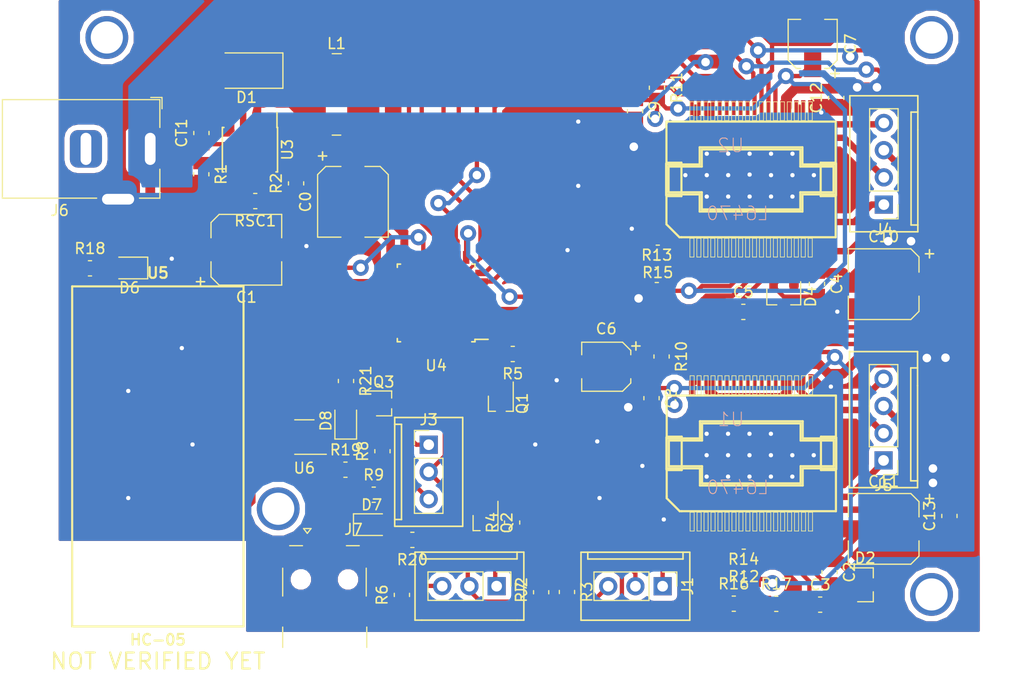
<source format=kicad_pcb>
(kicad_pcb (version 20171130) (host pcbnew 5.0.0-rc2-dev-unknown-2c85de3~62~ubuntu16.04.1)

  (general
    (thickness 1.6)
    (drawings 6)
    (tracks 936)
    (zones 0)
    (modules 60)
    (nets 104)
  )

  (page A4)
  (layers
    (0 F.Cu signal)
    (31 B.Cu signal)
    (32 B.Adhes user)
    (33 F.Adhes user)
    (34 B.Paste user)
    (35 F.Paste user)
    (36 B.SilkS user)
    (37 F.SilkS user)
    (38 B.Mask user)
    (39 F.Mask user)
    (40 Dwgs.User user)
    (41 Cmts.User user)
    (42 Eco1.User user hide)
    (43 Eco2.User user)
    (44 Edge.Cuts user)
    (45 Margin user)
    (46 B.CrtYd user)
    (47 F.CrtYd user)
    (48 B.Fab user)
    (49 F.Fab user)
  )

  (setup
    (last_trace_width 0.4)
    (trace_clearance 0.2)
    (zone_clearance 0.508)
    (zone_45_only yes)
    (trace_min 0.2)
    (segment_width 0.2)
    (edge_width 0.15)
    (via_size 0.8)
    (via_drill 0.4)
    (via_min_size 0.4)
    (via_min_drill 0.3)
    (user_via 4 3)
    (uvia_size 0.3)
    (uvia_drill 0.1)
    (uvias_allowed no)
    (uvia_min_size 0.2)
    (uvia_min_drill 0.1)
    (pcb_text_width 0.3)
    (pcb_text_size 1.5 1.5)
    (mod_edge_width 0.15)
    (mod_text_size 1 1)
    (mod_text_width 0.15)
    (pad_size 1.55 0.6)
    (pad_drill 0)
    (pad_to_mask_clearance 0.2)
    (aux_axis_origin 0 0)
    (visible_elements FFFFFF7F)
    (pcbplotparams
      (layerselection 0x010fc_ffffffff)
      (usegerberextensions false)
      (usegerberattributes false)
      (usegerberadvancedattributes false)
      (creategerberjobfile false)
      (excludeedgelayer true)
      (linewidth 0.100000)
      (plotframeref false)
      (viasonmask false)
      (mode 1)
      (useauxorigin false)
      (hpglpennumber 1)
      (hpglpenspeed 20)
      (hpglpendiameter 15)
      (psnegative false)
      (psa4output false)
      (plotreference true)
      (plotvalue true)
      (plotinvisibletext false)
      (padsonsilk false)
      (subtractmaskfromsilk false)
      (outputformat 1)
      (mirror false)
      (drillshape 1)
      (scaleselection 1)
      (outputdirectory ""))
  )

  (net 0 "")
  (net 1 +3V3)
  (net 2 GND)
  (net 3 +BATT)
  (net 4 "Net-(C2-Pad2)")
  (net 5 "Net-(C3-Pad2)")
  (net 6 "Net-(C3-Pad1)")
  (net 7 "Net-(C4-Pad2)")
  (net 8 "Net-(C5-Pad2)")
  (net 9 "Net-(C5-Pad1)")
  (net 10 "Net-(CT1-Pad1)")
  (net 11 "Net-(D1-Pad1)")
  (net 12 "Net-(J1-Pad3)")
  (net 13 POS_X)
  (net 14 "Net-(J1-Pad1)")
  (net 15 "Net-(J2-Pad3)")
  (net 16 POS_Y)
  (net 17 "Net-(J2-Pad1)")
  (net 18 "Net-(J3-Pad1)")
  (net 19 NEEDLE)
  (net 20 "Net-(J3-Pad3)")
  (net 21 POS_X_EN)
  (net 22 POS_Y_EN)
  (net 23 NEEDLE_EN)
  (net 24 "Net-(R1-Pad1)")
  (net 25 /BOOT0)
  (net 26 /CS1n)
  (net 27 /CS2n)
  (net 28 "Net-(R12-Pad2)")
  (net 29 "Net-(R13-Pad2)")
  (net 30 "Net-(R14-Pad1)")
  (net 31 "Net-(R15-Pad1)")
  (net 32 "Net-(R16-Pad2)")
  (net 33 "Net-(RSC1-Pad1)")
  (net 34 /MOT1_2A)
  (net 35 "Net-(U1-Pad32)")
  (net 36 /FLAGn1)
  (net 37 /BUSYn1)
  (net 38 /MOSI)
  (net 39 /SPICLK)
  (net 40 /MISO)
  (net 41 /MOT1_2B)
  (net 42 /MOT1_1B)
  (net 43 "Net-(U1-Pad11)")
  (net 44 "Net-(U1-Pad10)")
  (net 45 /MOT1_1A)
  (net 46 /MOT2_1A)
  (net 47 "Net-(U2-Pad8)")
  (net 48 "Net-(U2-Pad10)")
  (net 49 "Net-(U2-Pad11)")
  (net 50 /MOT2_1B)
  (net 51 /MOT2_2B)
  (net 52 /BUSYn2)
  (net 53 /FLAGn2)
  (net 54 "Net-(U2-Pad32)")
  (net 55 /MOT2_2A)
  (net 56 "Net-(U4-Pad15)")
  (net 57 "Net-(U4-Pad18)")
  (net 58 /USB_DM)
  (net 59 /USB_DP)
  (net 60 /BT_RX)
  (net 61 /BT_TX)
  (net 62 "Net-(J6-Pad2)")
  (net 63 "Net-(D6-Pad2)")
  (net 64 "Net-(U5-Pad14)")
  (net 65 "Net-(U5-Pad15)")
  (net 66 "Net-(U5-Pad16)")
  (net 67 "Net-(U5-Pad17)")
  (net 68 "Net-(U5-Pad18)")
  (net 69 "Net-(U5-Pad19)")
  (net 70 "Net-(U5-Pad20)")
  (net 71 "Net-(U5-Pad3)")
  (net 72 "Net-(U5-Pad4)")
  (net 73 "Net-(U5-Pad5)")
  (net 74 "Net-(U5-Pad6)")
  (net 75 "Net-(U5-Pad7)")
  (net 76 "Net-(U5-Pad8)")
  (net 77 "Net-(U5-Pad9)")
  (net 78 "Net-(U5-Pad10)")
  (net 79 "Net-(U5-Pad11)")
  (net 80 "Net-(U5-Pad23)")
  (net 81 "Net-(U5-Pad25)")
  (net 82 "Net-(U5-Pad26)")
  (net 83 "Net-(U5-Pad27)")
  (net 84 "Net-(U5-Pad28)")
  (net 85 "Net-(U5-Pad29)")
  (net 86 "Net-(U5-Pad30)")
  (net 87 "Net-(U5-Pad31)")
  (net 88 "Net-(U5-Pad32)")
  (net 89 "Net-(U5-Pad33)")
  (net 90 "Net-(U5-Pad34)")
  (net 91 "Net-(J7-Pad1)")
  (net 92 "Net-(J7-Pad4)")
  (net 93 "Net-(D7-Pad2)")
  (net 94 "Net-(D8-Pad2)")
  (net 95 "Net-(R20-Pad1)")
  (net 96 "Net-(R21-Pad1)")
  (net 97 "Net-(U6-Pad3)")
  (net 98 "Net-(U6-Pad6)")
  (net 99 "Net-(U6-Pad5)")
  (net 100 "Net-(U4-Pad6)")
  (net 101 /VDD_U1)
  (net 102 /VDD_U2)
  (net 103 /LED_BT)

  (net_class Default "This is the default net class."
    (clearance 0.2)
    (trace_width 0.4)
    (via_dia 0.8)
    (via_drill 0.4)
    (uvia_dia 0.3)
    (uvia_drill 0.1)
    (add_net +3V3)
    (add_net /BOOT0)
    (add_net /BT_RX)
    (add_net /BT_TX)
    (add_net /BUSYn1)
    (add_net /BUSYn2)
    (add_net /CS1n)
    (add_net /CS2n)
    (add_net /FLAGn1)
    (add_net /FLAGn2)
    (add_net /LED_BT)
    (add_net /MISO)
    (add_net /MOSI)
    (add_net /SPICLK)
    (add_net /USB_DM)
    (add_net /USB_DP)
    (add_net /VDD_U1)
    (add_net /VDD_U2)
    (add_net GND)
    (add_net NEEDLE)
    (add_net NEEDLE_EN)
    (add_net "Net-(C2-Pad2)")
    (add_net "Net-(C3-Pad1)")
    (add_net "Net-(C3-Pad2)")
    (add_net "Net-(C4-Pad2)")
    (add_net "Net-(C5-Pad1)")
    (add_net "Net-(C5-Pad2)")
    (add_net "Net-(CT1-Pad1)")
    (add_net "Net-(D1-Pad1)")
    (add_net "Net-(D6-Pad2)")
    (add_net "Net-(D7-Pad2)")
    (add_net "Net-(D8-Pad2)")
    (add_net "Net-(J1-Pad1)")
    (add_net "Net-(J1-Pad3)")
    (add_net "Net-(J2-Pad1)")
    (add_net "Net-(J2-Pad3)")
    (add_net "Net-(J3-Pad1)")
    (add_net "Net-(J3-Pad3)")
    (add_net "Net-(J6-Pad2)")
    (add_net "Net-(J7-Pad1)")
    (add_net "Net-(J7-Pad4)")
    (add_net "Net-(R1-Pad1)")
    (add_net "Net-(R12-Pad2)")
    (add_net "Net-(R13-Pad2)")
    (add_net "Net-(R14-Pad1)")
    (add_net "Net-(R15-Pad1)")
    (add_net "Net-(R16-Pad2)")
    (add_net "Net-(R20-Pad1)")
    (add_net "Net-(R21-Pad1)")
    (add_net "Net-(RSC1-Pad1)")
    (add_net "Net-(U1-Pad10)")
    (add_net "Net-(U1-Pad11)")
    (add_net "Net-(U1-Pad32)")
    (add_net "Net-(U2-Pad10)")
    (add_net "Net-(U2-Pad11)")
    (add_net "Net-(U2-Pad32)")
    (add_net "Net-(U2-Pad8)")
    (add_net "Net-(U4-Pad15)")
    (add_net "Net-(U4-Pad18)")
    (add_net "Net-(U4-Pad6)")
    (add_net "Net-(U5-Pad10)")
    (add_net "Net-(U5-Pad11)")
    (add_net "Net-(U5-Pad14)")
    (add_net "Net-(U5-Pad15)")
    (add_net "Net-(U5-Pad16)")
    (add_net "Net-(U5-Pad17)")
    (add_net "Net-(U5-Pad18)")
    (add_net "Net-(U5-Pad19)")
    (add_net "Net-(U5-Pad20)")
    (add_net "Net-(U5-Pad23)")
    (add_net "Net-(U5-Pad25)")
    (add_net "Net-(U5-Pad26)")
    (add_net "Net-(U5-Pad27)")
    (add_net "Net-(U5-Pad28)")
    (add_net "Net-(U5-Pad29)")
    (add_net "Net-(U5-Pad3)")
    (add_net "Net-(U5-Pad30)")
    (add_net "Net-(U5-Pad31)")
    (add_net "Net-(U5-Pad32)")
    (add_net "Net-(U5-Pad33)")
    (add_net "Net-(U5-Pad34)")
    (add_net "Net-(U5-Pad4)")
    (add_net "Net-(U5-Pad5)")
    (add_net "Net-(U5-Pad6)")
    (add_net "Net-(U5-Pad7)")
    (add_net "Net-(U5-Pad8)")
    (add_net "Net-(U5-Pad9)")
    (add_net "Net-(U6-Pad3)")
    (add_net "Net-(U6-Pad5)")
    (add_net "Net-(U6-Pad6)")
    (add_net POS_X)
    (add_net POS_X_EN)
    (add_net POS_Y)
    (add_net POS_Y_EN)
  )

  (net_class "power drivers" ""
    (clearance 0.2)
    (trace_width 0.9)
    (via_dia 0.8)
    (via_drill 0.4)
    (uvia_dia 0.3)
    (uvia_drill 0.1)
    (add_net +BATT)
  )

  (net_class "power motors" ""
    (clearance 0.1)
    (trace_width 0.6)
    (via_dia 0.8)
    (via_drill 0.4)
    (uvia_dia 0.3)
    (uvia_drill 0.1)
    (add_net /MOT1_1A)
    (add_net /MOT1_1B)
    (add_net /MOT1_2A)
    (add_net /MOT1_2B)
    (add_net /MOT2_1A)
    (add_net /MOT2_1B)
    (add_net /MOT2_2A)
    (add_net /MOT2_2B)
  )

  (module OE_lib:connector_NSK254_1x04_angle (layer F.Cu) (tedit 59512AC2) (tstamp 5AB132F2)
    (at 196.51726 110.4872 180)
    (descr NSK245_1x04)
    (tags "Through hole NSK 1x04 2.54mm single row")
    (path /5AD04D17)
    (fp_text reference J5 (at 0 -2.33 180) (layer F.SilkS)
      (effects (font (size 1 1) (thickness 0.15)))
    )
    (fp_text value Conn_01x04 (at 0 9.95 180) (layer F.Fab)
      (effects (font (size 1 1) (thickness 0.15)))
    )
    (fp_text user %R (at 0 -2.33 180) (layer F.Fab)
      (effects (font (size 1 1) (thickness 0.15)))
    )
    (fp_line (start -1.33 -1.33) (end 0 -1.33) (layer F.SilkS) (width 0.12))
    (fp_line (start -1.33 0) (end -1.33 -1.33) (layer F.SilkS) (width 0.12))
    (fp_line (start 1.33 1.27) (end -1.33 1.27) (layer F.SilkS) (width 0.12))
    (fp_line (start 1.32588 8.95096) (end 1.33 1.27) (layer F.SilkS) (width 0.12))
    (fp_line (start -1.33 8.95) (end 1.33 8.95) (layer F.SilkS) (width 0.12))
    (fp_line (start -1.33 1.27) (end -1.33096 8.95096) (layer F.SilkS) (width 0.12))
    (fp_line (start 1.27 -1.27) (end -1.27 -1.27) (layer F.Fab) (width 0.1))
    (fp_line (start 1.27 8.89) (end 1.27 -1.27) (layer F.Fab) (width 0.1))
    (fp_line (start -1.27 8.89) (end 1.27 8.89) (layer F.Fab) (width 0.1))
    (fp_line (start -1.27 -1.27) (end -1.2954 8.89) (layer F.Fab) (width 0.1))
    (fp_line (start -3.175 6.985) (end -3.175 -1.905) (layer F.SilkS) (width 0.15))
    (fp_line (start 3.175 -1.905) (end 3.175 9.525) (layer F.SilkS) (width 0.15))
    (fp_line (start 3.175 -2.54) (end 3.175 -1.905) (layer F.SilkS) (width 0.15))
    (fp_line (start -3.175 -2.54) (end 3.175 -2.54) (layer F.SilkS) (width 0.15))
    (fp_line (start -3.175 -1.905) (end -3.175 -2.54) (layer F.SilkS) (width 0.15))
    (fp_line (start 3.175 10.16) (end 3.175 9.525) (layer F.SilkS) (width 0.15))
    (fp_line (start -3.175 10.16) (end 3.175 10.16) (layer F.SilkS) (width 0.15))
    (fp_line (start -3.175 6.985) (end -3.175 10.16) (layer F.SilkS) (width 0.15))
    (fp_line (start -2.54 -1.905) (end -2.54 8.636) (layer F.SilkS) (width 0.15))
    (fp_line (start -3.175 -1.905) (end -2.54 -1.905) (layer F.SilkS) (width 0.15))
    (fp_line (start -2.54 8.636) (end -3.175 8.636) (layer F.SilkS) (width 0.15))
    (fp_line (start -1.778 -1.524) (end -5.461 -1.524) (layer F.CrtYd) (width 0.05))
    (fp_line (start -13.081 0) (end -13.081 7.62) (layer F.CrtYd) (width 0.05))
    (fp_line (start -5.461 9.017) (end -1.778 9.017) (layer F.CrtYd) (width 0.05))
    (fp_line (start -5.461 9.017) (end -5.461 -1.524) (layer F.CrtYd) (width 0.05))
    (fp_line (start -12.827 -0.254) (end -5.461 -0.254) (layer F.CrtYd) (width 0.05))
    (fp_line (start -12.827 7.874) (end -5.461 7.874) (layer F.CrtYd) (width 0.05))
    (fp_line (start -1.778 -1.524) (end -1.778 9.017) (layer F.CrtYd) (width 0.05))
    (fp_line (start -1.778 -0.762) (end -2.159 -0.762) (layer F.CrtYd) (width 0.05))
    (fp_line (start -2.159 -0.762) (end -2.159 0.508) (layer F.CrtYd) (width 0.05))
    (fp_line (start -2.159 0.508) (end -1.778 0.508) (layer F.CrtYd) (width 0.05))
    (fp_line (start -2.159 3.175) (end -1.778 3.175) (layer F.CrtYd) (width 0.05))
    (fp_line (start -1.778 1.905) (end -2.159 1.905) (layer F.CrtYd) (width 0.05))
    (fp_line (start -2.159 1.905) (end -2.159 3.175) (layer F.CrtYd) (width 0.05))
    (fp_line (start -2.159 5.715) (end -1.778 5.715) (layer F.CrtYd) (width 0.05))
    (fp_line (start -2.159 4.445) (end -2.159 5.715) (layer F.CrtYd) (width 0.05))
    (fp_line (start -1.778 4.445) (end -2.159 4.445) (layer F.CrtYd) (width 0.05))
    (fp_arc (start -12.827 0) (end -12.827 -0.254) (angle -90) (layer F.CrtYd) (width 0.05))
    (fp_arc (start -12.827 7.62) (end -13.081 7.62) (angle -90) (layer F.CrtYd) (width 0.05))
    (fp_line (start 0 -0.254) (end -12.065 -0.254) (layer F.CrtYd) (width 0.15))
    (fp_line (start -12.065 -0.254) (end -12.192 -0.127) (layer F.CrtYd) (width 0.15))
    (fp_line (start -12.192 -0.127) (end -12.192 0.127) (layer F.CrtYd) (width 0.15))
    (fp_line (start -12.192 0.127) (end -12.065 0.254) (layer F.CrtYd) (width 0.15))
    (fp_line (start -12.065 0.254) (end 0 0.254) (layer F.CrtYd) (width 0.15))
    (fp_line (start -12.192 2.667) (end -12.065 2.794) (layer F.CrtYd) (width 0.15))
    (fp_line (start 0 2.286) (end -12.065 2.286) (layer F.CrtYd) (width 0.15))
    (fp_line (start -12.192 2.413) (end -12.192 2.667) (layer F.CrtYd) (width 0.15))
    (fp_line (start -12.065 2.794) (end 0 2.794) (layer F.CrtYd) (width 0.15))
    (fp_line (start -12.065 2.286) (end -12.192 2.413) (layer F.CrtYd) (width 0.15))
    (fp_line (start -12.192 4.953) (end -12.192 5.207) (layer F.CrtYd) (width 0.15))
    (fp_line (start -12.065 4.826) (end -12.192 4.953) (layer F.CrtYd) (width 0.15))
    (fp_line (start -12.192 5.207) (end -12.065 5.334) (layer F.CrtYd) (width 0.15))
    (fp_line (start 0 4.826) (end -12.065 4.826) (layer F.CrtYd) (width 0.15))
    (fp_line (start -12.065 5.334) (end 0 5.334) (layer F.CrtYd) (width 0.15))
    (fp_line (start 0 7.366) (end -12.065 7.366) (layer F.CrtYd) (width 0.15))
    (fp_line (start -12.065 7.366) (end -12.192 7.493) (layer F.CrtYd) (width 0.15))
    (fp_line (start -2.159 6.985) (end -2.159 8.255) (layer F.CrtYd) (width 0.05))
    (fp_line (start -2.159 8.255) (end -1.778 8.255) (layer F.CrtYd) (width 0.05))
    (fp_line (start -12.192 7.747) (end -12.065 7.874) (layer F.CrtYd) (width 0.15))
    (fp_line (start -12.192 7.493) (end -12.192 7.747) (layer F.CrtYd) (width 0.15))
    (fp_line (start -12.065 7.874) (end 0 7.874) (layer F.CrtYd) (width 0.15))
    (fp_line (start -1.778 6.985) (end -2.159 6.985) (layer F.CrtYd) (width 0.05))
    (pad 3 thru_hole oval (at 0 5.08 180) (size 1.7 1.7) (drill 1) (layers *.Cu *.Mask)
      (net 42 /MOT1_1B))
    (pad 2 thru_hole oval (at 0 2.54 180) (size 1.7 1.7) (drill 1) (layers *.Cu *.Mask)
      (net 34 /MOT1_2A))
    (pad 1 thru_hole rect (at 0 0 180) (size 1.7 1.7) (drill 1) (layers *.Cu *.Mask)
      (net 45 /MOT1_1A))
    (pad 4 thru_hole oval (at 0 7.62 180) (size 1.7 1.7) (drill 1) (layers *.Cu *.Mask)
      (net 41 /MOT1_2B))
    (model ${KISYS3DMOD}/Pin_Headers.3dshapes/Pin_Header_Straight_1x03_Pitch2.54mm.wrl
      (offset (xyz 0 -2.539999961853027 0))
      (scale (xyz 1 1 1))
      (rotate (xyz 0 0 90))
    )
  )

  (module Capacitor_SMD:C_0805_2012Metric_Pad1.15x1.50mm_HandSolder (layer F.Cu) (tedit 59FE48B8) (tstamp 5AD36C5F)
    (at 183.425 96.6216)
    (descr "Capacitor SMD 0805 (2012 Metric), square (rectangular) end terminal, IPC_7351 nominal with elongated pad for handsoldering. (Body size source: http://www.tortai-tech.com/upload/download/2011102023233369053.pdf), generated with kicad-footprint-generator")
    (tags "capacitor handsolder")
    (path /5AA112E6)
    (attr smd)
    (fp_text reference C5 (at 0 -1.85) (layer F.SilkS)
      (effects (font (size 1 1) (thickness 0.15)))
    )
    (fp_text value 10n (at 0 1.85) (layer F.Fab)
      (effects (font (size 1 1) (thickness 0.15)))
    )
    (fp_text user %R (at -0.65676 0.05842) (layer F.Fab)
      (effects (font (size 0.5 0.5) (thickness 0.08)))
    )
    (fp_line (start 1.86 1) (end -1.86 1) (layer F.CrtYd) (width 0.05))
    (fp_line (start 1.86 -1) (end 1.86 1) (layer F.CrtYd) (width 0.05))
    (fp_line (start -1.86 -1) (end 1.86 -1) (layer F.CrtYd) (width 0.05))
    (fp_line (start -1.86 1) (end -1.86 -1) (layer F.CrtYd) (width 0.05))
    (fp_line (start -0.15 0.71) (end 0.15 0.71) (layer F.SilkS) (width 0.12))
    (fp_line (start -0.15 -0.71) (end 0.15 -0.71) (layer F.SilkS) (width 0.12))
    (fp_line (start 1 0.6) (end -1 0.6) (layer F.Fab) (width 0.1))
    (fp_line (start 1 -0.6) (end 1 0.6) (layer F.Fab) (width 0.1))
    (fp_line (start -1 -0.6) (end 1 -0.6) (layer F.Fab) (width 0.1))
    (fp_line (start -1 0.6) (end -1 -0.6) (layer F.Fab) (width 0.1))
    (pad 2 smd rect (at 1.0425 0) (size 1.145 1.5) (layers F.Cu F.Paste F.Mask)
      (net 8 "Net-(C5-Pad2)"))
    (pad 1 smd rect (at -1.0425 0) (size 1.145 1.5) (layers F.Cu F.Paste F.Mask)
      (net 9 "Net-(C5-Pad1)"))
    (model ${KISYS3DMOD}/Capacitor_SMD.3dshapes/C_0805_2012Metric.wrl
      (at (xyz 0 0 0))
      (scale (xyz 1 1 1))
      (rotate (xyz 0 0 0))
    )
  )

  (module Resistor_SMD:R_0805_2012Metric_Pad1.15x1.50mm_HandSolder (layer F.Cu) (tedit 59FE48B8) (tstamp 5AD30E39)
    (at 175.3478 93.1672)
    (descr "Resistor SMD 0805 (2012 Metric), square (rectangular) end terminal, IPC_7351 nominal with elongated pad for handsoldering. (Body size source: http://www.tortai-tech.com/upload/download/2011102023233369053.pdf), generated with kicad-footprint-generator")
    (tags "resistor handsolder")
    (path /5AA112CC)
    (attr smd)
    (fp_text reference R13 (at 0 -1.85) (layer F.SilkS)
      (effects (font (size 1 1) (thickness 0.15)))
    )
    (fp_text value 10k (at 0 1.85) (layer F.Fab)
      (effects (font (size 1 1) (thickness 0.15)))
    )
    (fp_line (start -1 0.6) (end -1 -0.6) (layer F.Fab) (width 0.1))
    (fp_line (start -1 -0.6) (end 1 -0.6) (layer F.Fab) (width 0.1))
    (fp_line (start 1 -0.6) (end 1 0.6) (layer F.Fab) (width 0.1))
    (fp_line (start 1 0.6) (end -1 0.6) (layer F.Fab) (width 0.1))
    (fp_line (start -0.15 -0.71) (end 0.15 -0.71) (layer F.SilkS) (width 0.12))
    (fp_line (start -0.15 0.71) (end 0.15 0.71) (layer F.SilkS) (width 0.12))
    (fp_line (start -1.86 1) (end -1.86 -1) (layer F.CrtYd) (width 0.05))
    (fp_line (start -1.86 -1) (end 1.86 -1) (layer F.CrtYd) (width 0.05))
    (fp_line (start 1.86 -1) (end 1.86 1) (layer F.CrtYd) (width 0.05))
    (fp_line (start 1.86 1) (end -1.86 1) (layer F.CrtYd) (width 0.05))
    (fp_text user %R (at 0 0) (layer F.Fab)
      (effects (font (size 0.5 0.5) (thickness 0.08)))
    )
    (pad 1 smd rect (at -1.0425 0) (size 1.145 1.5) (layers F.Cu F.Paste F.Mask)
      (net 102 /VDD_U2))
    (pad 2 smd rect (at 1.0425 0) (size 1.145 1.5) (layers F.Cu F.Paste F.Mask)
      (net 29 "Net-(R13-Pad2)"))
    (model ${KISYS3DMOD}/Resistor_SMD.3dshapes/R_0805_2012Metric.wrl
      (at (xyz 0 0 0))
      (scale (xyz 1 1 1))
      (rotate (xyz 0 0 0))
    )
  )

  (module OE_lib:POWERSO36 (layer F.Cu) (tedit 5AAAD641) (tstamp 5AA8E7E2)
    (at 184.17286 109.8296)
    (descr "36 LEADS POWER SMALL OUTLINE PACKAGE")
    (tags "36 LEADS POWER SMALL OUTLINE PACKAGE")
    (path /5A9F0D24)
    (attr smd)
    (fp_text reference U1 (at -1.905 -3.175) (layer B.SilkS)
      (effects (font (size 1.27 1.27) (thickness 0.0889)) (justify mirror))
    )
    (fp_text value L6470 (at -1.27 3.175) (layer B.SilkS)
      (effects (font (size 1.27 1.27) (thickness 0.0889)) (justify mirror))
    )
    (fp_line (start -5.715 7.24916) (end -5.334 7.24916) (layer F.SilkS) (width 0.06604))
    (fp_line (start -5.334 7.24916) (end -5.334 5.4991) (layer F.SilkS) (width 0.06604))
    (fp_line (start -5.715 5.4991) (end -5.334 5.4991) (layer F.SilkS) (width 0.06604))
    (fp_line (start -5.715 7.24916) (end -5.715 5.4991) (layer F.SilkS) (width 0.06604))
    (fp_line (start -5.06476 7.24916) (end -4.68376 7.24916) (layer F.SilkS) (width 0.06604))
    (fp_line (start -4.68376 7.24916) (end -4.68376 5.4991) (layer F.SilkS) (width 0.06604))
    (fp_line (start -5.06476 5.4991) (end -4.68376 5.4991) (layer F.SilkS) (width 0.06604))
    (fp_line (start -5.06476 7.24916) (end -5.06476 5.4991) (layer F.SilkS) (width 0.06604))
    (fp_line (start -4.41452 7.24916) (end -4.03352 7.24916) (layer F.SilkS) (width 0.06604))
    (fp_line (start -4.03352 7.24916) (end -4.03352 5.4991) (layer F.SilkS) (width 0.06604))
    (fp_line (start -4.41452 5.4991) (end -4.03352 5.4991) (layer F.SilkS) (width 0.06604))
    (fp_line (start -4.41452 7.24916) (end -4.41452 5.4991) (layer F.SilkS) (width 0.06604))
    (fp_line (start -3.76428 7.24916) (end -3.38328 7.24916) (layer F.SilkS) (width 0.06604))
    (fp_line (start -3.38328 7.24916) (end -3.38328 5.4991) (layer F.SilkS) (width 0.06604))
    (fp_line (start -3.76428 5.4991) (end -3.38328 5.4991) (layer F.SilkS) (width 0.06604))
    (fp_line (start -3.76428 7.24916) (end -3.76428 5.4991) (layer F.SilkS) (width 0.06604))
    (fp_line (start -3.11404 7.24916) (end -2.73304 7.24916) (layer F.SilkS) (width 0.06604))
    (fp_line (start -2.73304 7.24916) (end -2.73304 5.4991) (layer F.SilkS) (width 0.06604))
    (fp_line (start -3.11404 5.4991) (end -2.73304 5.4991) (layer F.SilkS) (width 0.06604))
    (fp_line (start -3.11404 7.24916) (end -3.11404 5.4991) (layer F.SilkS) (width 0.06604))
    (fp_line (start -2.4638 7.24916) (end -2.0828 7.24916) (layer F.SilkS) (width 0.06604))
    (fp_line (start -2.0828 7.24916) (end -2.0828 5.4991) (layer F.SilkS) (width 0.06604))
    (fp_line (start -2.4638 5.4991) (end -2.0828 5.4991) (layer F.SilkS) (width 0.06604))
    (fp_line (start -2.4638 7.24916) (end -2.4638 5.4991) (layer F.SilkS) (width 0.06604))
    (fp_line (start -1.81356 7.24916) (end -1.43256 7.24916) (layer F.SilkS) (width 0.06604))
    (fp_line (start -1.43256 7.24916) (end -1.43256 5.4991) (layer F.SilkS) (width 0.06604))
    (fp_line (start -1.81356 5.4991) (end -1.43256 5.4991) (layer F.SilkS) (width 0.06604))
    (fp_line (start -1.81356 7.24916) (end -1.81356 5.4991) (layer F.SilkS) (width 0.06604))
    (fp_line (start -1.16332 7.24916) (end -0.78486 7.24916) (layer F.SilkS) (width 0.06604))
    (fp_line (start -0.78486 7.24916) (end -0.78486 5.4991) (layer F.SilkS) (width 0.06604))
    (fp_line (start -1.16332 5.4991) (end -0.78486 5.4991) (layer F.SilkS) (width 0.06604))
    (fp_line (start -1.16332 7.24916) (end -1.16332 5.4991) (layer F.SilkS) (width 0.06604))
    (fp_line (start -0.51308 7.24916) (end -0.13462 7.24916) (layer F.SilkS) (width 0.06604))
    (fp_line (start -0.13462 7.24916) (end -0.13462 5.4991) (layer F.SilkS) (width 0.06604))
    (fp_line (start -0.51308 5.4991) (end -0.13462 5.4991) (layer F.SilkS) (width 0.06604))
    (fp_line (start -0.51308 7.24916) (end -0.51308 5.4991) (layer F.SilkS) (width 0.06604))
    (fp_line (start 0.13462 7.24916) (end 0.51308 7.24916) (layer F.SilkS) (width 0.06604))
    (fp_line (start 0.51308 7.24916) (end 0.51308 5.4991) (layer F.SilkS) (width 0.06604))
    (fp_line (start 0.13462 5.4991) (end 0.51308 5.4991) (layer F.SilkS) (width 0.06604))
    (fp_line (start 0.13462 7.24916) (end 0.13462 5.4991) (layer F.SilkS) (width 0.06604))
    (fp_line (start 0.78486 7.24916) (end 1.16332 7.24916) (layer F.SilkS) (width 0.06604))
    (fp_line (start 1.16332 7.24916) (end 1.16332 5.4991) (layer F.SilkS) (width 0.06604))
    (fp_line (start 0.78486 5.4991) (end 1.16332 5.4991) (layer F.SilkS) (width 0.06604))
    (fp_line (start 0.78486 7.24916) (end 0.78486 5.4991) (layer F.SilkS) (width 0.06604))
    (fp_line (start 1.43256 7.24916) (end 1.81356 7.24916) (layer F.SilkS) (width 0.06604))
    (fp_line (start 1.81356 7.24916) (end 1.81356 5.4991) (layer F.SilkS) (width 0.06604))
    (fp_line (start 1.43256 5.4991) (end 1.81356 5.4991) (layer F.SilkS) (width 0.06604))
    (fp_line (start 1.43256 7.24916) (end 1.43256 5.4991) (layer F.SilkS) (width 0.06604))
    (fp_line (start 2.0828 7.24916) (end 2.4638 7.24916) (layer F.SilkS) (width 0.06604))
    (fp_line (start 2.4638 7.24916) (end 2.4638 5.4991) (layer F.SilkS) (width 0.06604))
    (fp_line (start 2.0828 5.4991) (end 2.4638 5.4991) (layer F.SilkS) (width 0.06604))
    (fp_line (start 2.0828 7.24916) (end 2.0828 5.4991) (layer F.SilkS) (width 0.06604))
    (fp_line (start 2.73304 7.24916) (end 3.11404 7.24916) (layer F.SilkS) (width 0.06604))
    (fp_line (start 3.11404 7.24916) (end 3.11404 5.4991) (layer F.SilkS) (width 0.06604))
    (fp_line (start 2.73304 5.4991) (end 3.11404 5.4991) (layer F.SilkS) (width 0.06604))
    (fp_line (start 2.73304 7.24916) (end 2.73304 5.4991) (layer F.SilkS) (width 0.06604))
    (fp_line (start 3.38328 7.24916) (end 3.76428 7.24916) (layer F.SilkS) (width 0.06604))
    (fp_line (start 3.76428 7.24916) (end 3.76428 5.4991) (layer F.SilkS) (width 0.06604))
    (fp_line (start 3.38328 5.4991) (end 3.76428 5.4991) (layer F.SilkS) (width 0.06604))
    (fp_line (start 3.38328 7.24916) (end 3.38328 5.4991) (layer F.SilkS) (width 0.06604))
    (fp_line (start 4.03352 7.24916) (end 4.41452 7.24916) (layer F.SilkS) (width 0.06604))
    (fp_line (start 4.41452 7.24916) (end 4.41452 5.4991) (layer F.SilkS) (width 0.06604))
    (fp_line (start 4.03352 5.4991) (end 4.41452 5.4991) (layer F.SilkS) (width 0.06604))
    (fp_line (start 4.03352 7.24916) (end 4.03352 5.4991) (layer F.SilkS) (width 0.06604))
    (fp_line (start 4.68376 7.24916) (end 5.06476 7.24916) (layer F.SilkS) (width 0.06604))
    (fp_line (start 5.06476 7.24916) (end 5.06476 5.4991) (layer F.SilkS) (width 0.06604))
    (fp_line (start 4.68376 5.4991) (end 5.06476 5.4991) (layer F.SilkS) (width 0.06604))
    (fp_line (start 4.68376 7.24916) (end 4.68376 5.4991) (layer F.SilkS) (width 0.06604))
    (fp_line (start 5.334 7.24916) (end 5.715 7.24916) (layer F.SilkS) (width 0.06604))
    (fp_line (start 5.715 7.24916) (end 5.715 5.4991) (layer F.SilkS) (width 0.06604))
    (fp_line (start 5.334 5.4991) (end 5.715 5.4991) (layer F.SilkS) (width 0.06604))
    (fp_line (start 5.334 7.24916) (end 5.334 5.4991) (layer F.SilkS) (width 0.06604))
    (fp_line (start 5.334 -5.4991) (end 5.715 -5.4991) (layer F.SilkS) (width 0.06604))
    (fp_line (start 5.715 -5.4991) (end 5.715 -7.24916) (layer F.SilkS) (width 0.06604))
    (fp_line (start 5.334 -7.24916) (end 5.715 -7.24916) (layer F.SilkS) (width 0.06604))
    (fp_line (start 5.334 -5.4991) (end 5.334 -7.24916) (layer F.SilkS) (width 0.06604))
    (fp_line (start 4.68376 -5.4991) (end 5.06476 -5.4991) (layer F.SilkS) (width 0.06604))
    (fp_line (start 5.06476 -5.4991) (end 5.06476 -7.24916) (layer F.SilkS) (width 0.06604))
    (fp_line (start 4.68376 -7.24916) (end 5.06476 -7.24916) (layer F.SilkS) (width 0.06604))
    (fp_line (start 4.68376 -5.4991) (end 4.68376 -7.24916) (layer F.SilkS) (width 0.06604))
    (fp_line (start 4.03352 -5.4991) (end 4.41452 -5.4991) (layer F.SilkS) (width 0.06604))
    (fp_line (start 4.41452 -5.4991) (end 4.41452 -7.24916) (layer F.SilkS) (width 0.06604))
    (fp_line (start 4.03352 -7.24916) (end 4.41452 -7.24916) (layer F.SilkS) (width 0.06604))
    (fp_line (start 4.03352 -5.4991) (end 4.03352 -7.24916) (layer F.SilkS) (width 0.06604))
    (fp_line (start 3.38328 -5.4991) (end 3.76428 -5.4991) (layer F.SilkS) (width 0.06604))
    (fp_line (start 3.76428 -5.4991) (end 3.76428 -7.24916) (layer F.SilkS) (width 0.06604))
    (fp_line (start 3.38328 -7.24916) (end 3.76428 -7.24916) (layer F.SilkS) (width 0.06604))
    (fp_line (start 3.38328 -5.4991) (end 3.38328 -7.24916) (layer F.SilkS) (width 0.06604))
    (fp_line (start 2.73304 -5.4991) (end 3.11404 -5.4991) (layer F.SilkS) (width 0.06604))
    (fp_line (start 3.11404 -5.4991) (end 3.11404 -7.24916) (layer F.SilkS) (width 0.06604))
    (fp_line (start 2.73304 -7.24916) (end 3.11404 -7.24916) (layer F.SilkS) (width 0.06604))
    (fp_line (start 2.73304 -5.4991) (end 2.73304 -7.24916) (layer F.SilkS) (width 0.06604))
    (fp_line (start 2.0828 -5.4991) (end 2.4638 -5.4991) (layer F.SilkS) (width 0.06604))
    (fp_line (start 2.4638 -5.4991) (end 2.4638 -7.24916) (layer F.SilkS) (width 0.06604))
    (fp_line (start 2.0828 -7.24916) (end 2.4638 -7.24916) (layer F.SilkS) (width 0.06604))
    (fp_line (start 2.0828 -5.4991) (end 2.0828 -7.24916) (layer F.SilkS) (width 0.06604))
    (fp_line (start 1.43256 -5.4991) (end 1.81356 -5.4991) (layer F.SilkS) (width 0.06604))
    (fp_line (start 1.81356 -5.4991) (end 1.81356 -7.24916) (layer F.SilkS) (width 0.06604))
    (fp_line (start 1.43256 -7.24916) (end 1.81356 -7.24916) (layer F.SilkS) (width 0.06604))
    (fp_line (start 1.43256 -5.4991) (end 1.43256 -7.24916) (layer F.SilkS) (width 0.06604))
    (fp_line (start 0.78486 -5.4991) (end 1.16332 -5.4991) (layer F.SilkS) (width 0.06604))
    (fp_line (start 1.16332 -5.4991) (end 1.16332 -7.24916) (layer F.SilkS) (width 0.06604))
    (fp_line (start 0.78486 -7.24916) (end 1.16332 -7.24916) (layer F.SilkS) (width 0.06604))
    (fp_line (start 0.78486 -5.4991) (end 0.78486 -7.24916) (layer F.SilkS) (width 0.06604))
    (fp_line (start 0.13462 -5.4991) (end 0.51308 -5.4991) (layer F.SilkS) (width 0.06604))
    (fp_line (start 0.51308 -5.4991) (end 0.51308 -7.24916) (layer F.SilkS) (width 0.06604))
    (fp_line (start 0.13462 -7.24916) (end 0.51308 -7.24916) (layer F.SilkS) (width 0.06604))
    (fp_line (start 0.13462 -5.4991) (end 0.13462 -7.24916) (layer F.SilkS) (width 0.06604))
    (fp_line (start -0.51308 -5.4991) (end -0.13462 -5.4991) (layer F.SilkS) (width 0.06604))
    (fp_line (start -0.13462 -5.4991) (end -0.13462 -7.24916) (layer F.SilkS) (width 0.06604))
    (fp_line (start -0.51308 -7.24916) (end -0.13462 -7.24916) (layer F.SilkS) (width 0.06604))
    (fp_line (start -0.51308 -5.4991) (end -0.51308 -7.24916) (layer F.SilkS) (width 0.06604))
    (fp_line (start -1.16332 -5.4991) (end -0.78486 -5.4991) (layer F.SilkS) (width 0.06604))
    (fp_line (start -0.78486 -5.4991) (end -0.78486 -7.24916) (layer F.SilkS) (width 0.06604))
    (fp_line (start -1.16332 -7.24916) (end -0.78486 -7.24916) (layer F.SilkS) (width 0.06604))
    (fp_line (start -1.16332 -5.4991) (end -1.16332 -7.24916) (layer F.SilkS) (width 0.06604))
    (fp_line (start -1.81356 -5.4991) (end -1.43256 -5.4991) (layer F.SilkS) (width 0.06604))
    (fp_line (start -1.43256 -5.4991) (end -1.43256 -7.24916) (layer F.SilkS) (width 0.06604))
    (fp_line (start -1.81356 -7.24916) (end -1.43256 -7.24916) (layer F.SilkS) (width 0.06604))
    (fp_line (start -1.81356 -5.4991) (end -1.81356 -7.24916) (layer F.SilkS) (width 0.06604))
    (fp_line (start -2.4638 -5.4991) (end -2.0828 -5.4991) (layer F.SilkS) (width 0.06604))
    (fp_line (start -2.0828 -5.4991) (end -2.0828 -7.24916) (layer F.SilkS) (width 0.06604))
    (fp_line (start -2.4638 -7.24916) (end -2.0828 -7.24916) (layer F.SilkS) (width 0.06604))
    (fp_line (start -2.4638 -5.4991) (end -2.4638 -7.24916) (layer F.SilkS) (width 0.06604))
    (fp_line (start -3.11404 -5.4991) (end -2.73304 -5.4991) (layer F.SilkS) (width 0.06604))
    (fp_line (start -2.73304 -5.4991) (end -2.73304 -7.24916) (layer F.SilkS) (width 0.06604))
    (fp_line (start -3.11404 -7.24916) (end -2.73304 -7.24916) (layer F.SilkS) (width 0.06604))
    (fp_line (start -3.11404 -5.4991) (end -3.11404 -7.24916) (layer F.SilkS) (width 0.06604))
    (fp_line (start -3.76428 -5.4991) (end -3.38328 -5.4991) (layer F.SilkS) (width 0.06604))
    (fp_line (start -3.38328 -5.4991) (end -3.38328 -7.24916) (layer F.SilkS) (width 0.06604))
    (fp_line (start -3.76428 -7.24916) (end -3.38328 -7.24916) (layer F.SilkS) (width 0.06604))
    (fp_line (start -3.76428 -5.4991) (end -3.76428 -7.24916) (layer F.SilkS) (width 0.06604))
    (fp_line (start -4.41452 -5.4991) (end -4.03352 -5.4991) (layer F.SilkS) (width 0.06604))
    (fp_line (start -4.03352 -5.4991) (end -4.03352 -7.24916) (layer F.SilkS) (width 0.06604))
    (fp_line (start -4.41452 -7.24916) (end -4.03352 -7.24916) (layer F.SilkS) (width 0.06604))
    (fp_line (start -4.41452 -5.4991) (end -4.41452 -7.24916) (layer F.SilkS) (width 0.06604))
    (fp_line (start -5.06476 -5.4991) (end -4.68376 -5.4991) (layer F.SilkS) (width 0.06604))
    (fp_line (start -4.68376 -5.4991) (end -4.68376 -7.24916) (layer F.SilkS) (width 0.06604))
    (fp_line (start -5.06476 -7.24916) (end -4.68376 -7.24916) (layer F.SilkS) (width 0.06604))
    (fp_line (start -5.06476 -5.4991) (end -5.06476 -7.24916) (layer F.SilkS) (width 0.06604))
    (fp_line (start -5.715 -5.4991) (end -5.334 -5.4991) (layer F.SilkS) (width 0.06604))
    (fp_line (start -5.334 -5.4991) (end -5.334 -7.24916) (layer F.SilkS) (width 0.06604))
    (fp_line (start -5.715 -7.24916) (end -5.334 -7.24916) (layer F.SilkS) (width 0.06604))
    (fp_line (start -5.715 -5.4991) (end -5.715 -7.24916) (layer F.SilkS) (width 0.06604))
    (fp_line (start -7.99846 1.4986) (end -6.49986 1.4986) (layer F.SilkS) (width 0.06604))
    (fp_line (start -6.49986 1.4986) (end -6.49986 -1.4986) (layer F.SilkS) (width 0.06604))
    (fp_line (start -7.99846 -1.4986) (end -6.49986 -1.4986) (layer F.SilkS) (width 0.06604))
    (fp_line (start -7.99846 1.4986) (end -7.99846 -1.4986) (layer F.SilkS) (width 0.06604))
    (fp_line (start 6.49986 1.4986) (end 7.99846 1.4986) (layer F.SilkS) (width 0.06604))
    (fp_line (start 7.99846 1.4986) (end 7.99846 -1.4986) (layer F.SilkS) (width 0.06604))
    (fp_line (start 6.49986 -1.4986) (end 7.99846 -1.4986) (layer F.SilkS) (width 0.06604))
    (fp_line (start 6.49986 1.4986) (end 6.49986 -1.4986) (layer F.SilkS) (width 0.06604))
    (fp_line (start -6.49986 5.3975) (end -6.68782 5.3975) (layer F.SilkS) (width 0.2032))
    (fp_line (start -6.68782 5.3975) (end -7.8994 4.18846) (layer F.SilkS) (width 0.2032))
    (fp_line (start -7.8994 4.18846) (end -7.8994 4.00812) (layer F.SilkS) (width 0.2032))
    (fp_line (start -7.8994 4.00812) (end -7.8994 1.55956) (layer F.SilkS) (width 0.2032))
    (fp_line (start -7.8994 1.55956) (end -6.49986 1.55956) (layer F.SilkS) (width 0.2032))
    (fp_line (start -6.49986 1.55956) (end -6.49986 -1.55956) (layer F.SilkS) (width 0.2032))
    (fp_line (start -6.49986 -1.55956) (end -7.8994 -1.55956) (layer F.SilkS) (width 0.2032))
    (fp_line (start -7.8994 -1.55956) (end -7.8994 -5.3975) (layer F.SilkS) (width 0.2032))
    (fp_line (start -7.8994 -5.3975) (end 7.8994 -5.3975) (layer F.SilkS) (width 0.2032))
    (fp_line (start 7.8994 -5.3975) (end 7.8994 -1.55956) (layer F.SilkS) (width 0.2032))
    (fp_line (start 7.8994 1.55956) (end 7.8994 5.3975) (layer F.SilkS) (width 0.2032))
    (fp_line (start 7.8994 5.3975) (end -6.49986 5.3975) (layer F.SilkS) (width 0.2032))
    (fp_line (start 7.8994 -1.55956) (end 6.49986 -1.55956) (layer F.SilkS) (width 0.2032))
    (fp_line (start 6.49986 -1.55956) (end 6.49986 1.55956) (layer F.SilkS) (width 0.2032))
    (fp_line (start 6.49986 1.55956) (end 7.8994 1.55956) (layer F.SilkS) (width 0.2032))
    (fp_line (start -4.89966 1.39954) (end -7.8994 1.39954) (layer F.SilkS) (width 0.2032))
    (fp_line (start -7.8994 1.39954) (end -7.8994 -1.39954) (layer F.SilkS) (width 0.2032))
    (fp_line (start -7.8994 -1.39954) (end -4.79806 -1.39954) (layer F.SilkS) (width 0.2032))
    (fp_line (start -4.79806 -1.39954) (end -4.79806 -2.99974) (layer F.SilkS) (width 0.2032))
    (fp_line (start -4.79806 -2.99974) (end 4.79806 -2.99974) (layer F.SilkS) (width 0.2032))
    (fp_line (start 4.79806 -2.99974) (end 4.79806 -1.39954) (layer F.SilkS) (width 0.2032))
    (fp_line (start 4.79806 -1.39954) (end 7.8994 -1.39954) (layer F.SilkS) (width 0.2032))
    (fp_line (start 7.8994 -1.39954) (end 7.8994 1.39954) (layer F.SilkS) (width 0.2032))
    (fp_line (start 7.8994 1.39954) (end 4.79806 1.39954) (layer F.SilkS) (width 0.2032))
    (fp_line (start 4.79806 1.39954) (end 4.79806 2.99974) (layer F.SilkS) (width 0.2032))
    (fp_line (start 4.79806 2.99974) (end -4.79806 2.99974) (layer F.SilkS) (width 0.2032))
    (fp_line (start -4.79806 2.99974) (end -4.79806 1.39954) (layer F.SilkS) (width 0.2032))
    (fp_line (start -4.79806 1.39954) (end -4.89966 1.39954) (layer F.SilkS) (width 0.2032))
    (fp_line (start -7.69874 -1.19888) (end -4.59994 -1.19888) (layer F.SilkS) (width 0.2032))
    (fp_line (start -4.59994 -1.19888) (end -4.59994 -2.79908) (layer F.SilkS) (width 0.2032))
    (fp_line (start -4.59994 -2.79908) (end 4.59994 -2.79908) (layer F.SilkS) (width 0.2032))
    (fp_line (start 4.59994 -2.79908) (end 4.59994 -1.19888) (layer F.SilkS) (width 0.2032))
    (fp_line (start 4.59994 -1.19888) (end 7.69874 -1.19888) (layer F.SilkS) (width 0.2032))
    (fp_line (start 7.69874 -1.19888) (end 7.69874 1.19888) (layer F.SilkS) (width 0.2032))
    (fp_line (start 7.69874 1.19888) (end 4.59994 1.19888) (layer F.SilkS) (width 0.2032))
    (fp_line (start 4.59994 1.19888) (end 4.59994 2.79908) (layer F.SilkS) (width 0.2032))
    (fp_line (start 4.59994 2.79908) (end -4.59994 2.79908) (layer F.SilkS) (width 0.2032))
    (fp_line (start -4.59994 2.79908) (end -4.59994 1.19888) (layer F.SilkS) (width 0.2032))
    (fp_line (start -4.59994 1.19888) (end -7.69874 1.19888) (layer F.SilkS) (width 0.2032))
    (fp_line (start -7.69874 1.19888) (end -7.69874 -1.19888) (layer F.SilkS) (width 0.2032))
    (pad 1 smd rect (at -5.5245 6.69798) (size 0.39878 1.39954) (layers F.Cu F.Paste F.Mask)
      (net 2 GND))
    (pad 2 smd rect (at -4.87426 6.69798) (size 0.39878 1.39954) (layers F.Cu F.Paste F.Mask)
      (net 45 /MOT1_1A))
    (pad 3 smd rect (at -4.22402 6.69798) (size 0.39878 1.39954) (layers F.Cu F.Paste F.Mask)
      (net 45 /MOT1_1A))
    (pad 4 smd rect (at -3.57378 6.69798) (size 0.39878 1.39954) (layers F.Cu F.Paste F.Mask)
      (net 3 +BATT))
    (pad 5 smd rect (at -2.92354 6.69798) (size 0.39878 1.39954) (layers F.Cu F.Paste F.Mask)
      (net 3 +BATT))
    (pad 6 smd rect (at -2.2733 6.69798) (size 0.39878 1.39954) (layers F.Cu F.Paste F.Mask)
      (net 30 "Net-(R14-Pad1)"))
    (pad 7 smd rect (at -1.62306 6.69798) (size 0.39878 1.39954) (layers F.Cu F.Paste F.Mask)
      (net 28 "Net-(R12-Pad2)"))
    (pad 8 smd rect (at -0.97282 6.69798) (size 0.39878 1.39954) (layers F.Cu F.Paste F.Mask)
      (net 32 "Net-(R16-Pad2)"))
    (pad 9 smd rect (at -0.32258 6.69798) (size 0.39878 1.39954) (layers F.Cu F.Paste F.Mask)
      (net 101 /VDD_U1))
    (pad 10 smd rect (at 0.32258 6.69798) (size 0.39878 1.39954) (layers F.Cu F.Paste F.Mask)
      (net 44 "Net-(U1-Pad10)"))
    (pad 11 smd rect (at 0.97282 6.69798) (size 0.39878 1.39954) (layers F.Cu F.Paste F.Mask)
      (net 43 "Net-(U1-Pad11)"))
    (pad 12 smd rect (at 1.62306 6.69798) (size 0.39878 1.39954) (layers F.Cu F.Paste F.Mask)
      (net 2 GND))
    (pad 13 smd rect (at 2.2733 6.69798) (size 0.39878 1.39954) (layers F.Cu F.Paste F.Mask)
      (net 6 "Net-(C3-Pad1)"))
    (pad 14 smd rect (at 2.92354 6.69798) (size 0.39878 1.39954) (layers F.Cu F.Paste F.Mask)
      (net 4 "Net-(C2-Pad2)"))
    (pad 15 smd rect (at 3.57378 6.69798) (size 0.39878 1.39954) (layers F.Cu F.Paste F.Mask)
      (net 3 +BATT))
    (pad 16 smd rect (at 4.22402 6.69798) (size 0.39878 1.39954) (layers F.Cu F.Paste F.Mask)
      (net 3 +BATT))
    (pad 17 smd rect (at 4.87426 6.69798) (size 0.39878 1.39954) (layers F.Cu F.Paste F.Mask)
      (net 42 /MOT1_1B))
    (pad 18 smd rect (at 5.5245 6.69798) (size 0.39878 1.39954) (layers F.Cu F.Paste F.Mask)
      (net 42 /MOT1_1B))
    (pad 19 smd rect (at 5.5245 -6.69798) (size 0.39878 1.39954) (layers F.Cu F.Paste F.Mask)
      (net 2 GND))
    (pad 20 smd rect (at 4.87426 -6.69798) (size 0.39878 1.39954) (layers F.Cu F.Paste F.Mask)
      (net 41 /MOT1_2B))
    (pad 21 smd rect (at 4.22402 -6.69798) (size 0.39878 1.39954) (layers F.Cu F.Paste F.Mask)
      (net 41 /MOT1_2B))
    (pad 22 smd rect (at 3.57378 -6.69798) (size 0.39878 1.39954) (layers F.Cu F.Paste F.Mask)
      (net 3 +BATT))
    (pad 23 smd rect (at 2.92354 -6.69798) (size 0.39878 1.39954) (layers F.Cu F.Paste F.Mask)
      (net 3 +BATT))
    (pad 24 smd rect (at 2.2733 -6.69798) (size 0.39878 1.39954) (layers F.Cu F.Paste F.Mask)
      (net 101 /VDD_U1))
    (pad 25 smd rect (at 1.62306 -6.69798) (size 0.39878 1.39954) (layers F.Cu F.Paste F.Mask)
      (net 40 /MISO))
    (pad 26 smd rect (at 0.97282 -6.69798) (size 0.39878 1.39954) (layers F.Cu F.Paste F.Mask)
      (net 39 /SPICLK))
    (pad 27 smd rect (at 0.32258 -6.69798) (size 0.39878 1.39954) (layers F.Cu F.Paste F.Mask)
      (net 38 /MOSI))
    (pad 28 smd rect (at -0.32258 -6.69798) (size 0.39878 1.39954) (layers F.Cu F.Paste F.Mask)
      (net 2 GND))
    (pad 29 smd rect (at -0.97282 -6.69798) (size 0.39878 1.39954) (layers F.Cu F.Paste F.Mask)
      (net 37 /BUSYn1))
    (pad 30 smd rect (at -1.62306 -6.69798) (size 0.39878 1.39954) (layers F.Cu F.Paste F.Mask)
      (net 26 /CS1n))
    (pad 31 smd rect (at -2.2733 -6.69798) (size 0.39878 1.39954) (layers F.Cu F.Paste F.Mask)
      (net 36 /FLAGn1))
    (pad 32 smd rect (at -2.92354 -6.69798) (size 0.39878 1.39954) (layers F.Cu F.Paste F.Mask)
      (net 35 "Net-(U1-Pad32)"))
    (pad 33 smd rect (at -3.57378 -6.69798) (size 0.39878 1.39954) (layers F.Cu F.Paste F.Mask)
      (net 3 +BATT))
    (pad 34 smd rect (at -4.22402 -6.69798) (size 0.39878 1.39954) (layers F.Cu F.Paste F.Mask)
      (net 3 +BATT))
    (pad 35 smd rect (at -4.87426 -6.69798) (size 0.39878 1.39954) (layers F.Cu F.Paste F.Mask)
      (net 34 /MOT1_2A))
    (pad 36 smd rect (at -5.5245 -6.69798) (size 0.39878 1.39954) (layers F.Cu F.Paste F.Mask)
      (net 34 /MOT1_2A))
    (pad GND smd rect (at 0 0) (size 9.79932 6.1976) (layers F.Cu F.Paste F.Mask)
      (net 2 GND) (zone_connect 2))
    (pad GND smd rect (at -6.44906 0) (size 3.0988 2.89814) (layers F.Cu F.Paste F.Mask)
      (net 2 GND) (zone_connect 2))
    (pad GND smd rect (at 6.44906 0) (size 3.0988 2.89814) (layers F.Cu F.Paste F.Mask)
      (net 2 GND) (zone_connect 2))
  )

  (module OE_lib:POWERSO36 (layer F.Cu) (tedit 5AAAD641) (tstamp 5AD3101B)
    (at 184.14746 84.2518)
    (descr "36 LEADS POWER SMALL OUTLINE PACKAGE")
    (tags "36 LEADS POWER SMALL OUTLINE PACKAGE")
    (path /5AA11281)
    (attr smd)
    (fp_text reference U2 (at -1.905 -3.175) (layer B.SilkS)
      (effects (font (size 1.27 1.27) (thickness 0.0889)) (justify mirror))
    )
    (fp_text value L6470 (at -1.27 3.175) (layer B.SilkS)
      (effects (font (size 1.27 1.27) (thickness 0.0889)) (justify mirror))
    )
    (fp_line (start -5.715 7.24916) (end -5.334 7.24916) (layer F.SilkS) (width 0.06604))
    (fp_line (start -5.334 7.24916) (end -5.334 5.4991) (layer F.SilkS) (width 0.06604))
    (fp_line (start -5.715 5.4991) (end -5.334 5.4991) (layer F.SilkS) (width 0.06604))
    (fp_line (start -5.715 7.24916) (end -5.715 5.4991) (layer F.SilkS) (width 0.06604))
    (fp_line (start -5.06476 7.24916) (end -4.68376 7.24916) (layer F.SilkS) (width 0.06604))
    (fp_line (start -4.68376 7.24916) (end -4.68376 5.4991) (layer F.SilkS) (width 0.06604))
    (fp_line (start -5.06476 5.4991) (end -4.68376 5.4991) (layer F.SilkS) (width 0.06604))
    (fp_line (start -5.06476 7.24916) (end -5.06476 5.4991) (layer F.SilkS) (width 0.06604))
    (fp_line (start -4.41452 7.24916) (end -4.03352 7.24916) (layer F.SilkS) (width 0.06604))
    (fp_line (start -4.03352 7.24916) (end -4.03352 5.4991) (layer F.SilkS) (width 0.06604))
    (fp_line (start -4.41452 5.4991) (end -4.03352 5.4991) (layer F.SilkS) (width 0.06604))
    (fp_line (start -4.41452 7.24916) (end -4.41452 5.4991) (layer F.SilkS) (width 0.06604))
    (fp_line (start -3.76428 7.24916) (end -3.38328 7.24916) (layer F.SilkS) (width 0.06604))
    (fp_line (start -3.38328 7.24916) (end -3.38328 5.4991) (layer F.SilkS) (width 0.06604))
    (fp_line (start -3.76428 5.4991) (end -3.38328 5.4991) (layer F.SilkS) (width 0.06604))
    (fp_line (start -3.76428 7.24916) (end -3.76428 5.4991) (layer F.SilkS) (width 0.06604))
    (fp_line (start -3.11404 7.24916) (end -2.73304 7.24916) (layer F.SilkS) (width 0.06604))
    (fp_line (start -2.73304 7.24916) (end -2.73304 5.4991) (layer F.SilkS) (width 0.06604))
    (fp_line (start -3.11404 5.4991) (end -2.73304 5.4991) (layer F.SilkS) (width 0.06604))
    (fp_line (start -3.11404 7.24916) (end -3.11404 5.4991) (layer F.SilkS) (width 0.06604))
    (fp_line (start -2.4638 7.24916) (end -2.0828 7.24916) (layer F.SilkS) (width 0.06604))
    (fp_line (start -2.0828 7.24916) (end -2.0828 5.4991) (layer F.SilkS) (width 0.06604))
    (fp_line (start -2.4638 5.4991) (end -2.0828 5.4991) (layer F.SilkS) (width 0.06604))
    (fp_line (start -2.4638 7.24916) (end -2.4638 5.4991) (layer F.SilkS) (width 0.06604))
    (fp_line (start -1.81356 7.24916) (end -1.43256 7.24916) (layer F.SilkS) (width 0.06604))
    (fp_line (start -1.43256 7.24916) (end -1.43256 5.4991) (layer F.SilkS) (width 0.06604))
    (fp_line (start -1.81356 5.4991) (end -1.43256 5.4991) (layer F.SilkS) (width 0.06604))
    (fp_line (start -1.81356 7.24916) (end -1.81356 5.4991) (layer F.SilkS) (width 0.06604))
    (fp_line (start -1.16332 7.24916) (end -0.78486 7.24916) (layer F.SilkS) (width 0.06604))
    (fp_line (start -0.78486 7.24916) (end -0.78486 5.4991) (layer F.SilkS) (width 0.06604))
    (fp_line (start -1.16332 5.4991) (end -0.78486 5.4991) (layer F.SilkS) (width 0.06604))
    (fp_line (start -1.16332 7.24916) (end -1.16332 5.4991) (layer F.SilkS) (width 0.06604))
    (fp_line (start -0.51308 7.24916) (end -0.13462 7.24916) (layer F.SilkS) (width 0.06604))
    (fp_line (start -0.13462 7.24916) (end -0.13462 5.4991) (layer F.SilkS) (width 0.06604))
    (fp_line (start -0.51308 5.4991) (end -0.13462 5.4991) (layer F.SilkS) (width 0.06604))
    (fp_line (start -0.51308 7.24916) (end -0.51308 5.4991) (layer F.SilkS) (width 0.06604))
    (fp_line (start 0.13462 7.24916) (end 0.51308 7.24916) (layer F.SilkS) (width 0.06604))
    (fp_line (start 0.51308 7.24916) (end 0.51308 5.4991) (layer F.SilkS) (width 0.06604))
    (fp_line (start 0.13462 5.4991) (end 0.51308 5.4991) (layer F.SilkS) (width 0.06604))
    (fp_line (start 0.13462 7.24916) (end 0.13462 5.4991) (layer F.SilkS) (width 0.06604))
    (fp_line (start 0.78486 7.24916) (end 1.16332 7.24916) (layer F.SilkS) (width 0.06604))
    (fp_line (start 1.16332 7.24916) (end 1.16332 5.4991) (layer F.SilkS) (width 0.06604))
    (fp_line (start 0.78486 5.4991) (end 1.16332 5.4991) (layer F.SilkS) (width 0.06604))
    (fp_line (start 0.78486 7.24916) (end 0.78486 5.4991) (layer F.SilkS) (width 0.06604))
    (fp_line (start 1.43256 7.24916) (end 1.81356 7.24916) (layer F.SilkS) (width 0.06604))
    (fp_line (start 1.81356 7.24916) (end 1.81356 5.4991) (layer F.SilkS) (width 0.06604))
    (fp_line (start 1.43256 5.4991) (end 1.81356 5.4991) (layer F.SilkS) (width 0.06604))
    (fp_line (start 1.43256 7.24916) (end 1.43256 5.4991) (layer F.SilkS) (width 0.06604))
    (fp_line (start 2.0828 7.24916) (end 2.4638 7.24916) (layer F.SilkS) (width 0.06604))
    (fp_line (start 2.4638 7.24916) (end 2.4638 5.4991) (layer F.SilkS) (width 0.06604))
    (fp_line (start 2.0828 5.4991) (end 2.4638 5.4991) (layer F.SilkS) (width 0.06604))
    (fp_line (start 2.0828 7.24916) (end 2.0828 5.4991) (layer F.SilkS) (width 0.06604))
    (fp_line (start 2.73304 7.24916) (end 3.11404 7.24916) (layer F.SilkS) (width 0.06604))
    (fp_line (start 3.11404 7.24916) (end 3.11404 5.4991) (layer F.SilkS) (width 0.06604))
    (fp_line (start 2.73304 5.4991) (end 3.11404 5.4991) (layer F.SilkS) (width 0.06604))
    (fp_line (start 2.73304 7.24916) (end 2.73304 5.4991) (layer F.SilkS) (width 0.06604))
    (fp_line (start 3.38328 7.24916) (end 3.76428 7.24916) (layer F.SilkS) (width 0.06604))
    (fp_line (start 3.76428 7.24916) (end 3.76428 5.4991) (layer F.SilkS) (width 0.06604))
    (fp_line (start 3.38328 5.4991) (end 3.76428 5.4991) (layer F.SilkS) (width 0.06604))
    (fp_line (start 3.38328 7.24916) (end 3.38328 5.4991) (layer F.SilkS) (width 0.06604))
    (fp_line (start 4.03352 7.24916) (end 4.41452 7.24916) (layer F.SilkS) (width 0.06604))
    (fp_line (start 4.41452 7.24916) (end 4.41452 5.4991) (layer F.SilkS) (width 0.06604))
    (fp_line (start 4.03352 5.4991) (end 4.41452 5.4991) (layer F.SilkS) (width 0.06604))
    (fp_line (start 4.03352 7.24916) (end 4.03352 5.4991) (layer F.SilkS) (width 0.06604))
    (fp_line (start 4.68376 7.24916) (end 5.06476 7.24916) (layer F.SilkS) (width 0.06604))
    (fp_line (start 5.06476 7.24916) (end 5.06476 5.4991) (layer F.SilkS) (width 0.06604))
    (fp_line (start 4.68376 5.4991) (end 5.06476 5.4991) (layer F.SilkS) (width 0.06604))
    (fp_line (start 4.68376 7.24916) (end 4.68376 5.4991) (layer F.SilkS) (width 0.06604))
    (fp_line (start 5.334 7.24916) (end 5.715 7.24916) (layer F.SilkS) (width 0.06604))
    (fp_line (start 5.715 7.24916) (end 5.715 5.4991) (layer F.SilkS) (width 0.06604))
    (fp_line (start 5.334 5.4991) (end 5.715 5.4991) (layer F.SilkS) (width 0.06604))
    (fp_line (start 5.334 7.24916) (end 5.334 5.4991) (layer F.SilkS) (width 0.06604))
    (fp_line (start 5.334 -5.4991) (end 5.715 -5.4991) (layer F.SilkS) (width 0.06604))
    (fp_line (start 5.715 -5.4991) (end 5.715 -7.24916) (layer F.SilkS) (width 0.06604))
    (fp_line (start 5.334 -7.24916) (end 5.715 -7.24916) (layer F.SilkS) (width 0.06604))
    (fp_line (start 5.334 -5.4991) (end 5.334 -7.24916) (layer F.SilkS) (width 0.06604))
    (fp_line (start 4.68376 -5.4991) (end 5.06476 -5.4991) (layer F.SilkS) (width 0.06604))
    (fp_line (start 5.06476 -5.4991) (end 5.06476 -7.24916) (layer F.SilkS) (width 0.06604))
    (fp_line (start 4.68376 -7.24916) (end 5.06476 -7.24916) (layer F.SilkS) (width 0.06604))
    (fp_line (start 4.68376 -5.4991) (end 4.68376 -7.24916) (layer F.SilkS) (width 0.06604))
    (fp_line (start 4.03352 -5.4991) (end 4.41452 -5.4991) (layer F.SilkS) (width 0.06604))
    (fp_line (start 4.41452 -5.4991) (end 4.41452 -7.24916) (layer F.SilkS) (width 0.06604))
    (fp_line (start 4.03352 -7.24916) (end 4.41452 -7.24916) (layer F.SilkS) (width 0.06604))
    (fp_line (start 4.03352 -5.4991) (end 4.03352 -7.24916) (layer F.SilkS) (width 0.06604))
    (fp_line (start 3.38328 -5.4991) (end 3.76428 -5.4991) (layer F.SilkS) (width 0.06604))
    (fp_line (start 3.76428 -5.4991) (end 3.76428 -7.24916) (layer F.SilkS) (width 0.06604))
    (fp_line (start 3.38328 -7.24916) (end 3.76428 -7.24916) (layer F.SilkS) (width 0.06604))
    (fp_line (start 3.38328 -5.4991) (end 3.38328 -7.24916) (layer F.SilkS) (width 0.06604))
    (fp_line (start 2.73304 -5.4991) (end 3.11404 -5.4991) (layer F.SilkS) (width 0.06604))
    (fp_line (start 3.11404 -5.4991) (end 3.11404 -7.24916) (layer F.SilkS) (width 0.06604))
    (fp_line (start 2.73304 -7.24916) (end 3.11404 -7.24916) (layer F.SilkS) (width 0.06604))
    (fp_line (start 2.73304 -5.4991) (end 2.73304 -7.24916) (layer F.SilkS) (width 0.06604))
    (fp_line (start 2.0828 -5.4991) (end 2.4638 -5.4991) (layer F.SilkS) (width 0.06604))
    (fp_line (start 2.4638 -5.4991) (end 2.4638 -7.24916) (layer F.SilkS) (width 0.06604))
    (fp_line (start 2.0828 -7.24916) (end 2.4638 -7.24916) (layer F.SilkS) (width 0.06604))
    (fp_line (start 2.0828 -5.4991) (end 2.0828 -7.24916) (layer F.SilkS) (width 0.06604))
    (fp_line (start 1.43256 -5.4991) (end 1.81356 -5.4991) (layer F.SilkS) (width 0.06604))
    (fp_line (start 1.81356 -5.4991) (end 1.81356 -7.24916) (layer F.SilkS) (width 0.06604))
    (fp_line (start 1.43256 -7.24916) (end 1.81356 -7.24916) (layer F.SilkS) (width 0.06604))
    (fp_line (start 1.43256 -5.4991) (end 1.43256 -7.24916) (layer F.SilkS) (width 0.06604))
    (fp_line (start 0.78486 -5.4991) (end 1.16332 -5.4991) (layer F.SilkS) (width 0.06604))
    (fp_line (start 1.16332 -5.4991) (end 1.16332 -7.24916) (layer F.SilkS) (width 0.06604))
    (fp_line (start 0.78486 -7.24916) (end 1.16332 -7.24916) (layer F.SilkS) (width 0.06604))
    (fp_line (start 0.78486 -5.4991) (end 0.78486 -7.24916) (layer F.SilkS) (width 0.06604))
    (fp_line (start 0.13462 -5.4991) (end 0.51308 -5.4991) (layer F.SilkS) (width 0.06604))
    (fp_line (start 0.51308 -5.4991) (end 0.51308 -7.24916) (layer F.SilkS) (width 0.06604))
    (fp_line (start 0.13462 -7.24916) (end 0.51308 -7.24916) (layer F.SilkS) (width 0.06604))
    (fp_line (start 0.13462 -5.4991) (end 0.13462 -7.24916) (layer F.SilkS) (width 0.06604))
    (fp_line (start -0.51308 -5.4991) (end -0.13462 -5.4991) (layer F.SilkS) (width 0.06604))
    (fp_line (start -0.13462 -5.4991) (end -0.13462 -7.24916) (layer F.SilkS) (width 0.06604))
    (fp_line (start -0.51308 -7.24916) (end -0.13462 -7.24916) (layer F.SilkS) (width 0.06604))
    (fp_line (start -0.51308 -5.4991) (end -0.51308 -7.24916) (layer F.SilkS) (width 0.06604))
    (fp_line (start -1.16332 -5.4991) (end -0.78486 -5.4991) (layer F.SilkS) (width 0.06604))
    (fp_line (start -0.78486 -5.4991) (end -0.78486 -7.24916) (layer F.SilkS) (width 0.06604))
    (fp_line (start -1.16332 -7.24916) (end -0.78486 -7.24916) (layer F.SilkS) (width 0.06604))
    (fp_line (start -1.16332 -5.4991) (end -1.16332 -7.24916) (layer F.SilkS) (width 0.06604))
    (fp_line (start -1.81356 -5.4991) (end -1.43256 -5.4991) (layer F.SilkS) (width 0.06604))
    (fp_line (start -1.43256 -5.4991) (end -1.43256 -7.24916) (layer F.SilkS) (width 0.06604))
    (fp_line (start -1.81356 -7.24916) (end -1.43256 -7.24916) (layer F.SilkS) (width 0.06604))
    (fp_line (start -1.81356 -5.4991) (end -1.81356 -7.24916) (layer F.SilkS) (width 0.06604))
    (fp_line (start -2.4638 -5.4991) (end -2.0828 -5.4991) (layer F.SilkS) (width 0.06604))
    (fp_line (start -2.0828 -5.4991) (end -2.0828 -7.24916) (layer F.SilkS) (width 0.06604))
    (fp_line (start -2.4638 -7.24916) (end -2.0828 -7.24916) (layer F.SilkS) (width 0.06604))
    (fp_line (start -2.4638 -5.4991) (end -2.4638 -7.24916) (layer F.SilkS) (width 0.06604))
    (fp_line (start -3.11404 -5.4991) (end -2.73304 -5.4991) (layer F.SilkS) (width 0.06604))
    (fp_line (start -2.73304 -5.4991) (end -2.73304 -7.24916) (layer F.SilkS) (width 0.06604))
    (fp_line (start -3.11404 -7.24916) (end -2.73304 -7.24916) (layer F.SilkS) (width 0.06604))
    (fp_line (start -3.11404 -5.4991) (end -3.11404 -7.24916) (layer F.SilkS) (width 0.06604))
    (fp_line (start -3.76428 -5.4991) (end -3.38328 -5.4991) (layer F.SilkS) (width 0.06604))
    (fp_line (start -3.38328 -5.4991) (end -3.38328 -7.24916) (layer F.SilkS) (width 0.06604))
    (fp_line (start -3.76428 -7.24916) (end -3.38328 -7.24916) (layer F.SilkS) (width 0.06604))
    (fp_line (start -3.76428 -5.4991) (end -3.76428 -7.24916) (layer F.SilkS) (width 0.06604))
    (fp_line (start -4.41452 -5.4991) (end -4.03352 -5.4991) (layer F.SilkS) (width 0.06604))
    (fp_line (start -4.03352 -5.4991) (end -4.03352 -7.24916) (layer F.SilkS) (width 0.06604))
    (fp_line (start -4.41452 -7.24916) (end -4.03352 -7.24916) (layer F.SilkS) (width 0.06604))
    (fp_line (start -4.41452 -5.4991) (end -4.41452 -7.24916) (layer F.SilkS) (width 0.06604))
    (fp_line (start -5.06476 -5.4991) (end -4.68376 -5.4991) (layer F.SilkS) (width 0.06604))
    (fp_line (start -4.68376 -5.4991) (end -4.68376 -7.24916) (layer F.SilkS) (width 0.06604))
    (fp_line (start -5.06476 -7.24916) (end -4.68376 -7.24916) (layer F.SilkS) (width 0.06604))
    (fp_line (start -5.06476 -5.4991) (end -5.06476 -7.24916) (layer F.SilkS) (width 0.06604))
    (fp_line (start -5.715 -5.4991) (end -5.334 -5.4991) (layer F.SilkS) (width 0.06604))
    (fp_line (start -5.334 -5.4991) (end -5.334 -7.24916) (layer F.SilkS) (width 0.06604))
    (fp_line (start -5.715 -7.24916) (end -5.334 -7.24916) (layer F.SilkS) (width 0.06604))
    (fp_line (start -5.715 -5.4991) (end -5.715 -7.24916) (layer F.SilkS) (width 0.06604))
    (fp_line (start -7.99846 1.4986) (end -6.49986 1.4986) (layer F.SilkS) (width 0.06604))
    (fp_line (start -6.49986 1.4986) (end -6.49986 -1.4986) (layer F.SilkS) (width 0.06604))
    (fp_line (start -7.99846 -1.4986) (end -6.49986 -1.4986) (layer F.SilkS) (width 0.06604))
    (fp_line (start -7.99846 1.4986) (end -7.99846 -1.4986) (layer F.SilkS) (width 0.06604))
    (fp_line (start 6.49986 1.4986) (end 7.99846 1.4986) (layer F.SilkS) (width 0.06604))
    (fp_line (start 7.99846 1.4986) (end 7.99846 -1.4986) (layer F.SilkS) (width 0.06604))
    (fp_line (start 6.49986 -1.4986) (end 7.99846 -1.4986) (layer F.SilkS) (width 0.06604))
    (fp_line (start 6.49986 1.4986) (end 6.49986 -1.4986) (layer F.SilkS) (width 0.06604))
    (fp_line (start -6.49986 5.3975) (end -6.68782 5.3975) (layer F.SilkS) (width 0.2032))
    (fp_line (start -6.68782 5.3975) (end -7.8994 4.18846) (layer F.SilkS) (width 0.2032))
    (fp_line (start -7.8994 4.18846) (end -7.8994 4.00812) (layer F.SilkS) (width 0.2032))
    (fp_line (start -7.8994 4.00812) (end -7.8994 1.55956) (layer F.SilkS) (width 0.2032))
    (fp_line (start -7.8994 1.55956) (end -6.49986 1.55956) (layer F.SilkS) (width 0.2032))
    (fp_line (start -6.49986 1.55956) (end -6.49986 -1.55956) (layer F.SilkS) (width 0.2032))
    (fp_line (start -6.49986 -1.55956) (end -7.8994 -1.55956) (layer F.SilkS) (width 0.2032))
    (fp_line (start -7.8994 -1.55956) (end -7.8994 -5.3975) (layer F.SilkS) (width 0.2032))
    (fp_line (start -7.8994 -5.3975) (end 7.8994 -5.3975) (layer F.SilkS) (width 0.2032))
    (fp_line (start 7.8994 -5.3975) (end 7.8994 -1.55956) (layer F.SilkS) (width 0.2032))
    (fp_line (start 7.8994 1.55956) (end 7.8994 5.3975) (layer F.SilkS) (width 0.2032))
    (fp_line (start 7.8994 5.3975) (end -6.49986 5.3975) (layer F.SilkS) (width 0.2032))
    (fp_line (start 7.8994 -1.55956) (end 6.49986 -1.55956) (layer F.SilkS) (width 0.2032))
    (fp_line (start 6.49986 -1.55956) (end 6.49986 1.55956) (layer F.SilkS) (width 0.2032))
    (fp_line (start 6.49986 1.55956) (end 7.8994 1.55956) (layer F.SilkS) (width 0.2032))
    (fp_line (start -4.89966 1.39954) (end -7.8994 1.39954) (layer F.SilkS) (width 0.2032))
    (fp_line (start -7.8994 1.39954) (end -7.8994 -1.39954) (layer F.SilkS) (width 0.2032))
    (fp_line (start -7.8994 -1.39954) (end -4.79806 -1.39954) (layer F.SilkS) (width 0.2032))
    (fp_line (start -4.79806 -1.39954) (end -4.79806 -2.99974) (layer F.SilkS) (width 0.2032))
    (fp_line (start -4.79806 -2.99974) (end 4.79806 -2.99974) (layer F.SilkS) (width 0.2032))
    (fp_line (start 4.79806 -2.99974) (end 4.79806 -1.39954) (layer F.SilkS) (width 0.2032))
    (fp_line (start 4.79806 -1.39954) (end 7.8994 -1.39954) (layer F.SilkS) (width 0.2032))
    (fp_line (start 7.8994 -1.39954) (end 7.8994 1.39954) (layer F.SilkS) (width 0.2032))
    (fp_line (start 7.8994 1.39954) (end 4.79806 1.39954) (layer F.SilkS) (width 0.2032))
    (fp_line (start 4.79806 1.39954) (end 4.79806 2.99974) (layer F.SilkS) (width 0.2032))
    (fp_line (start 4.79806 2.99974) (end -4.79806 2.99974) (layer F.SilkS) (width 0.2032))
    (fp_line (start -4.79806 2.99974) (end -4.79806 1.39954) (layer F.SilkS) (width 0.2032))
    (fp_line (start -4.79806 1.39954) (end -4.89966 1.39954) (layer F.SilkS) (width 0.2032))
    (fp_line (start -7.69874 -1.19888) (end -4.59994 -1.19888) (layer F.SilkS) (width 0.2032))
    (fp_line (start -4.59994 -1.19888) (end -4.59994 -2.79908) (layer F.SilkS) (width 0.2032))
    (fp_line (start -4.59994 -2.79908) (end 4.59994 -2.79908) (layer F.SilkS) (width 0.2032))
    (fp_line (start 4.59994 -2.79908) (end 4.59994 -1.19888) (layer F.SilkS) (width 0.2032))
    (fp_line (start 4.59994 -1.19888) (end 7.69874 -1.19888) (layer F.SilkS) (width 0.2032))
    (fp_line (start 7.69874 -1.19888) (end 7.69874 1.19888) (layer F.SilkS) (width 0.2032))
    (fp_line (start 7.69874 1.19888) (end 4.59994 1.19888) (layer F.SilkS) (width 0.2032))
    (fp_line (start 4.59994 1.19888) (end 4.59994 2.79908) (layer F.SilkS) (width 0.2032))
    (fp_line (start 4.59994 2.79908) (end -4.59994 2.79908) (layer F.SilkS) (width 0.2032))
    (fp_line (start -4.59994 2.79908) (end -4.59994 1.19888) (layer F.SilkS) (width 0.2032))
    (fp_line (start -4.59994 1.19888) (end -7.69874 1.19888) (layer F.SilkS) (width 0.2032))
    (fp_line (start -7.69874 1.19888) (end -7.69874 -1.19888) (layer F.SilkS) (width 0.2032))
    (pad 1 smd rect (at -5.5245 6.69798) (size 0.39878 1.39954) (layers F.Cu F.Paste F.Mask)
      (net 2 GND))
    (pad 2 smd rect (at -4.87426 6.69798) (size 0.39878 1.39954) (layers F.Cu F.Paste F.Mask)
      (net 46 /MOT2_1A))
    (pad 3 smd rect (at -4.22402 6.69798) (size 0.39878 1.39954) (layers F.Cu F.Paste F.Mask)
      (net 46 /MOT2_1A))
    (pad 4 smd rect (at -3.57378 6.69798) (size 0.39878 1.39954) (layers F.Cu F.Paste F.Mask)
      (net 3 +BATT))
    (pad 5 smd rect (at -2.92354 6.69798) (size 0.39878 1.39954) (layers F.Cu F.Paste F.Mask)
      (net 3 +BATT))
    (pad 6 smd rect (at -2.2733 6.69798) (size 0.39878 1.39954) (layers F.Cu F.Paste F.Mask)
      (net 31 "Net-(R15-Pad1)"))
    (pad 7 smd rect (at -1.62306 6.69798) (size 0.39878 1.39954) (layers F.Cu F.Paste F.Mask)
      (net 29 "Net-(R13-Pad2)"))
    (pad 8 smd rect (at -0.97282 6.69798) (size 0.39878 1.39954) (layers F.Cu F.Paste F.Mask)
      (net 47 "Net-(U2-Pad8)"))
    (pad 9 smd rect (at -0.32258 6.69798) (size 0.39878 1.39954) (layers F.Cu F.Paste F.Mask)
      (net 102 /VDD_U2))
    (pad 10 smd rect (at 0.32258 6.69798) (size 0.39878 1.39954) (layers F.Cu F.Paste F.Mask)
      (net 48 "Net-(U2-Pad10)"))
    (pad 11 smd rect (at 0.97282 6.69798) (size 0.39878 1.39954) (layers F.Cu F.Paste F.Mask)
      (net 49 "Net-(U2-Pad11)"))
    (pad 12 smd rect (at 1.62306 6.69798) (size 0.39878 1.39954) (layers F.Cu F.Paste F.Mask)
      (net 2 GND))
    (pad 13 smd rect (at 2.2733 6.69798) (size 0.39878 1.39954) (layers F.Cu F.Paste F.Mask)
      (net 9 "Net-(C5-Pad1)"))
    (pad 14 smd rect (at 2.92354 6.69798) (size 0.39878 1.39954) (layers F.Cu F.Paste F.Mask)
      (net 7 "Net-(C4-Pad2)"))
    (pad 15 smd rect (at 3.57378 6.69798) (size 0.39878 1.39954) (layers F.Cu F.Paste F.Mask)
      (net 3 +BATT))
    (pad 16 smd rect (at 4.22402 6.69798) (size 0.39878 1.39954) (layers F.Cu F.Paste F.Mask)
      (net 3 +BATT))
    (pad 17 smd rect (at 4.87426 6.69798) (size 0.39878 1.39954) (layers F.Cu F.Paste F.Mask)
      (net 50 /MOT2_1B))
    (pad 18 smd rect (at 5.5245 6.69798) (size 0.39878 1.39954) (layers F.Cu F.Paste F.Mask)
      (net 50 /MOT2_1B))
    (pad 19 smd rect (at 5.5245 -6.69798) (size 0.39878 1.39954) (layers F.Cu F.Paste F.Mask)
      (net 2 GND))
    (pad 20 smd rect (at 4.87426 -6.69798) (size 0.39878 1.39954) (layers F.Cu F.Paste F.Mask)
      (net 51 /MOT2_2B))
    (pad 21 smd rect (at 4.22402 -6.69798) (size 0.39878 1.39954) (layers F.Cu F.Paste F.Mask)
      (net 51 /MOT2_2B))
    (pad 22 smd rect (at 3.57378 -6.69798) (size 0.39878 1.39954) (layers F.Cu F.Paste F.Mask)
      (net 3 +BATT))
    (pad 23 smd rect (at 2.92354 -6.69798) (size 0.39878 1.39954) (layers F.Cu F.Paste F.Mask)
      (net 3 +BATT))
    (pad 24 smd rect (at 2.2733 -6.69798) (size 0.39878 1.39954) (layers F.Cu F.Paste F.Mask)
      (net 102 /VDD_U2))
    (pad 25 smd rect (at 1.62306 -6.69798) (size 0.39878 1.39954) (layers F.Cu F.Paste F.Mask)
      (net 40 /MISO))
    (pad 26 smd rect (at 0.97282 -6.69798) (size 0.39878 1.39954) (layers F.Cu F.Paste F.Mask)
      (net 39 /SPICLK))
    (pad 27 smd rect (at 0.32258 -6.69798) (size 0.39878 1.39954) (layers F.Cu F.Paste F.Mask)
      (net 38 /MOSI))
    (pad 28 smd rect (at -0.32258 -6.69798) (size 0.39878 1.39954) (layers F.Cu F.Paste F.Mask)
      (net 2 GND))
    (pad 29 smd rect (at -0.97282 -6.69798) (size 0.39878 1.39954) (layers F.Cu F.Paste F.Mask)
      (net 52 /BUSYn2))
    (pad 30 smd rect (at -1.62306 -6.69798) (size 0.39878 1.39954) (layers F.Cu F.Paste F.Mask)
      (net 27 /CS2n))
    (pad 31 smd rect (at -2.2733 -6.69798) (size 0.39878 1.39954) (layers F.Cu F.Paste F.Mask)
      (net 53 /FLAGn2))
    (pad 32 smd rect (at -2.92354 -6.69798) (size 0.39878 1.39954) (layers F.Cu F.Paste F.Mask)
      (net 54 "Net-(U2-Pad32)"))
    (pad 33 smd rect (at -3.57378 -6.69798) (size 0.39878 1.39954) (layers F.Cu F.Paste F.Mask)
      (net 3 +BATT))
    (pad 34 smd rect (at -4.22402 -6.69798) (size 0.39878 1.39954) (layers F.Cu F.Paste F.Mask)
      (net 3 +BATT))
    (pad 35 smd rect (at -4.87426 -6.69798) (size 0.39878 1.39954) (layers F.Cu F.Paste F.Mask)
      (net 55 /MOT2_2A))
    (pad 36 smd rect (at -5.5245 -6.69798) (size 0.39878 1.39954) (layers F.Cu F.Paste F.Mask)
      (net 55 /MOT2_2A))
    (pad GND smd rect (at 0 0) (size 9.79932 6.1976) (layers F.Cu F.Paste F.Mask)
      (net 2 GND) (zone_connect 2))
    (pad GND smd rect (at -6.44906 0) (size 3.0988 2.89814) (layers F.Cu F.Paste F.Mask)
      (net 2 GND) (zone_connect 2))
    (pad GND smd rect (at 6.44906 0) (size 3.0988 2.89814) (layers F.Cu F.Paste F.Mask)
      (net 2 GND) (zone_connect 2))
  )

  (module Resistor_SMD:R_0805_2012Metric_Pad1.15x1.50mm_HandSolder (layer F.Cu) (tedit 59FE48B8) (tstamp 5AD31454)
    (at 175.4367 91.0971 180)
    (descr "Resistor SMD 0805 (2012 Metric), square (rectangular) end terminal, IPC_7351 nominal with elongated pad for handsoldering. (Body size source: http://www.tortai-tech.com/upload/download/2011102023233369053.pdf), generated with kicad-footprint-generator")
    (tags "resistor handsolder")
    (path /5AA112B0)
    (attr smd)
    (fp_text reference R15 (at 0 -1.85 180) (layer F.SilkS)
      (effects (font (size 1 1) (thickness 0.15)))
    )
    (fp_text value 10k (at 0 1.85 180) (layer F.Fab)
      (effects (font (size 1 1) (thickness 0.15)))
    )
    (fp_text user %R (at 0 0 180) (layer F.Fab)
      (effects (font (size 0.5 0.5) (thickness 0.08)))
    )
    (fp_line (start 1.86 1) (end -1.86 1) (layer F.CrtYd) (width 0.05))
    (fp_line (start 1.86 -1) (end 1.86 1) (layer F.CrtYd) (width 0.05))
    (fp_line (start -1.86 -1) (end 1.86 -1) (layer F.CrtYd) (width 0.05))
    (fp_line (start -1.86 1) (end -1.86 -1) (layer F.CrtYd) (width 0.05))
    (fp_line (start -0.15 0.71) (end 0.15 0.71) (layer F.SilkS) (width 0.12))
    (fp_line (start -0.15 -0.71) (end 0.15 -0.71) (layer F.SilkS) (width 0.12))
    (fp_line (start 1 0.6) (end -1 0.6) (layer F.Fab) (width 0.1))
    (fp_line (start 1 -0.6) (end 1 0.6) (layer F.Fab) (width 0.1))
    (fp_line (start -1 -0.6) (end 1 -0.6) (layer F.Fab) (width 0.1))
    (fp_line (start -1 0.6) (end -1 -0.6) (layer F.Fab) (width 0.1))
    (pad 2 smd rect (at 1.0425 0 180) (size 1.145 1.5) (layers F.Cu F.Paste F.Mask)
      (net 102 /VDD_U2))
    (pad 1 smd rect (at -1.0425 0 180) (size 1.145 1.5) (layers F.Cu F.Paste F.Mask)
      (net 31 "Net-(R15-Pad1)"))
    (model ${KISYS3DMOD}/Resistor_SMD.3dshapes/R_0805_2012Metric.wrl
      (at (xyz 0 0 0))
      (scale (xyz 1 1 1))
      (rotate (xyz 0 0 0))
    )
  )

  (module OE_lib:HC-05 (layer F.Cu) (tedit 54CF77EB) (tstamp 5AA58402)
    (at 128.76262 108.98582 180)
    (tags "HC-05, bluetooth")
    (path /5AA867D0)
    (fp_text reference U5 (at 0 16 180) (layer F.SilkS)
      (effects (font (size 1 1) (thickness 0.2)))
    )
    (fp_text value HC-05 (at 0 -18.25 180) (layer F.SilkS)
      (effects (font (size 1 1) (thickness 0.2)))
    )
    (fp_line (start 7 -16.25) (end 7 -7.5) (layer Dwgs.User) (width 0.2))
    (fp_line (start -7 -7.5) (end -7 -16.25) (layer Dwgs.User) (width 0.2))
    (fp_line (start 7 13.25) (end 6.25 13.25) (layer Dwgs.User) (width 0.2))
    (fp_line (start 7 13.25) (end 7 12.5) (layer Dwgs.User) (width 0.2))
    (fp_line (start -7 13.25) (end -6.25 13.25) (layer Dwgs.User) (width 0.2))
    (fp_line (start -7 13.25) (end -7 12.5) (layer Dwgs.User) (width 0.2))
    (fp_line (start 7 -16.25) (end -7 -16.25) (layer Dwgs.User) (width 0.2))
    (fp_text user "NOT VERIFIED YET" (at 0 -20.25 180) (layer F.SilkS)
      (effects (font (size 1.5 1.5) (thickness 0.2)))
    )
    (fp_line (start -8 14.75) (end -8 -17) (layer F.SilkS) (width 0.2))
    (fp_line (start -8 -17) (end 8 -17) (layer F.SilkS) (width 0.2))
    (fp_line (start 8 -17) (end 8 14.75) (layer F.SilkS) (width 0.2))
    (fp_line (start 8 14.75) (end -8 14.75) (layer F.SilkS) (width 0.2))
    (pad 14 smd rect (at -5.25 13.25 180) (size 1 1.8) (layers F.Cu F.Paste F.Mask)
      (net 64 "Net-(U5-Pad14)"))
    (pad 15 smd rect (at -3.75 13.25 180) (size 1 1.8) (layers F.Cu F.Paste F.Mask)
      (net 65 "Net-(U5-Pad15)"))
    (pad 16 smd rect (at -2.25 13.25 180) (size 1 1.8) (layers F.Cu F.Paste F.Mask)
      (net 66 "Net-(U5-Pad16)"))
    (pad 17 smd rect (at -0.75 13.25 180) (size 1 1.8) (layers F.Cu F.Paste F.Mask)
      (net 67 "Net-(U5-Pad17)"))
    (pad 18 smd rect (at 0.75 13.25 180) (size 1 1.8) (layers F.Cu F.Paste F.Mask)
      (net 68 "Net-(U5-Pad18)"))
    (pad 19 smd rect (at 2.25 13.25 180) (size 1 1.8) (layers F.Cu F.Paste F.Mask)
      (net 69 "Net-(U5-Pad19)"))
    (pad 20 smd rect (at 3.75 13.25 180) (size 1 1.8) (layers F.Cu F.Paste F.Mask)
      (net 70 "Net-(U5-Pad20)"))
    (pad 21 smd rect (at 5.25 13.25 180) (size 1 1.8) (layers F.Cu F.Paste F.Mask)
      (net 2 GND))
    (pad 1 smd rect (at -6.5 -6.5 270) (size 1 2) (layers F.Cu F.Paste F.Mask)
      (net 61 /BT_TX))
    (pad 2 smd rect (at -6.5 -5 270) (size 1 2) (layers F.Cu F.Paste F.Mask)
      (net 60 /BT_RX))
    (pad 3 smd rect (at -6.5 -3.5 270) (size 1 2) (layers F.Cu F.Paste F.Mask)
      (net 71 "Net-(U5-Pad3)"))
    (pad 4 smd rect (at -6.5 -2 270) (size 1 2) (layers F.Cu F.Paste F.Mask)
      (net 72 "Net-(U5-Pad4)"))
    (pad 5 smd rect (at -6.5 -0.5 270) (size 1 2) (layers F.Cu F.Paste F.Mask)
      (net 73 "Net-(U5-Pad5)"))
    (pad 6 smd rect (at -6.5 1 270) (size 1 2) (layers F.Cu F.Paste F.Mask)
      (net 74 "Net-(U5-Pad6)"))
    (pad 7 smd rect (at -6.5 2.5 270) (size 1 2) (layers F.Cu F.Paste F.Mask)
      (net 75 "Net-(U5-Pad7)"))
    (pad 8 smd rect (at -6.5 4 270) (size 1 2) (layers F.Cu F.Paste F.Mask)
      (net 76 "Net-(U5-Pad8)"))
    (pad 9 smd rect (at -6.5 5.5 270) (size 1 2) (layers F.Cu F.Paste F.Mask)
      (net 77 "Net-(U5-Pad9)"))
    (pad 10 smd rect (at -6.5 7 270) (size 1 2) (layers F.Cu F.Paste F.Mask)
      (net 78 "Net-(U5-Pad10)"))
    (pad 11 smd rect (at -6.5 8.5 270) (size 1 2) (layers F.Cu F.Paste F.Mask)
      (net 79 "Net-(U5-Pad11)"))
    (pad 12 smd rect (at -6.5 10 270) (size 1 2) (layers F.Cu F.Paste F.Mask)
      (net 1 +3V3))
    (pad 13 smd rect (at -6.5 11.5 270) (size 1 2) (layers F.Cu F.Paste F.Mask)
      (net 2 GND))
    (pad 22 smd rect (at 6.5 11.5 180) (size 2 1) (layers F.Cu F.Paste F.Mask)
      (net 2 GND))
    (pad 23 smd rect (at 6.5 10 180) (size 2 1) (layers F.Cu F.Paste F.Mask)
      (net 80 "Net-(U5-Pad23)"))
    (pad 24 smd rect (at 6.5 8.5 180) (size 2 1) (layers F.Cu F.Paste F.Mask)
      (net 103 /LED_BT))
    (pad 25 smd rect (at 6.5 7 180) (size 2 1) (layers F.Cu F.Paste F.Mask)
      (net 81 "Net-(U5-Pad25)"))
    (pad 26 smd rect (at 6.5 5.5 180) (size 2 1) (layers F.Cu F.Paste F.Mask)
      (net 82 "Net-(U5-Pad26)"))
    (pad 27 smd rect (at 6.5 4 180) (size 2 1) (layers F.Cu F.Paste F.Mask)
      (net 83 "Net-(U5-Pad27)"))
    (pad 28 smd rect (at 6.5 2.5 180) (size 2 1) (layers F.Cu F.Paste F.Mask)
      (net 84 "Net-(U5-Pad28)"))
    (pad 29 smd rect (at 6.5 1 180) (size 2 1) (layers F.Cu F.Paste F.Mask)
      (net 85 "Net-(U5-Pad29)"))
    (pad 30 smd rect (at 6.5 -0.5 180) (size 2 1) (layers F.Cu F.Paste F.Mask)
      (net 86 "Net-(U5-Pad30)"))
    (pad 31 smd rect (at 6.5 -2 180) (size 2 1) (layers F.Cu F.Paste F.Mask)
      (net 87 "Net-(U5-Pad31)"))
    (pad 32 smd rect (at 6.5 -3.5 180) (size 2 1) (layers F.Cu F.Paste F.Mask)
      (net 88 "Net-(U5-Pad32)"))
    (pad 33 smd rect (at 6.5 -5 180) (size 2 1) (layers F.Cu F.Paste F.Mask)
      (net 89 "Net-(U5-Pad33)"))
    (pad 34 smd rect (at 6.5 -6.5 180) (size 2 1) (layers F.Cu F.Paste F.Mask)
      (net 90 "Net-(U5-Pad34)"))
  )

  (module LED_SMD:LED_0805_2012Metric_Pad0.97x1.50mm_HandSolder (layer F.Cu) (tedit 5A00A67C) (tstamp 5AAB15DB)
    (at 148.7272 116.4844)
    (descr "LED SMD 0805 (2012 Metric), square (rectangular) end terminal, IPC_7351 nominal, (Body size source: http://www.tortai-tech.com/upload/download/2011102023233369053.pdf), generated with kicad-footprint-generator")
    (tags "LED handsolder")
    (path /5AC3A739)
    (attr smd)
    (fp_text reference D7 (at 0 -1.85) (layer F.SilkS)
      (effects (font (size 1 1) (thickness 0.15)))
    )
    (fp_text value LED (at 0 1.85) (layer F.Fab)
      (effects (font (size 1 1) (thickness 0.15)))
    )
    (fp_text user %R (at 0 0) (layer F.Fab)
      (effects (font (size 0.5 0.5) (thickness 0.08)))
    )
    (fp_line (start 1.69 1) (end -1.69 1) (layer F.CrtYd) (width 0.05))
    (fp_line (start 1.69 -1) (end 1.69 1) (layer F.CrtYd) (width 0.05))
    (fp_line (start -1.69 -1) (end 1.69 -1) (layer F.CrtYd) (width 0.05))
    (fp_line (start -1.69 1) (end -1.69 -1) (layer F.CrtYd) (width 0.05))
    (fp_line (start -1.7 1.01) (end 1 1.01) (layer F.SilkS) (width 0.12))
    (fp_line (start -1.7 -1.01) (end -1.7 1.01) (layer F.SilkS) (width 0.12))
    (fp_line (start 1 -1.01) (end -1.7 -1.01) (layer F.SilkS) (width 0.12))
    (fp_line (start 1 0.6) (end 1 -0.6) (layer F.Fab) (width 0.1))
    (fp_line (start -1 0.6) (end 1 0.6) (layer F.Fab) (width 0.1))
    (fp_line (start -1 -0.3) (end -1 0.6) (layer F.Fab) (width 0.1))
    (fp_line (start -0.7 -0.6) (end -1 -0.3) (layer F.Fab) (width 0.1))
    (fp_line (start 1 -0.6) (end -0.7 -0.6) (layer F.Fab) (width 0.1))
    (pad 2 smd rect (at 0.955 0) (size 0.97 1.5) (layers F.Cu F.Paste F.Mask)
      (net 93 "Net-(D7-Pad2)"))
    (pad 1 smd rect (at -0.955 0) (size 0.97 1.5) (layers F.Cu F.Paste F.Mask)
      (net 2 GND))
    (model ${KISYS3DMOD}/LED_SMD.3dshapes/LED_0805_2012Metric.wrl
      (at (xyz 0 0 0))
      (scale (xyz 1 1 1))
      (rotate (xyz 0 0 0))
    )
  )

  (module Resistor_SMD:R_0805_2012Metric_Pad1.15x1.50mm_HandSolder (layer F.Cu) (tedit 59FE48B8) (tstamp 5AB8CCFA)
    (at 137.8574 86.2711 180)
    (descr "Resistor SMD 0805 (2012 Metric), square (rectangular) end terminal, IPC_7351 nominal with elongated pad for handsoldering. (Body size source: http://www.tortai-tech.com/upload/download/2011102023233369053.pdf), generated with kicad-footprint-generator")
    (tags "resistor handsolder")
    (path /5AA22644)
    (attr smd)
    (fp_text reference RSC1 (at 0 -1.85 180) (layer F.SilkS)
      (effects (font (size 1 1) (thickness 0.15)))
    )
    (fp_text value R (at 0 1.85 180) (layer F.Fab)
      (effects (font (size 1 1) (thickness 0.15)))
    )
    (fp_line (start -1 0.6) (end -1 -0.6) (layer F.Fab) (width 0.1))
    (fp_line (start -1 -0.6) (end 1 -0.6) (layer F.Fab) (width 0.1))
    (fp_line (start 1 -0.6) (end 1 0.6) (layer F.Fab) (width 0.1))
    (fp_line (start 1 0.6) (end -1 0.6) (layer F.Fab) (width 0.1))
    (fp_line (start -0.15 -0.71) (end 0.15 -0.71) (layer F.SilkS) (width 0.12))
    (fp_line (start -0.15 0.71) (end 0.15 0.71) (layer F.SilkS) (width 0.12))
    (fp_line (start -1.86 1) (end -1.86 -1) (layer F.CrtYd) (width 0.05))
    (fp_line (start -1.86 -1) (end 1.86 -1) (layer F.CrtYd) (width 0.05))
    (fp_line (start 1.86 -1) (end 1.86 1) (layer F.CrtYd) (width 0.05))
    (fp_line (start 1.86 1) (end -1.86 1) (layer F.CrtYd) (width 0.05))
    (fp_text user %R (at 0 0 180) (layer F.Fab)
      (effects (font (size 0.5 0.5) (thickness 0.08)))
    )
    (pad 1 smd rect (at -1.0425 0 180) (size 1.145 1.5) (layers F.Cu F.Paste F.Mask)
      (net 33 "Net-(RSC1-Pad1)"))
    (pad 2 smd rect (at 1.0425 0 180) (size 1.145 1.5) (layers F.Cu F.Paste F.Mask)
      (net 3 +BATT))
    (model ${KISYS3DMOD}/Resistor_SMD.3dshapes/R_0805_2012Metric.wrl
      (at (xyz 0 0 0))
      (scale (xyz 1 1 1))
      (rotate (xyz 0 0 0))
    )
  )

  (module Package_SO:SOIC-8_3.9x4.9mm_P1.27mm (layer F.Cu) (tedit 5AAAE07D) (tstamp 5AB8CEED)
    (at 137.36066 81.4756 270)
    (descr "8-Lead Plastic Small Outline (SN) - Narrow, 3.90 mm Body [SOIC] (see Microchip Packaging Specification 00000049BS.pdf)")
    (tags "SOIC 1.27")
    (path /5AA2236B)
    (attr smd)
    (fp_text reference U3 (at 0 -3.5 270) (layer F.SilkS)
      (effects (font (size 1 1) (thickness 0.15)))
    )
    (fp_text value MC34063AD (at 0 3.5 270) (layer F.Fab)
      (effects (font (size 1 1) (thickness 0.15)))
    )
    (fp_text user %R (at 0 0 270) (layer F.Fab)
      (effects (font (size 1 1) (thickness 0.15)))
    )
    (fp_line (start -0.95 -2.45) (end 1.95 -2.45) (layer F.Fab) (width 0.1))
    (fp_line (start 1.95 -2.45) (end 1.95 2.45) (layer F.Fab) (width 0.1))
    (fp_line (start 1.95 2.45) (end -1.95 2.45) (layer F.Fab) (width 0.1))
    (fp_line (start -1.95 2.45) (end -1.95 -1.45) (layer F.Fab) (width 0.1))
    (fp_line (start -1.95 -1.45) (end -0.95 -2.45) (layer F.Fab) (width 0.1))
    (fp_line (start -3.73 -2.7) (end -3.73 2.7) (layer F.CrtYd) (width 0.05))
    (fp_line (start 3.73 -2.7) (end 3.73 2.7) (layer F.CrtYd) (width 0.05))
    (fp_line (start -3.73 -2.7) (end 3.73 -2.7) (layer F.CrtYd) (width 0.05))
    (fp_line (start -3.73 2.7) (end 3.73 2.7) (layer F.CrtYd) (width 0.05))
    (fp_line (start -2.075 -2.575) (end -2.075 -2.525) (layer F.SilkS) (width 0.15))
    (fp_line (start 2.075 -2.575) (end 2.075 -2.43) (layer F.SilkS) (width 0.15))
    (fp_line (start 2.075 2.575) (end 2.075 2.43) (layer F.SilkS) (width 0.15))
    (fp_line (start -2.075 2.575) (end -2.075 2.43) (layer F.SilkS) (width 0.15))
    (fp_line (start -2.075 -2.575) (end 2.075 -2.575) (layer F.SilkS) (width 0.15))
    (fp_line (start -2.075 2.575) (end 2.075 2.575) (layer F.SilkS) (width 0.15))
    (fp_line (start -2.075 -2.525) (end -3.475 -2.525) (layer F.SilkS) (width 0.15))
    (pad 1 smd rect (at -2.7 -1.905 270) (size 1.55 0.6) (layers F.Cu F.Paste F.Mask)
      (net 33 "Net-(RSC1-Pad1)"))
    (pad 2 smd rect (at -2.7 -0.635 270) (size 1.55 0.6) (layers F.Cu F.Paste F.Mask)
      (net 11 "Net-(D1-Pad1)") (zone_connect 2))
    (pad 3 smd rect (at -2.7 0.635 270) (size 1.55 0.6) (layers F.Cu F.Paste F.Mask)
      (net 10 "Net-(CT1-Pad1)"))
    (pad 4 smd rect (at -2.7 1.905 270) (size 1.55 0.6) (layers F.Cu F.Paste F.Mask)
      (net 2 GND))
    (pad 5 smd rect (at 2.7 1.905 270) (size 1.55 0.6) (layers F.Cu F.Paste F.Mask)
      (net 24 "Net-(R1-Pad1)"))
    (pad 6 smd rect (at 2.7 0.635 270) (size 1.55 0.6) (layers F.Cu F.Paste F.Mask)
      (net 3 +BATT))
    (pad 7 smd rect (at 2.7 -0.635 270) (size 1.55 0.6) (layers F.Cu F.Paste F.Mask)
      (net 33 "Net-(RSC1-Pad1)"))
    (pad 8 smd rect (at 2.7 -1.905 270) (size 1.55 0.6) (layers F.Cu F.Paste F.Mask)
      (net 33 "Net-(RSC1-Pad1)"))
    (model ${KISYS3DMOD}/Package_SO.3dshapes/SOIC-8_3.9x4.9mm_P1.27mm.wrl
      (at (xyz 0 0 0))
      (scale (xyz 1 1 1))
      (rotate (xyz 0 0 0))
    )
  )

  (module Connector_BarrelJack:BarrelJack_Horizontal (layer F.Cu) (tedit 5A1DBF6A) (tstamp 5AB1054A)
    (at 128.05 81.4)
    (descr "DC Barrel Jack")
    (tags "Power Jack")
    (path /5AA624CA)
    (fp_text reference J6 (at -8.45 5.75) (layer F.SilkS)
      (effects (font (size 1 1) (thickness 0.15)))
    )
    (fp_text value Barrel_Jack (at -6.2 -5.5) (layer F.Fab)
      (effects (font (size 1 1) (thickness 0.15)))
    )
    (fp_text user %R (at -3 -2.95) (layer F.Fab)
      (effects (font (size 1 1) (thickness 0.15)))
    )
    (fp_line (start -0.003213 -4.505425) (end 0.8 -3.75) (layer F.Fab) (width 0.1))
    (fp_line (start 1.1 -3.75) (end 1.1 -4.8) (layer F.SilkS) (width 0.12))
    (fp_line (start 0.05 -4.8) (end 1.1 -4.8) (layer F.SilkS) (width 0.12))
    (fp_line (start 1 -4.5) (end 1 -4.75) (layer F.CrtYd) (width 0.05))
    (fp_line (start 1 -4.75) (end -14 -4.75) (layer F.CrtYd) (width 0.05))
    (fp_line (start 1 -4.5) (end 1 -2) (layer F.CrtYd) (width 0.05))
    (fp_line (start 1 -2) (end 2 -2) (layer F.CrtYd) (width 0.05))
    (fp_line (start 2 -2) (end 2 2) (layer F.CrtYd) (width 0.05))
    (fp_line (start 2 2) (end 1 2) (layer F.CrtYd) (width 0.05))
    (fp_line (start 1 2) (end 1 4.75) (layer F.CrtYd) (width 0.05))
    (fp_line (start 1 4.75) (end -1 4.75) (layer F.CrtYd) (width 0.05))
    (fp_line (start -1 4.75) (end -1 6.75) (layer F.CrtYd) (width 0.05))
    (fp_line (start -1 6.75) (end -5 6.75) (layer F.CrtYd) (width 0.05))
    (fp_line (start -5 6.75) (end -5 4.75) (layer F.CrtYd) (width 0.05))
    (fp_line (start -5 4.75) (end -14 4.75) (layer F.CrtYd) (width 0.05))
    (fp_line (start -14 4.75) (end -14 -4.75) (layer F.CrtYd) (width 0.05))
    (fp_line (start -5 4.6) (end -13.8 4.6) (layer F.SilkS) (width 0.12))
    (fp_line (start -13.8 4.6) (end -13.8 -4.6) (layer F.SilkS) (width 0.12))
    (fp_line (start 0.9 1.9) (end 0.9 4.6) (layer F.SilkS) (width 0.12))
    (fp_line (start 0.9 4.6) (end -1 4.6) (layer F.SilkS) (width 0.12))
    (fp_line (start -13.8 -4.6) (end 0.9 -4.6) (layer F.SilkS) (width 0.12))
    (fp_line (start 0.9 -4.6) (end 0.9 -2) (layer F.SilkS) (width 0.12))
    (fp_line (start -10.2 -4.5) (end -10.2 4.5) (layer F.Fab) (width 0.1))
    (fp_line (start -13.7 -4.5) (end -13.7 4.5) (layer F.Fab) (width 0.1))
    (fp_line (start -13.7 4.5) (end 0.8 4.5) (layer F.Fab) (width 0.1))
    (fp_line (start 0.8 4.5) (end 0.8 -3.75) (layer F.Fab) (width 0.1))
    (fp_line (start 0 -4.5) (end -13.7 -4.5) (layer F.Fab) (width 0.1))
    (pad 1 thru_hole rect (at 0 0) (size 3.5 3.5) (drill oval 1 3) (layers *.Cu *.Mask)
      (net 3 +BATT))
    (pad 2 thru_hole roundrect (at -6 0) (size 3 3.5) (drill oval 1 3) (layers *.Cu *.Mask)(roundrect_rratio 0.25)
      (net 62 "Net-(J6-Pad2)"))
    (pad 3 thru_hole roundrect (at -3 4.7) (size 3.5 3.5) (drill oval 3 1) (layers *.Cu *.Mask)(roundrect_rratio 0.25)
      (net 2 GND))
    (model ${KISYS3DMOD}/Connector_BarrelJack.3dshapes/BarrelJack_Horizontal.wrl
      (at (xyz 0 0 0))
      (scale (xyz 1 1 1))
      (rotate (xyz 0 0 0))
    )
  )

  (module Resistor_SMD:R_0805_2012Metric_Pad1.15x1.50mm_HandSolder (layer F.Cu) (tedit 59FE48B8) (tstamp 5AB13250)
    (at 186.5006 123.8758)
    (descr "Resistor SMD 0805 (2012 Metric), square (rectangular) end terminal, IPC_7351 nominal with elongated pad for handsoldering. (Body size source: http://www.tortai-tech.com/upload/download/2011102023233369053.pdf), generated with kicad-footprint-generator")
    (tags "resistor handsolder")
    (path /5AA0619A)
    (attr smd)
    (fp_text reference R17 (at 0 -1.85) (layer F.SilkS)
      (effects (font (size 1 1) (thickness 0.15)))
    )
    (fp_text value R (at 0 1.85) (layer F.Fab)
      (effects (font (size 1 1) (thickness 0.15)))
    )
    (fp_line (start -1 0.6) (end -1 -0.6) (layer F.Fab) (width 0.1))
    (fp_line (start -1 -0.6) (end 1 -0.6) (layer F.Fab) (width 0.1))
    (fp_line (start 1 -0.6) (end 1 0.6) (layer F.Fab) (width 0.1))
    (fp_line (start 1 0.6) (end -1 0.6) (layer F.Fab) (width 0.1))
    (fp_line (start -0.15 -0.71) (end 0.15 -0.71) (layer F.SilkS) (width 0.12))
    (fp_line (start -0.15 0.71) (end 0.15 0.71) (layer F.SilkS) (width 0.12))
    (fp_line (start -1.86 1) (end -1.86 -1) (layer F.CrtYd) (width 0.05))
    (fp_line (start -1.86 -1) (end 1.86 -1) (layer F.CrtYd) (width 0.05))
    (fp_line (start 1.86 -1) (end 1.86 1) (layer F.CrtYd) (width 0.05))
    (fp_line (start 1.86 1) (end -1.86 1) (layer F.CrtYd) (width 0.05))
    (fp_text user %R (at 0 0) (layer F.Fab)
      (effects (font (size 0.5 0.5) (thickness 0.08)))
    )
    (pad 1 smd rect (at -1.0425 0) (size 1.145 1.5) (layers F.Cu F.Paste F.Mask)
      (net 32 "Net-(R16-Pad2)"))
    (pad 2 smd rect (at 1.0425 0) (size 1.145 1.5) (layers F.Cu F.Paste F.Mask)
      (net 2 GND))
    (model ${KISYS3DMOD}/Resistor_SMD.3dshapes/R_0805_2012Metric.wrl
      (at (xyz 0 0 0))
      (scale (xyz 1 1 1))
      (rotate (xyz 0 0 0))
    )
  )

  (module Package_QFP:LQFP-32_7x7mm_P0.8mm (layer F.Cu) (tedit 5AA32A79) (tstamp 5AB8CF24)
    (at 154.74594 95.78398 180)
    (descr "LQFP32: plastic low profile quad flat package; 32 leads; body 7 x 7 x 1.4 mm (see NXP sot358-1_po.pdf and sot358-1_fr.pdf)")
    (tags "QFP 0.8")
    (path /5ABACE5A)
    (attr smd)
    (fp_text reference U4 (at 0 -5.85 180) (layer F.SilkS)
      (effects (font (size 1 1) (thickness 0.15)))
    )
    (fp_text value STM32F042K6Tx (at 0 5.85 180) (layer F.Fab)
      (effects (font (size 1 1) (thickness 0.15)))
    )
    (fp_text user %R (at 0 0 180) (layer F.Fab)
      (effects (font (size 1 1) (thickness 0.15)))
    )
    (fp_line (start -2.5 -3.5) (end 3.5 -3.5) (layer F.Fab) (width 0.15))
    (fp_line (start 3.5 -3.5) (end 3.5 3.5) (layer F.Fab) (width 0.15))
    (fp_line (start 3.5 3.5) (end -3.5 3.5) (layer F.Fab) (width 0.15))
    (fp_line (start -3.5 3.5) (end -3.5 -2.5) (layer F.Fab) (width 0.15))
    (fp_line (start -3.5 -2.5) (end -2.5 -3.5) (layer F.Fab) (width 0.15))
    (fp_line (start -5.1 -5.1) (end -5.1 5.1) (layer F.CrtYd) (width 0.05))
    (fp_line (start 5.1 -5.1) (end 5.1 5.1) (layer F.CrtYd) (width 0.05))
    (fp_line (start -5.1 -5.1) (end 5.1 -5.1) (layer F.CrtYd) (width 0.05))
    (fp_line (start -5.1 5.1) (end 5.1 5.1) (layer F.CrtYd) (width 0.05))
    (fp_line (start -3.625 -3.625) (end -3.625 -3.4) (layer F.SilkS) (width 0.15))
    (fp_line (start 3.625 -3.625) (end 3.625 -3.325) (layer F.SilkS) (width 0.15))
    (fp_line (start 3.625 3.625) (end 3.625 3.325) (layer F.SilkS) (width 0.15))
    (fp_line (start -3.625 3.625) (end -3.625 3.325) (layer F.SilkS) (width 0.15))
    (fp_line (start -3.625 -3.625) (end -3.325 -3.625) (layer F.SilkS) (width 0.15))
    (fp_line (start -3.625 3.625) (end -3.325 3.625) (layer F.SilkS) (width 0.15))
    (fp_line (start 3.625 3.625) (end 3.325 3.625) (layer F.SilkS) (width 0.15))
    (fp_line (start 3.625 -3.625) (end 3.325 -3.625) (layer F.SilkS) (width 0.15))
    (fp_line (start -3.625 -3.4) (end -4.85 -3.4) (layer F.SilkS) (width 0.15))
    (pad 1 smd rect (at -4.25 -2.8 180) (size 1.2 0.6) (layers F.Cu F.Paste F.Mask)
      (net 1 +3V3))
    (pad 2 smd rect (at -4.25 -2 180) (size 1.2 0.6) (layers F.Cu F.Paste F.Mask)
      (net 36 /FLAGn1))
    (pad 3 smd rect (at -4.25 -1.2 180) (size 1.2 0.6) (layers F.Cu F.Paste F.Mask)
      (net 26 /CS1n))
    (pad 4 smd rect (at -4.25 -0.4 180) (size 1.2 0.6) (layers F.Cu F.Paste F.Mask)
      (net 1 +3V3))
    (pad 5 smd rect (at -4.25 0.4 180) (size 1.2 0.6) (layers F.Cu F.Paste F.Mask)
      (net 1 +3V3))
    (pad 6 smd rect (at -4.25 1.2 180) (size 1.2 0.6) (layers F.Cu F.Paste F.Mask)
      (net 100 "Net-(U4-Pad6)"))
    (pad 7 smd rect (at -4.25 2 180) (size 1.2 0.6) (layers F.Cu F.Paste F.Mask)
      (net 53 /FLAGn2))
    (pad 8 smd rect (at -4.25 2.8 180) (size 1.2 0.6) (layers F.Cu F.Paste F.Mask)
      (net 52 /BUSYn2))
    (pad 9 smd rect (at -2.8 4.25 270) (size 1.2 0.6) (layers F.Cu F.Paste F.Mask)
      (net 37 /BUSYn1))
    (pad 10 smd rect (at -2 4.25 270) (size 1.2 0.6) (layers F.Cu F.Paste F.Mask)
      (net 27 /CS2n))
    (pad 11 smd rect (at -1.2 4.25 270) (size 1.2 0.6) (layers F.Cu F.Paste F.Mask)
      (net 39 /SPICLK))
    (pad 12 smd rect (at -0.4 4.25 270) (size 1.2 0.6) (layers F.Cu F.Paste F.Mask)
      (net 40 /MISO))
    (pad 13 smd rect (at 0.4 4.25 270) (size 1.2 0.6) (layers F.Cu F.Paste F.Mask)
      (net 38 /MOSI))
    (pad 14 smd rect (at 1.2 4.25 270) (size 1.2 0.6) (layers F.Cu F.Paste F.Mask)
      (net 103 /LED_BT))
    (pad 15 smd rect (at 2 4.25 270) (size 1.2 0.6) (layers F.Cu F.Paste F.Mask)
      (net 56 "Net-(U4-Pad15)"))
    (pad 16 smd rect (at 2.8 4.25 270) (size 1.2 0.6) (layers F.Cu F.Paste F.Mask)
      (net 2 GND))
    (pad 17 smd rect (at 4.25 2.8 180) (size 1.2 0.6) (layers F.Cu F.Paste F.Mask)
      (net 1 +3V3))
    (pad 18 smd rect (at 4.25 2 180) (size 1.2 0.6) (layers F.Cu F.Paste F.Mask)
      (net 57 "Net-(U4-Pad18)"))
    (pad 19 smd rect (at 4.25 1.2 180) (size 1.2 0.6) (layers F.Cu F.Paste F.Mask)
      (net 60 /BT_RX))
    (pad 20 smd rect (at 4.25 0.4 180) (size 1.2 0.6) (layers F.Cu F.Paste F.Mask)
      (net 61 /BT_TX))
    (pad 21 smd rect (at 4.25 -0.4 180) (size 1.2 0.6) (layers F.Cu F.Paste F.Mask)
      (net 58 /USB_DM))
    (pad 22 smd rect (at 4.25 -1.2 180) (size 1.2 0.6) (layers F.Cu F.Paste F.Mask)
      (net 59 /USB_DP))
    (pad 23 smd rect (at 4.25 -2 180) (size 1.2 0.6) (layers F.Cu F.Paste F.Mask)
      (net 96 "Net-(R21-Pad1)"))
    (pad 24 smd rect (at 4.25 -2.8 180) (size 1.2 0.6) (layers F.Cu F.Paste F.Mask)
      (net 23 NEEDLE_EN))
    (pad 25 smd rect (at 2.8 -4.25 270) (size 1.2 0.6) (layers F.Cu F.Paste F.Mask)
      (net 19 NEEDLE))
    (pad 26 smd rect (at 2 -4.25 270) (size 1.2 0.6) (layers F.Cu F.Paste F.Mask)
      (net 95 "Net-(R20-Pad1)"))
    (pad 27 smd rect (at 1.2 -4.25 270) (size 1.2 0.6) (layers F.Cu F.Paste F.Mask)
      (net 16 POS_Y))
    (pad 28 smd rect (at 0.4 -4.25 270) (size 1.2 0.6) (layers F.Cu F.Paste F.Mask)
      (net 22 POS_Y_EN))
    (pad 29 smd rect (at -0.4 -4.25 270) (size 1.2 0.6) (layers F.Cu F.Paste F.Mask)
      (net 13 POS_X))
    (pad 30 smd rect (at -1.2 -4.25 270) (size 1.2 0.6) (layers F.Cu F.Paste F.Mask)
      (net 21 POS_X_EN))
    (pad 31 smd rect (at -2 -4.25 270) (size 1.2 0.6) (layers F.Cu F.Paste F.Mask)
      (net 25 /BOOT0))
    (pad 32 smd rect (at -2.8 -4.25 270) (size 1.2 0.6) (layers F.Cu F.Paste F.Mask)
      (net 2 GND))
    (model ${KISYS3DMOD}/Package_QFP.3dshapes/LQFP-32_7x7mm_P0.8mm.wrl
      (at (xyz 0 0 0))
      (scale (xyz 1 1 1))
      (rotate (xyz 0 0 0))
    )
  )

  (module Resistor_SMD:R_0805_2012Metric_Pad1.15x1.50mm_HandSolder (layer F.Cu) (tedit 59FE48B8) (tstamp 5ADF1B4F)
    (at 161.9 100.55 180)
    (descr "Resistor SMD 0805 (2012 Metric), square (rectangular) end terminal, IPC_7351 nominal with elongated pad for handsoldering. (Body size source: http://www.tortai-tech.com/upload/download/2011102023233369053.pdf), generated with kicad-footprint-generator")
    (tags "resistor handsolder")
    (path /5AC9EBBF)
    (attr smd)
    (fp_text reference R5 (at 0 -1.85 180) (layer F.SilkS)
      (effects (font (size 1 1) (thickness 0.15)))
    )
    (fp_text value 10k (at 0 1.85 180) (layer F.Fab)
      (effects (font (size 1 1) (thickness 0.15)))
    )
    (fp_text user %R (at 0 0 180) (layer F.Fab)
      (effects (font (size 0.5 0.5) (thickness 0.08)))
    )
    (fp_line (start 1.86 1) (end -1.86 1) (layer F.CrtYd) (width 0.05))
    (fp_line (start 1.86 -1) (end 1.86 1) (layer F.CrtYd) (width 0.05))
    (fp_line (start -1.86 -1) (end 1.86 -1) (layer F.CrtYd) (width 0.05))
    (fp_line (start -1.86 1) (end -1.86 -1) (layer F.CrtYd) (width 0.05))
    (fp_line (start -0.15 0.71) (end 0.15 0.71) (layer F.SilkS) (width 0.12))
    (fp_line (start -0.15 -0.71) (end 0.15 -0.71) (layer F.SilkS) (width 0.12))
    (fp_line (start 1 0.6) (end -1 0.6) (layer F.Fab) (width 0.1))
    (fp_line (start 1 -0.6) (end 1 0.6) (layer F.Fab) (width 0.1))
    (fp_line (start -1 -0.6) (end 1 -0.6) (layer F.Fab) (width 0.1))
    (fp_line (start -1 0.6) (end -1 -0.6) (layer F.Fab) (width 0.1))
    (pad 2 smd rect (at 1.0425 0 180) (size 1.145 1.5) (layers F.Cu F.Paste F.Mask)
      (net 25 /BOOT0))
    (pad 1 smd rect (at -1.0425 0 180) (size 1.145 1.5) (layers F.Cu F.Paste F.Mask)
      (net 1 +3V3))
    (model ${KISYS3DMOD}/Resistor_SMD.3dshapes/R_0805_2012Metric.wrl
      (at (xyz 0 0 0))
      (scale (xyz 1 1 1))
      (rotate (xyz 0 0 0))
    )
  )

  (module Inductor_SMD:L_Wuerth_WE-PD2-Typ-L (layer F.Cu) (tedit 5AAAE06E) (tstamp 5AA342CC)
    (at 145.4423 76.3143)
    (descr "Choke, Drossel, WE-PD2, Typ L, Wuerth, SMD,")
    (tags "Choke Drossel WE-PD2 TypL Wuerth SMD ")
    (path /5AA4F545)
    (attr smd)
    (fp_text reference L1 (at 0 -4.75) (layer F.SilkS)
      (effects (font (size 1 1) (thickness 0.15)))
    )
    (fp_text value 400u (at 0 5) (layer F.Fab)
      (effects (font (size 1 1) (thickness 0.15)))
    )
    (fp_text user %R (at 0 0) (layer F.Fab)
      (effects (font (size 1 1) (thickness 0.15)))
    )
    (fp_line (start -4.25 -4) (end 4.25 -4) (layer F.CrtYd) (width 0.05))
    (fp_line (start 4.25 -4) (end 4.25 4) (layer F.CrtYd) (width 0.05))
    (fp_line (start 4.25 4) (end -4.25 4) (layer F.CrtYd) (width 0.05))
    (fp_line (start -4.25 4) (end -4.25 -4) (layer F.CrtYd) (width 0.05))
    (fp_line (start -3.1 3.5) (end 3.1 3.5) (layer F.Fab) (width 0.1))
    (fp_line (start 3.1 -3.5) (end -3.1 -3.5) (layer F.Fab) (width 0.1))
    (fp_line (start -0.4 3.8) (end 0.4 3.8) (layer F.SilkS) (width 0.12))
    (fp_line (start -0.4 -3.8) (end 0.45 -3.8) (layer F.SilkS) (width 0.12))
    (fp_arc (start -3.9 0) (end 3.1 -3.5) (angle 53) (layer F.Fab) (width 0.1))
    (fp_arc (start 3.9 0) (end -3.1 3.5) (angle 53) (layer F.Fab) (width 0.1))
    (pad 1 smd rect (at -2.5 0) (size 3 7.5) (layers F.Cu F.Paste F.Mask)
      (net 11 "Net-(D1-Pad1)") (zone_connect 2))
    (pad 2 smd rect (at 2.5 0) (size 3 7.5) (layers F.Cu F.Paste F.Mask)
      (net 1 +3V3))
    (model ${KISYS3DMOD}/Inductor_SMD.3dshapes/L_Wuerth_WE-PD2-Typ-L.wrl
      (at (xyz 0 0 0))
      (scale (xyz 1 1 1))
      (rotate (xyz 0 0 0))
    )
  )

  (module Capacitor_SMD:C_0805_2012Metric_Pad1.15x1.50mm_HandSolder (layer F.Cu) (tedit 59FE48B8) (tstamp 5AB12E66)
    (at 191.4779 120.9156 270)
    (descr "Capacitor SMD 0805 (2012 Metric), square (rectangular) end terminal, IPC_7351 nominal with elongated pad for handsoldering. (Body size source: http://www.tortai-tech.com/upload/download/2011102023233369053.pdf), generated with kicad-footprint-generator")
    (tags "capacitor handsolder")
    (path /5A9FE9C0)
    (attr smd)
    (fp_text reference C2 (at 0 -1.85 270) (layer F.SilkS)
      (effects (font (size 1 1) (thickness 0.15)))
    )
    (fp_text value 220n (at 0 1.85 270) (layer F.Fab)
      (effects (font (size 1 1) (thickness 0.15)))
    )
    (fp_line (start -1 0.6) (end -1 -0.6) (layer F.Fab) (width 0.1))
    (fp_line (start -1 -0.6) (end 1 -0.6) (layer F.Fab) (width 0.1))
    (fp_line (start 1 -0.6) (end 1 0.6) (layer F.Fab) (width 0.1))
    (fp_line (start 1 0.6) (end -1 0.6) (layer F.Fab) (width 0.1))
    (fp_line (start -0.15 -0.71) (end 0.15 -0.71) (layer F.SilkS) (width 0.12))
    (fp_line (start -0.15 0.71) (end 0.15 0.71) (layer F.SilkS) (width 0.12))
    (fp_line (start -1.86 1) (end -1.86 -1) (layer F.CrtYd) (width 0.05))
    (fp_line (start -1.86 -1) (end 1.86 -1) (layer F.CrtYd) (width 0.05))
    (fp_line (start 1.86 -1) (end 1.86 1) (layer F.CrtYd) (width 0.05))
    (fp_line (start 1.86 1) (end -1.86 1) (layer F.CrtYd) (width 0.05))
    (fp_text user %R (at 0 0 270) (layer F.Fab)
      (effects (font (size 0.5 0.5) (thickness 0.08)))
    )
    (pad 1 smd rect (at -1.0425 0 270) (size 1.145 1.5) (layers F.Cu F.Paste F.Mask)
      (net 3 +BATT))
    (pad 2 smd rect (at 1.0425 0 270) (size 1.145 1.5) (layers F.Cu F.Paste F.Mask)
      (net 4 "Net-(C2-Pad2)"))
    (model ${KISYS3DMOD}/Capacitor_SMD.3dshapes/C_0805_2012Metric.wrl
      (at (xyz 0 0 0))
      (scale (xyz 1 1 1))
      (rotate (xyz 0 0 0))
    )
  )

  (module Capacitor_SMD:C_0805_2012Metric_Pad1.15x1.50mm_HandSolder (layer F.Cu) (tedit 59FE48B8) (tstamp 5AB1347B)
    (at 190.6005 123.952)
    (descr "Capacitor SMD 0805 (2012 Metric), square (rectangular) end terminal, IPC_7351 nominal with elongated pad for handsoldering. (Body size source: http://www.tortai-tech.com/upload/download/2011102023233369053.pdf), generated with kicad-footprint-generator")
    (tags "capacitor handsolder")
    (path /5A9FEC2C)
    (attr smd)
    (fp_text reference C3 (at 0 -1.85) (layer F.SilkS)
      (effects (font (size 1 1) (thickness 0.15)))
    )
    (fp_text value 10n (at 0 1.85) (layer F.Fab)
      (effects (font (size 1 1) (thickness 0.15)))
    )
    (fp_text user %R (at 0 0) (layer F.Fab)
      (effects (font (size 0.5 0.5) (thickness 0.08)))
    )
    (fp_line (start 1.86 1) (end -1.86 1) (layer F.CrtYd) (width 0.05))
    (fp_line (start 1.86 -1) (end 1.86 1) (layer F.CrtYd) (width 0.05))
    (fp_line (start -1.86 -1) (end 1.86 -1) (layer F.CrtYd) (width 0.05))
    (fp_line (start -1.86 1) (end -1.86 -1) (layer F.CrtYd) (width 0.05))
    (fp_line (start -0.15 0.71) (end 0.15 0.71) (layer F.SilkS) (width 0.12))
    (fp_line (start -0.15 -0.71) (end 0.15 -0.71) (layer F.SilkS) (width 0.12))
    (fp_line (start 1 0.6) (end -1 0.6) (layer F.Fab) (width 0.1))
    (fp_line (start 1 -0.6) (end 1 0.6) (layer F.Fab) (width 0.1))
    (fp_line (start -1 -0.6) (end 1 -0.6) (layer F.Fab) (width 0.1))
    (fp_line (start -1 0.6) (end -1 -0.6) (layer F.Fab) (width 0.1))
    (pad 2 smd rect (at 1.0425 0) (size 1.145 1.5) (layers F.Cu F.Paste F.Mask)
      (net 5 "Net-(C3-Pad2)"))
    (pad 1 smd rect (at -1.0425 0) (size 1.145 1.5) (layers F.Cu F.Paste F.Mask)
      (net 6 "Net-(C3-Pad1)"))
    (model ${KISYS3DMOD}/Capacitor_SMD.3dshapes/C_0805_2012Metric.wrl
      (at (xyz 0 0 0))
      (scale (xyz 1 1 1))
      (rotate (xyz 0 0 0))
    )
  )

  (module Capacitor_SMD:C_0805_2012Metric_Pad1.15x1.50mm_HandSolder (layer F.Cu) (tedit 5AB6AD68) (tstamp 5ADF1600)
    (at 190.3 94 270)
    (descr "Capacitor SMD 0805 (2012 Metric), square (rectangular) end terminal, IPC_7351 nominal with elongated pad for handsoldering. (Body size source: http://www.tortai-tech.com/upload/download/2011102023233369053.pdf), generated with kicad-footprint-generator")
    (tags "capacitor handsolder")
    (path /5AA112E0)
    (attr smd)
    (fp_text reference C4 (at 0 -1.85 270) (layer F.SilkS)
      (effects (font (size 1 1) (thickness 0.15)))
    )
    (fp_text value 220n (at 0 1.85 270) (layer F.Fab)
      (effects (font (size 1 1) (thickness 0.15)))
    )
    (fp_line (start -1 0.6) (end -1 -0.6) (layer F.Fab) (width 0.1))
    (fp_line (start -1 -0.6) (end 1 -0.6) (layer F.Fab) (width 0.1))
    (fp_line (start 1 -0.6) (end 1 0.6) (layer F.Fab) (width 0.1))
    (fp_line (start 1 0.6) (end -1 0.6) (layer F.Fab) (width 0.1))
    (fp_line (start -0.15 -0.71) (end 0.15 -0.71) (layer F.SilkS) (width 0.12))
    (fp_line (start -0.15 0.71) (end 0.15 0.71) (layer F.SilkS) (width 0.12))
    (fp_line (start -1.86 1) (end -1.86 -1) (layer F.CrtYd) (width 0.05))
    (fp_line (start -1.86 -1) (end 1.86 -1) (layer F.CrtYd) (width 0.05))
    (fp_line (start 1.86 -1) (end 1.86 1) (layer F.CrtYd) (width 0.05))
    (fp_line (start 1.86 1) (end -1.86 1) (layer F.CrtYd) (width 0.05))
    (fp_text user %R (at 0 0 270) (layer F.Fab)
      (effects (font (size 0.5 0.5) (thickness 0.08)))
    )
    (pad 1 smd rect (at -1.0425 0 270) (size 1.145 1.5) (layers F.Cu F.Paste F.Mask)
      (net 3 +BATT))
    (pad 2 smd rect (at 1.0425 0 270) (size 1.145 1.5) (layers F.Cu F.Paste F.Mask)
      (net 7 "Net-(C4-Pad2)"))
    (model ${KISYS3DMOD}/Capacitor_SMD.3dshapes/C_0805_2012Metric.wrl
      (at (xyz 0 0 0))
      (scale (xyz 1 1 1))
      (rotate (xyz 0 0 0))
    )
  )

  (module Diode_SMD:D_SMA (layer F.Cu) (tedit 5AAAE074) (tstamp 5AB8CAC9)
    (at 137.0396 74.0918 180)
    (descr "Diode SMA (DO-214AC)")
    (tags "Diode SMA (DO-214AC)")
    (path /5AA4F825)
    (attr smd)
    (fp_text reference D1 (at 0 -2.5 180) (layer F.SilkS)
      (effects (font (size 1 1) (thickness 0.15)))
    )
    (fp_text value B140-E3 (at 0 2.6 180) (layer F.Fab)
      (effects (font (size 1 1) (thickness 0.15)))
    )
    (fp_text user %R (at 0 -2.5 180) (layer F.Fab)
      (effects (font (size 1 1) (thickness 0.15)))
    )
    (fp_line (start -3.4 -1.65) (end -3.4 1.65) (layer F.SilkS) (width 0.12))
    (fp_line (start 2.3 1.5) (end -2.3 1.5) (layer F.Fab) (width 0.1))
    (fp_line (start -2.3 1.5) (end -2.3 -1.5) (layer F.Fab) (width 0.1))
    (fp_line (start 2.3 -1.5) (end 2.3 1.5) (layer F.Fab) (width 0.1))
    (fp_line (start 2.3 -1.5) (end -2.3 -1.5) (layer F.Fab) (width 0.1))
    (fp_line (start -3.5 -1.75) (end 3.5 -1.75) (layer F.CrtYd) (width 0.05))
    (fp_line (start 3.5 -1.75) (end 3.5 1.75) (layer F.CrtYd) (width 0.05))
    (fp_line (start 3.5 1.75) (end -3.5 1.75) (layer F.CrtYd) (width 0.05))
    (fp_line (start -3.5 1.75) (end -3.5 -1.75) (layer F.CrtYd) (width 0.05))
    (fp_line (start -0.64944 0.00102) (end -1.55114 0.00102) (layer F.Fab) (width 0.1))
    (fp_line (start 0.50118 0.00102) (end 1.4994 0.00102) (layer F.Fab) (width 0.1))
    (fp_line (start -0.64944 -0.79908) (end -0.64944 0.80112) (layer F.Fab) (width 0.1))
    (fp_line (start 0.50118 0.75032) (end 0.50118 -0.79908) (layer F.Fab) (width 0.1))
    (fp_line (start -0.64944 0.00102) (end 0.50118 0.75032) (layer F.Fab) (width 0.1))
    (fp_line (start -0.64944 0.00102) (end 0.50118 -0.79908) (layer F.Fab) (width 0.1))
    (fp_line (start -3.4 1.65) (end 2 1.65) (layer F.SilkS) (width 0.12))
    (fp_line (start -3.4 -1.65) (end 2 -1.65) (layer F.SilkS) (width 0.12))
    (pad 1 smd rect (at -2 0 180) (size 2.5 1.8) (layers F.Cu F.Paste F.Mask)
      (net 11 "Net-(D1-Pad1)") (zone_connect 2))
    (pad 2 smd rect (at 2 0 180) (size 2.5 1.8) (layers F.Cu F.Paste F.Mask)
      (net 2 GND))
    (model ${KISYS3DMOD}/Diode_SMD.3dshapes/D_SMA.wrl
      (at (xyz 0 0 0))
      (scale (xyz 1 1 1))
      (rotate (xyz 0 0 0))
    )
  )

  (module OE_lib:connector_NSK254_1x03 (layer F.Cu) (tedit 5951267E) (tstamp 5AA8E6AC)
    (at 175.88992 122.23242 270)
    (descr NSK245_1x03)
    (tags "Through hole NSK 1x03 2.54mm single row")
    (path /5A9BA441)
    (fp_text reference J1 (at 0 -2.33 270) (layer F.SilkS)
      (effects (font (size 1 1) (thickness 0.15)))
    )
    (fp_text value Conn_01x03 (at 0 7.41 270) (layer F.Fab)
      (effects (font (size 1 1) (thickness 0.15)))
    )
    (fp_text user %R (at 0 -2.33 270) (layer F.Fab)
      (effects (font (size 1 1) (thickness 0.15)))
    )
    (fp_line (start 1.8 -1.8) (end -1.8 -1.8) (layer F.CrtYd) (width 0.05))
    (fp_line (start 1.8 6.85) (end 1.8 -1.8) (layer F.CrtYd) (width 0.05))
    (fp_line (start -1.8 6.85) (end 1.8 6.85) (layer F.CrtYd) (width 0.05))
    (fp_line (start -1.8 -1.8) (end -1.8 6.85) (layer F.CrtYd) (width 0.05))
    (fp_line (start -1.33 -1.33) (end 0 -1.33) (layer F.SilkS) (width 0.12))
    (fp_line (start -1.33 0) (end -1.33 -1.33) (layer F.SilkS) (width 0.12))
    (fp_line (start 1.33 1.27) (end -1.33 1.27) (layer F.SilkS) (width 0.12))
    (fp_line (start 1.33 6.41) (end 1.33 1.27) (layer F.SilkS) (width 0.12))
    (fp_line (start -1.33 6.41) (end 1.33 6.41) (layer F.SilkS) (width 0.12))
    (fp_line (start -1.33 1.27) (end -1.33 6.41) (layer F.SilkS) (width 0.12))
    (fp_line (start 1.27 -1.27) (end -1.27 -1.27) (layer F.Fab) (width 0.1))
    (fp_line (start 1.27 6.35) (end 1.27 -1.27) (layer F.Fab) (width 0.1))
    (fp_line (start -1.27 6.35) (end 1.27 6.35) (layer F.Fab) (width 0.1))
    (fp_line (start -1.27 -1.27) (end -1.27 6.35) (layer F.Fab) (width 0.1))
    (fp_line (start -3.175 6.985) (end -3.175 -1.905) (layer F.SilkS) (width 0.15))
    (fp_line (start 3.175 -1.905) (end 3.175 6.985) (layer F.SilkS) (width 0.15))
    (fp_line (start 3.175 -2.54) (end 3.175 -1.905) (layer F.SilkS) (width 0.15))
    (fp_line (start -3.175 -2.54) (end 3.175 -2.54) (layer F.SilkS) (width 0.15))
    (fp_line (start -3.175 -1.905) (end -3.175 -2.54) (layer F.SilkS) (width 0.15))
    (fp_line (start 3.175 7.62) (end 3.175 6.985) (layer F.SilkS) (width 0.15))
    (fp_line (start -3.175 7.62) (end 3.175 7.62) (layer F.SilkS) (width 0.15))
    (fp_line (start -3.175 6.985) (end -3.175 7.62) (layer F.SilkS) (width 0.15))
    (fp_line (start -2.54 -1.905) (end -2.54 6.985) (layer F.SilkS) (width 0.15))
    (fp_line (start -3.175 -1.905) (end -2.54 -1.905) (layer F.SilkS) (width 0.15))
    (fp_line (start -2.54 6.985) (end -3.175 6.985) (layer F.SilkS) (width 0.15))
    (pad 3 thru_hole oval (at 0 5.08 270) (size 1.7 1.7) (drill 1) (layers *.Cu *.Mask)
      (net 12 "Net-(J1-Pad3)"))
    (pad 2 thru_hole oval (at 0 2.54 270) (size 1.7 1.7) (drill 1) (layers *.Cu *.Mask)
      (net 13 POS_X))
    (pad 1 thru_hole rect (at 0 0 270) (size 1.7 1.7) (drill 1) (layers *.Cu *.Mask)
      (net 14 "Net-(J1-Pad1)"))
    (model ${KISYS3DMOD}/Pin_Headers.3dshapes/Pin_Header_Straight_1x03_Pitch2.54mm.wrl
      (offset (xyz 0 -2.539999961853027 0))
      (scale (xyz 1 1 1))
      (rotate (xyz 0 0 90))
    )
  )

  (module OE_lib:connector_NSK254_1x03 (layer F.Cu) (tedit 5951267E) (tstamp 5AA587A6)
    (at 160.39338 122.2248 270)
    (descr NSK245_1x03)
    (tags "Through hole NSK 1x03 2.54mm single row")
    (path /5AB19B12)
    (fp_text reference J2 (at 0 -2.33 270) (layer F.SilkS)
      (effects (font (size 1 1) (thickness 0.15)))
    )
    (fp_text value Conn_01x03 (at 0 7.41 270) (layer F.Fab)
      (effects (font (size 1 1) (thickness 0.15)))
    )
    (fp_text user %R (at 0 -2.33 270) (layer F.Fab)
      (effects (font (size 1 1) (thickness 0.15)))
    )
    (fp_line (start 1.8 -1.8) (end -1.8 -1.8) (layer F.CrtYd) (width 0.05))
    (fp_line (start 1.8 6.85) (end 1.8 -1.8) (layer F.CrtYd) (width 0.05))
    (fp_line (start -1.8 6.85) (end 1.8 6.85) (layer F.CrtYd) (width 0.05))
    (fp_line (start -1.8 -1.8) (end -1.8 6.85) (layer F.CrtYd) (width 0.05))
    (fp_line (start -1.33 -1.33) (end 0 -1.33) (layer F.SilkS) (width 0.12))
    (fp_line (start -1.33 0) (end -1.33 -1.33) (layer F.SilkS) (width 0.12))
    (fp_line (start 1.33 1.27) (end -1.33 1.27) (layer F.SilkS) (width 0.12))
    (fp_line (start 1.33 6.41) (end 1.33 1.27) (layer F.SilkS) (width 0.12))
    (fp_line (start -1.33 6.41) (end 1.33 6.41) (layer F.SilkS) (width 0.12))
    (fp_line (start -1.33 1.27) (end -1.33 6.41) (layer F.SilkS) (width 0.12))
    (fp_line (start 1.27 -1.27) (end -1.27 -1.27) (layer F.Fab) (width 0.1))
    (fp_line (start 1.27 6.35) (end 1.27 -1.27) (layer F.Fab) (width 0.1))
    (fp_line (start -1.27 6.35) (end 1.27 6.35) (layer F.Fab) (width 0.1))
    (fp_line (start -1.27 -1.27) (end -1.27 6.35) (layer F.Fab) (width 0.1))
    (fp_line (start -3.175 6.985) (end -3.175 -1.905) (layer F.SilkS) (width 0.15))
    (fp_line (start 3.175 -1.905) (end 3.175 6.985) (layer F.SilkS) (width 0.15))
    (fp_line (start 3.175 -2.54) (end 3.175 -1.905) (layer F.SilkS) (width 0.15))
    (fp_line (start -3.175 -2.54) (end 3.175 -2.54) (layer F.SilkS) (width 0.15))
    (fp_line (start -3.175 -1.905) (end -3.175 -2.54) (layer F.SilkS) (width 0.15))
    (fp_line (start 3.175 7.62) (end 3.175 6.985) (layer F.SilkS) (width 0.15))
    (fp_line (start -3.175 7.62) (end 3.175 7.62) (layer F.SilkS) (width 0.15))
    (fp_line (start -3.175 6.985) (end -3.175 7.62) (layer F.SilkS) (width 0.15))
    (fp_line (start -2.54 -1.905) (end -2.54 6.985) (layer F.SilkS) (width 0.15))
    (fp_line (start -3.175 -1.905) (end -2.54 -1.905) (layer F.SilkS) (width 0.15))
    (fp_line (start -2.54 6.985) (end -3.175 6.985) (layer F.SilkS) (width 0.15))
    (pad 3 thru_hole oval (at 0 5.08 270) (size 1.7 1.7) (drill 1) (layers *.Cu *.Mask)
      (net 15 "Net-(J2-Pad3)"))
    (pad 2 thru_hole oval (at 0 2.54 270) (size 1.7 1.7) (drill 1) (layers *.Cu *.Mask)
      (net 16 POS_Y))
    (pad 1 thru_hole rect (at 0 0 270) (size 1.7 1.7) (drill 1) (layers *.Cu *.Mask)
      (net 17 "Net-(J2-Pad1)"))
    (model ${KISYS3DMOD}/Pin_Headers.3dshapes/Pin_Header_Straight_1x03_Pitch2.54mm.wrl
      (offset (xyz 0 -2.539999961853027 0))
      (scale (xyz 1 1 1))
      (rotate (xyz 0 0 90))
    )
  )

  (module OE_lib:connector_NSK254_1x03 (layer F.Cu) (tedit 5951267E) (tstamp 5AA58740)
    (at 154.051 109.01934)
    (descr NSK245_1x03)
    (tags "Through hole NSK 1x03 2.54mm single row")
    (path /5AB2A00F)
    (fp_text reference J3 (at 0 -2.33) (layer F.SilkS)
      (effects (font (size 1 1) (thickness 0.15)))
    )
    (fp_text value Conn_01x03 (at 0 7.41) (layer F.Fab)
      (effects (font (size 1 1) (thickness 0.15)))
    )
    (fp_line (start -2.54 6.985) (end -3.175 6.985) (layer F.SilkS) (width 0.15))
    (fp_line (start -3.175 -1.905) (end -2.54 -1.905) (layer F.SilkS) (width 0.15))
    (fp_line (start -2.54 -1.905) (end -2.54 6.985) (layer F.SilkS) (width 0.15))
    (fp_line (start -3.175 6.985) (end -3.175 7.62) (layer F.SilkS) (width 0.15))
    (fp_line (start -3.175 7.62) (end 3.175 7.62) (layer F.SilkS) (width 0.15))
    (fp_line (start 3.175 7.62) (end 3.175 6.985) (layer F.SilkS) (width 0.15))
    (fp_line (start -3.175 -1.905) (end -3.175 -2.54) (layer F.SilkS) (width 0.15))
    (fp_line (start -3.175 -2.54) (end 3.175 -2.54) (layer F.SilkS) (width 0.15))
    (fp_line (start 3.175 -2.54) (end 3.175 -1.905) (layer F.SilkS) (width 0.15))
    (fp_line (start 3.175 -1.905) (end 3.175 6.985) (layer F.SilkS) (width 0.15))
    (fp_line (start -3.175 6.985) (end -3.175 -1.905) (layer F.SilkS) (width 0.15))
    (fp_line (start -1.27 -1.27) (end -1.27 6.35) (layer F.Fab) (width 0.1))
    (fp_line (start -1.27 6.35) (end 1.27 6.35) (layer F.Fab) (width 0.1))
    (fp_line (start 1.27 6.35) (end 1.27 -1.27) (layer F.Fab) (width 0.1))
    (fp_line (start 1.27 -1.27) (end -1.27 -1.27) (layer F.Fab) (width 0.1))
    (fp_line (start -1.33 1.27) (end -1.33 6.41) (layer F.SilkS) (width 0.12))
    (fp_line (start -1.33 6.41) (end 1.33 6.41) (layer F.SilkS) (width 0.12))
    (fp_line (start 1.33 6.41) (end 1.33 1.27) (layer F.SilkS) (width 0.12))
    (fp_line (start 1.33 1.27) (end -1.33 1.27) (layer F.SilkS) (width 0.12))
    (fp_line (start -1.33 0) (end -1.33 -1.33) (layer F.SilkS) (width 0.12))
    (fp_line (start -1.33 -1.33) (end 0 -1.33) (layer F.SilkS) (width 0.12))
    (fp_line (start -1.8 -1.8) (end -1.8 6.85) (layer F.CrtYd) (width 0.05))
    (fp_line (start -1.8 6.85) (end 1.8 6.85) (layer F.CrtYd) (width 0.05))
    (fp_line (start 1.8 6.85) (end 1.8 -1.8) (layer F.CrtYd) (width 0.05))
    (fp_line (start 1.8 -1.8) (end -1.8 -1.8) (layer F.CrtYd) (width 0.05))
    (fp_text user %R (at 0 -2.33) (layer F.Fab)
      (effects (font (size 1 1) (thickness 0.15)))
    )
    (pad 1 thru_hole rect (at 0 0) (size 1.7 1.7) (drill 1) (layers *.Cu *.Mask)
      (net 18 "Net-(J3-Pad1)"))
    (pad 2 thru_hole oval (at 0 2.54) (size 1.7 1.7) (drill 1) (layers *.Cu *.Mask)
      (net 19 NEEDLE))
    (pad 3 thru_hole oval (at 0 5.08) (size 1.7 1.7) (drill 1) (layers *.Cu *.Mask)
      (net 20 "Net-(J3-Pad3)"))
    (model ${KISYS3DMOD}/Pin_Headers.3dshapes/Pin_Header_Straight_1x03_Pitch2.54mm.wrl
      (offset (xyz 0 -2.539999961853027 0))
      (scale (xyz 1 1 1))
      (rotate (xyz 0 0 90))
    )
  )

  (module Package_TO_SOT_SMD:SOT-323_SC-70_Handsoldering (layer F.Cu) (tedit 5A02FF57) (tstamp 5AA8E607)
    (at 160.7843 105.1652 270)
    (descr "SOT-323, SC-70 Handsoldering")
    (tags "SOT-323 SC-70 Handsoldering")
    (path /5A9BAB2E)
    (attr smd)
    (fp_text reference Q1 (at 0 -2 270) (layer F.SilkS)
      (effects (font (size 1 1) (thickness 0.15)))
    )
    (fp_text value Q_NMOS_GSD (at 0 2.05 270) (layer F.Fab)
      (effects (font (size 1 1) (thickness 0.15)))
    )
    (fp_text user %R (at 0 0) (layer F.Fab)
      (effects (font (size 0.5 0.5) (thickness 0.075)))
    )
    (fp_line (start 0.735 0.5) (end 0.735 1.16) (layer F.SilkS) (width 0.12))
    (fp_line (start 0.735 -1.17) (end 0.735 -0.5) (layer F.SilkS) (width 0.12))
    (fp_line (start 2.4 1.3) (end -2.4 1.3) (layer F.CrtYd) (width 0.05))
    (fp_line (start 2.4 -1.3) (end 2.4 1.3) (layer F.CrtYd) (width 0.05))
    (fp_line (start -2.4 -1.3) (end 2.4 -1.3) (layer F.CrtYd) (width 0.05))
    (fp_line (start -2.4 1.3) (end -2.4 -1.3) (layer F.CrtYd) (width 0.05))
    (fp_line (start 0.735 -1.16) (end -2 -1.16) (layer F.SilkS) (width 0.12))
    (fp_line (start -0.675 1.16) (end 0.735 1.16) (layer F.SilkS) (width 0.12))
    (fp_line (start 0.675 -1.1) (end -0.175 -1.1) (layer F.Fab) (width 0.1))
    (fp_line (start -0.675 -0.6) (end -0.675 1.1) (layer F.Fab) (width 0.1))
    (fp_line (start 0.675 -1.1) (end 0.675 1.1) (layer F.Fab) (width 0.1))
    (fp_line (start 0.675 1.1) (end -0.675 1.1) (layer F.Fab) (width 0.1))
    (fp_line (start -0.175 -1.1) (end -0.675 -0.6) (layer F.Fab) (width 0.1))
    (pad 1 smd rect (at -1.33 -0.65 180) (size 0.45 1.5) (layers F.Cu F.Paste F.Mask)
      (net 21 POS_X_EN))
    (pad 2 smd rect (at -1.33 0.65 180) (size 0.45 1.5) (layers F.Cu F.Paste F.Mask)
      (net 2 GND))
    (pad 3 smd rect (at 1.33 0 180) (size 0.45 1.5) (layers F.Cu F.Paste F.Mask)
      (net 14 "Net-(J1-Pad1)"))
    (model ${KISYS3DMOD}/Package_TO_SOT_SMD.3dshapes/SOT-323_SC-70.wrl
      (at (xyz 0 0 0))
      (scale (xyz 1 1 1))
      (rotate (xyz 0 0 0))
    )
  )

  (module Package_TO_SOT_SMD:SOT-323_SC-70_Handsoldering (layer F.Cu) (tedit 5A02FF57) (tstamp 5AA588C3)
    (at 159.35476 116.30818 270)
    (descr "SOT-323, SC-70 Handsoldering")
    (tags "SOT-323 SC-70 Handsoldering")
    (path /5AB19B2D)
    (attr smd)
    (fp_text reference Q2 (at 0 -2 270) (layer F.SilkS)
      (effects (font (size 1 1) (thickness 0.15)))
    )
    (fp_text value Q_NMOS_GSD (at 0 2.05 270) (layer F.Fab)
      (effects (font (size 1 1) (thickness 0.15)))
    )
    (fp_line (start -0.175 -1.1) (end -0.675 -0.6) (layer F.Fab) (width 0.1))
    (fp_line (start 0.675 1.1) (end -0.675 1.1) (layer F.Fab) (width 0.1))
    (fp_line (start 0.675 -1.1) (end 0.675 1.1) (layer F.Fab) (width 0.1))
    (fp_line (start -0.675 -0.6) (end -0.675 1.1) (layer F.Fab) (width 0.1))
    (fp_line (start 0.675 -1.1) (end -0.175 -1.1) (layer F.Fab) (width 0.1))
    (fp_line (start -0.675 1.16) (end 0.735 1.16) (layer F.SilkS) (width 0.12))
    (fp_line (start 0.735 -1.16) (end -2 -1.16) (layer F.SilkS) (width 0.12))
    (fp_line (start -2.4 1.3) (end -2.4 -1.3) (layer F.CrtYd) (width 0.05))
    (fp_line (start -2.4 -1.3) (end 2.4 -1.3) (layer F.CrtYd) (width 0.05))
    (fp_line (start 2.4 -1.3) (end 2.4 1.3) (layer F.CrtYd) (width 0.05))
    (fp_line (start 2.4 1.3) (end -2.4 1.3) (layer F.CrtYd) (width 0.05))
    (fp_line (start 0.735 -1.17) (end 0.735 -0.5) (layer F.SilkS) (width 0.12))
    (fp_line (start 0.735 0.5) (end 0.735 1.16) (layer F.SilkS) (width 0.12))
    (fp_text user %R (at 0 0) (layer F.Fab)
      (effects (font (size 0.5 0.5) (thickness 0.075)))
    )
    (pad 3 smd rect (at 1.33 0 180) (size 0.45 1.5) (layers F.Cu F.Paste F.Mask)
      (net 17 "Net-(J2-Pad1)"))
    (pad 2 smd rect (at -1.33 0.65 180) (size 0.45 1.5) (layers F.Cu F.Paste F.Mask)
      (net 2 GND))
    (pad 1 smd rect (at -1.33 -0.65 180) (size 0.45 1.5) (layers F.Cu F.Paste F.Mask)
      (net 22 POS_Y_EN))
    (model ${KISYS3DMOD}/Package_TO_SOT_SMD.3dshapes/SOT-323_SC-70.wrl
      (at (xyz 0 0 0))
      (scale (xyz 1 1 1))
      (rotate (xyz 0 0 0))
    )
  )

  (module Package_TO_SOT_SMD:SOT-323_SC-70_Handsoldering (layer F.Cu) (tedit 5AA574AE) (tstamp 5AAA30D6)
    (at 149.8565 105.16386)
    (descr "SOT-323, SC-70 Handsoldering")
    (tags "SOT-323 SC-70 Handsoldering")
    (path /5AB2A02A)
    (attr smd)
    (fp_text reference Q3 (at 0 -2) (layer F.SilkS)
      (effects (font (size 1 1) (thickness 0.15)))
    )
    (fp_text value Q_NMOS_GSD (at 0 2.05) (layer F.Fab)
      (effects (font (size 1 1) (thickness 0.15)))
    )
    (fp_text user %R (at 0 0 -270) (layer F.Fab)
      (effects (font (size 0.5 0.5) (thickness 0.075)))
    )
    (fp_line (start 0.735 0.5) (end 0.735 1.16) (layer F.SilkS) (width 0.12))
    (fp_line (start 0.735 -1.17) (end 0.735 -0.5) (layer F.SilkS) (width 0.12))
    (fp_line (start 2.4 1.3) (end -2.4 1.3) (layer F.CrtYd) (width 0.05))
    (fp_line (start 2.4 -1.3) (end 2.4 1.3) (layer F.CrtYd) (width 0.05))
    (fp_line (start -2.4 -1.3) (end 2.4 -1.3) (layer F.CrtYd) (width 0.05))
    (fp_line (start -2.4 1.3) (end -2.4 -1.3) (layer F.CrtYd) (width 0.05))
    (fp_line (start 0.735 -1.16) (end -2 -1.16) (layer F.SilkS) (width 0.12))
    (fp_line (start -0.675 1.16) (end 0.735 1.16) (layer F.SilkS) (width 0.12))
    (fp_line (start 0.675 -1.1) (end -0.175 -1.1) (layer F.Fab) (width 0.1))
    (fp_line (start -0.675 -0.6) (end -0.675 1.1) (layer F.Fab) (width 0.1))
    (fp_line (start 0.675 -1.1) (end 0.675 1.1) (layer F.Fab) (width 0.1))
    (fp_line (start 0.675 1.1) (end -0.675 1.1) (layer F.Fab) (width 0.1))
    (fp_line (start -0.175 -1.1) (end -0.675 -0.6) (layer F.Fab) (width 0.1))
    (pad 1 smd rect (at -1.33 -0.65 270) (size 0.45 1.5) (layers F.Cu F.Paste F.Mask)
      (net 23 NEEDLE_EN))
    (pad 2 smd rect (at -1.33 0.65 270) (size 0.45 1.5) (layers F.Cu F.Paste F.Mask)
      (net 2 GND))
    (pad 3 smd rect (at 1.33 0 270) (size 0.45 1.5) (layers F.Cu F.Paste F.Mask)
      (net 18 "Net-(J3-Pad1)"))
    (model ${KISYS3DMOD}/Package_TO_SOT_SMD.3dshapes/SOT-323_SC-70.wrl
      (at (xyz 0 0 0))
      (scale (xyz 1 1 1))
      (rotate (xyz 0 0 0))
    )
  )

  (module Resistor_SMD:R_0805_2012Metric_Pad1.15x1.50mm_HandSolder (layer F.Cu) (tedit 5AA32581) (tstamp 5AA346D4)
    (at 132.8166 83.7703 270)
    (descr "Resistor SMD 0805 (2012 Metric), square (rectangular) end terminal, IPC_7351 nominal with elongated pad for handsoldering. (Body size source: http://www.tortai-tech.com/upload/download/2011102023233369053.pdf), generated with kicad-footprint-generator")
    (tags "resistor handsolder")
    (path /5AA6DAB9)
    (attr smd)
    (fp_text reference R1 (at 0 -1.85 270) (layer F.SilkS)
      (effects (font (size 1 1) (thickness 0.15)))
    )
    (fp_text value R (at 0 1.85 270) (layer F.Fab)
      (effects (font (size 1 1) (thickness 0.15)))
    )
    (fp_line (start -1 0.6) (end -1 -0.6) (layer F.Fab) (width 0.1))
    (fp_line (start -1 -0.6) (end 1 -0.6) (layer F.Fab) (width 0.1))
    (fp_line (start 1 -0.6) (end 1 0.6) (layer F.Fab) (width 0.1))
    (fp_line (start 1 0.6) (end -1 0.6) (layer F.Fab) (width 0.1))
    (fp_line (start -0.15 -0.71) (end 0.15 -0.71) (layer F.SilkS) (width 0.12))
    (fp_line (start -0.15 0.71) (end 0.15 0.71) (layer F.SilkS) (width 0.12))
    (fp_line (start -1.86 1) (end -1.86 -1) (layer F.CrtYd) (width 0.05))
    (fp_line (start -1.86 -1) (end 1.86 -1) (layer F.CrtYd) (width 0.05))
    (fp_line (start 1.86 -1) (end 1.86 1) (layer F.CrtYd) (width 0.05))
    (fp_line (start 1.86 1) (end -1.86 1) (layer F.CrtYd) (width 0.05))
    (fp_text user %R (at 0 0 270) (layer F.Fab)
      (effects (font (size 0.5 0.5) (thickness 0.08)))
    )
    (pad 1 smd rect (at -1.0425 0 270) (size 1.145 1.5) (layers F.Cu F.Paste F.Mask)
      (net 24 "Net-(R1-Pad1)"))
    (pad 2 smd rect (at 1.0425 0 270) (size 1.145 1.5) (layers F.Cu F.Paste F.Mask)
      (net 2 GND))
    (model ${KISYS3DMOD}/Resistor_SMD.3dshapes/R_0805_2012Metric.wrl
      (at (xyz 0 0 0))
      (scale (xyz 1 1 1))
      (rotate (xyz 0 0 0))
    )
  )

  (module Resistor_SMD:R_0805_2012Metric_Pad1.15x1.50mm_HandSolder (layer F.Cu) (tedit 59FE48B8) (tstamp 5AB8CBEA)
    (at 141.6685 84.6212 90)
    (descr "Resistor SMD 0805 (2012 Metric), square (rectangular) end terminal, IPC_7351 nominal with elongated pad for handsoldering. (Body size source: http://www.tortai-tech.com/upload/download/2011102023233369053.pdf), generated with kicad-footprint-generator")
    (tags "resistor handsolder")
    (path /5AA6D9A5)
    (attr smd)
    (fp_text reference R2 (at 0 -1.85 90) (layer F.SilkS)
      (effects (font (size 1 1) (thickness 0.15)))
    )
    (fp_text value R (at 0 1.85 90) (layer F.Fab)
      (effects (font (size 1 1) (thickness 0.15)))
    )
    (fp_text user %R (at 0 0 90) (layer F.Fab)
      (effects (font (size 0.5 0.5) (thickness 0.08)))
    )
    (fp_line (start 1.86 1) (end -1.86 1) (layer F.CrtYd) (width 0.05))
    (fp_line (start 1.86 -1) (end 1.86 1) (layer F.CrtYd) (width 0.05))
    (fp_line (start -1.86 -1) (end 1.86 -1) (layer F.CrtYd) (width 0.05))
    (fp_line (start -1.86 1) (end -1.86 -1) (layer F.CrtYd) (width 0.05))
    (fp_line (start -0.15 0.71) (end 0.15 0.71) (layer F.SilkS) (width 0.12))
    (fp_line (start -0.15 -0.71) (end 0.15 -0.71) (layer F.SilkS) (width 0.12))
    (fp_line (start 1 0.6) (end -1 0.6) (layer F.Fab) (width 0.1))
    (fp_line (start 1 -0.6) (end 1 0.6) (layer F.Fab) (width 0.1))
    (fp_line (start -1 -0.6) (end 1 -0.6) (layer F.Fab) (width 0.1))
    (fp_line (start -1 0.6) (end -1 -0.6) (layer F.Fab) (width 0.1))
    (pad 2 smd rect (at 1.0425 0 90) (size 1.145 1.5) (layers F.Cu F.Paste F.Mask)
      (net 24 "Net-(R1-Pad1)"))
    (pad 1 smd rect (at -1.0425 0 90) (size 1.145 1.5) (layers F.Cu F.Paste F.Mask)
      (net 1 +3V3))
    (model ${KISYS3DMOD}/Resistor_SMD.3dshapes/R_0805_2012Metric.wrl
      (at (xyz 0 0 0))
      (scale (xyz 1 1 1))
      (rotate (xyz 0 0 0))
    )
  )

  (module Resistor_SMD:R_0805_2012Metric_Pad1.15x1.50mm_HandSolder (layer F.Cu) (tedit 59FE48B8) (tstamp 5AA8E9C6)
    (at 166.95928 122.772 270)
    (descr "Resistor SMD 0805 (2012 Metric), square (rectangular) end terminal, IPC_7351 nominal with elongated pad for handsoldering. (Body size source: http://www.tortai-tech.com/upload/download/2011102023233369053.pdf), generated with kicad-footprint-generator")
    (tags "resistor handsolder")
    (path /5A9BA551)
    (attr smd)
    (fp_text reference R3 (at 0 -1.85 270) (layer F.SilkS)
      (effects (font (size 1 1) (thickness 0.15)))
    )
    (fp_text value 100 (at 0 1.85 270) (layer F.Fab)
      (effects (font (size 1 1) (thickness 0.15)))
    )
    (fp_text user %R (at 0 0 270) (layer F.Fab)
      (effects (font (size 0.5 0.5) (thickness 0.08)))
    )
    (fp_line (start 1.86 1) (end -1.86 1) (layer F.CrtYd) (width 0.05))
    (fp_line (start 1.86 -1) (end 1.86 1) (layer F.CrtYd) (width 0.05))
    (fp_line (start -1.86 -1) (end 1.86 -1) (layer F.CrtYd) (width 0.05))
    (fp_line (start -1.86 1) (end -1.86 -1) (layer F.CrtYd) (width 0.05))
    (fp_line (start -0.15 0.71) (end 0.15 0.71) (layer F.SilkS) (width 0.12))
    (fp_line (start -0.15 -0.71) (end 0.15 -0.71) (layer F.SilkS) (width 0.12))
    (fp_line (start 1 0.6) (end -1 0.6) (layer F.Fab) (width 0.1))
    (fp_line (start 1 -0.6) (end 1 0.6) (layer F.Fab) (width 0.1))
    (fp_line (start -1 -0.6) (end 1 -0.6) (layer F.Fab) (width 0.1))
    (fp_line (start -1 0.6) (end -1 -0.6) (layer F.Fab) (width 0.1))
    (pad 2 smd rect (at 1.0425 0 270) (size 1.145 1.5) (layers F.Cu F.Paste F.Mask)
      (net 12 "Net-(J1-Pad3)"))
    (pad 1 smd rect (at -1.0425 0 270) (size 1.145 1.5) (layers F.Cu F.Paste F.Mask)
      (net 1 +3V3))
    (model ${KISYS3DMOD}/Resistor_SMD.3dshapes/R_0805_2012Metric.wrl
      (at (xyz 0 0 0))
      (scale (xyz 1 1 1))
      (rotate (xyz 0 0 0))
    )
  )

  (module Resistor_SMD:R_0805_2012Metric_Pad1.15x1.50mm_HandSolder (layer F.Cu) (tedit 59FE48B8) (tstamp 5AA8E669)
    (at 161.83864 116.28628 90)
    (descr "Resistor SMD 0805 (2012 Metric), square (rectangular) end terminal, IPC_7351 nominal with elongated pad for handsoldering. (Body size source: http://www.tortai-tech.com/upload/download/2011102023233369053.pdf), generated with kicad-footprint-generator")
    (tags "resistor handsolder")
    (path /5A9BA5EB)
    (attr smd)
    (fp_text reference R4 (at 0 -1.85 90) (layer F.SilkS)
      (effects (font (size 1 1) (thickness 0.15)))
    )
    (fp_text value 8.2K (at 0 1.85 90) (layer F.Fab)
      (effects (font (size 1 1) (thickness 0.15)))
    )
    (fp_line (start -1 0.6) (end -1 -0.6) (layer F.Fab) (width 0.1))
    (fp_line (start -1 -0.6) (end 1 -0.6) (layer F.Fab) (width 0.1))
    (fp_line (start 1 -0.6) (end 1 0.6) (layer F.Fab) (width 0.1))
    (fp_line (start 1 0.6) (end -1 0.6) (layer F.Fab) (width 0.1))
    (fp_line (start -0.15 -0.71) (end 0.15 -0.71) (layer F.SilkS) (width 0.12))
    (fp_line (start -0.15 0.71) (end 0.15 0.71) (layer F.SilkS) (width 0.12))
    (fp_line (start -1.86 1) (end -1.86 -1) (layer F.CrtYd) (width 0.05))
    (fp_line (start -1.86 -1) (end 1.86 -1) (layer F.CrtYd) (width 0.05))
    (fp_line (start 1.86 -1) (end 1.86 1) (layer F.CrtYd) (width 0.05))
    (fp_line (start 1.86 1) (end -1.86 1) (layer F.CrtYd) (width 0.05))
    (fp_text user %R (at -1.070201 -1.0621 90) (layer F.Fab)
      (effects (font (size 0.5 0.5) (thickness 0.08)))
    )
    (pad 1 smd rect (at -1.0425 0 90) (size 1.145 1.5) (layers F.Cu F.Paste F.Mask)
      (net 1 +3V3))
    (pad 2 smd rect (at 1.0425 0 90) (size 1.145 1.5) (layers F.Cu F.Paste F.Mask)
      (net 13 POS_X))
    (model ${KISYS3DMOD}/Resistor_SMD.3dshapes/R_0805_2012Metric.wrl
      (at (xyz 0 0 0))
      (scale (xyz 1 1 1))
      (rotate (xyz 0 0 0))
    )
  )

  (module Resistor_SMD:R_0805_2012Metric_Pad1.15x1.50mm_HandSolder (layer F.Cu) (tedit 5AA646E9) (tstamp 5AA8EE95)
    (at 151.5491 123.04378 90)
    (descr "Resistor SMD 0805 (2012 Metric), square (rectangular) end terminal, IPC_7351 nominal with elongated pad for handsoldering. (Body size source: http://www.tortai-tech.com/upload/download/2011102023233369053.pdf), generated with kicad-footprint-generator")
    (tags "resistor handsolder")
    (path /5AB19B18)
    (attr smd)
    (fp_text reference R6 (at 0 -1.85 90) (layer F.SilkS)
      (effects (font (size 1 1) (thickness 0.15)))
    )
    (fp_text value 100 (at 0 1.85 90) (layer F.Fab)
      (effects (font (size 1 1) (thickness 0.15)))
    )
    (fp_text user %R (at 0 0 90) (layer F.Fab)
      (effects (font (size 0.5 0.5) (thickness 0.08)))
    )
    (fp_line (start 1.86 1) (end -1.86 1) (layer F.CrtYd) (width 0.05))
    (fp_line (start 1.86 -1) (end 1.86 1) (layer F.CrtYd) (width 0.05))
    (fp_line (start -1.86 -1) (end 1.86 -1) (layer F.CrtYd) (width 0.05))
    (fp_line (start -1.86 1) (end -1.86 -1) (layer F.CrtYd) (width 0.05))
    (fp_line (start -0.15 0.71) (end 0.15 0.71) (layer F.SilkS) (width 0.12))
    (fp_line (start -0.15 -0.71) (end 0.15 -0.71) (layer F.SilkS) (width 0.12))
    (fp_line (start 1 0.6) (end -1 0.6) (layer F.Fab) (width 0.1))
    (fp_line (start 1 -0.6) (end 1 0.6) (layer F.Fab) (width 0.1))
    (fp_line (start -1 -0.6) (end 1 -0.6) (layer F.Fab) (width 0.1))
    (fp_line (start -1 0.6) (end -1 -0.6) (layer F.Fab) (width 0.1))
    (pad 2 smd rect (at 1.0425 0 90) (size 1.145 1.5) (layers F.Cu F.Paste F.Mask)
      (net 15 "Net-(J2-Pad3)"))
    (pad 1 smd rect (at -1.0425 0 90) (size 1.145 1.5) (layers F.Cu F.Paste F.Mask)
      (net 1 +3V3))
    (model ${KISYS3DMOD}/Resistor_SMD.3dshapes/R_0805_2012Metric.wrl
      (at (xyz 0 0 0))
      (scale (xyz 1 1 1))
      (rotate (xyz 0 0 0))
    )
  )

  (module Resistor_SMD:R_0805_2012Metric_Pad1.15x1.50mm_HandSolder (layer F.Cu) (tedit 59FE48B8) (tstamp 5AA58982)
    (at 164.54882 122.79486 90)
    (descr "Resistor SMD 0805 (2012 Metric), square (rectangular) end terminal, IPC_7351 nominal with elongated pad for handsoldering. (Body size source: http://www.tortai-tech.com/upload/download/2011102023233369053.pdf), generated with kicad-footprint-generator")
    (tags "resistor handsolder")
    (path /5AB19B1E)
    (attr smd)
    (fp_text reference R7 (at 0 -1.85 90) (layer F.SilkS)
      (effects (font (size 1 1) (thickness 0.15)))
    )
    (fp_text value 8.2K (at 0 1.85 90) (layer F.Fab)
      (effects (font (size 1 1) (thickness 0.15)))
    )
    (fp_line (start -1 0.6) (end -1 -0.6) (layer F.Fab) (width 0.1))
    (fp_line (start -1 -0.6) (end 1 -0.6) (layer F.Fab) (width 0.1))
    (fp_line (start 1 -0.6) (end 1 0.6) (layer F.Fab) (width 0.1))
    (fp_line (start 1 0.6) (end -1 0.6) (layer F.Fab) (width 0.1))
    (fp_line (start -0.15 -0.71) (end 0.15 -0.71) (layer F.SilkS) (width 0.12))
    (fp_line (start -0.15 0.71) (end 0.15 0.71) (layer F.SilkS) (width 0.12))
    (fp_line (start -1.86 1) (end -1.86 -1) (layer F.CrtYd) (width 0.05))
    (fp_line (start -1.86 -1) (end 1.86 -1) (layer F.CrtYd) (width 0.05))
    (fp_line (start 1.86 -1) (end 1.86 1) (layer F.CrtYd) (width 0.05))
    (fp_line (start 1.86 1) (end -1.86 1) (layer F.CrtYd) (width 0.05))
    (fp_text user %R (at 0 0 90) (layer F.Fab)
      (effects (font (size 0.5 0.5) (thickness 0.08)))
    )
    (pad 1 smd rect (at -1.0425 0 90) (size 1.145 1.5) (layers F.Cu F.Paste F.Mask)
      (net 1 +3V3))
    (pad 2 smd rect (at 1.0425 0 90) (size 1.145 1.5) (layers F.Cu F.Paste F.Mask)
      (net 16 POS_Y))
    (model ${KISYS3DMOD}/Resistor_SMD.3dshapes/R_0805_2012Metric.wrl
      (at (xyz 0 0 0))
      (scale (xyz 1 1 1))
      (rotate (xyz 0 0 0))
    )
  )

  (module Resistor_SMD:R_0805_2012Metric_Pad1.15x1.50mm_HandSolder (layer F.Cu) (tedit 59FE48B8) (tstamp 5AAA25E2)
    (at 149.733 109.6275 90)
    (descr "Resistor SMD 0805 (2012 Metric), square (rectangular) end terminal, IPC_7351 nominal with elongated pad for handsoldering. (Body size source: http://www.tortai-tech.com/upload/download/2011102023233369053.pdf), generated with kicad-footprint-generator")
    (tags "resistor handsolder")
    (path /5AB2A015)
    (attr smd)
    (fp_text reference R8 (at 0 -1.85 90) (layer F.SilkS)
      (effects (font (size 1 1) (thickness 0.15)))
    )
    (fp_text value 100 (at 0 1.85 90) (layer F.Fab)
      (effects (font (size 1 1) (thickness 0.15)))
    )
    (fp_text user %R (at 0 0 90) (layer F.Fab)
      (effects (font (size 0.5 0.5) (thickness 0.08)))
    )
    (fp_line (start 1.86 1) (end -1.86 1) (layer F.CrtYd) (width 0.05))
    (fp_line (start 1.86 -1) (end 1.86 1) (layer F.CrtYd) (width 0.05))
    (fp_line (start -1.86 -1) (end 1.86 -1) (layer F.CrtYd) (width 0.05))
    (fp_line (start -1.86 1) (end -1.86 -1) (layer F.CrtYd) (width 0.05))
    (fp_line (start -0.15 0.71) (end 0.15 0.71) (layer F.SilkS) (width 0.12))
    (fp_line (start -0.15 -0.71) (end 0.15 -0.71) (layer F.SilkS) (width 0.12))
    (fp_line (start 1 0.6) (end -1 0.6) (layer F.Fab) (width 0.1))
    (fp_line (start 1 -0.6) (end 1 0.6) (layer F.Fab) (width 0.1))
    (fp_line (start -1 -0.6) (end 1 -0.6) (layer F.Fab) (width 0.1))
    (fp_line (start -1 0.6) (end -1 -0.6) (layer F.Fab) (width 0.1))
    (pad 2 smd rect (at 1.0425 0 90) (size 1.145 1.5) (layers F.Cu F.Paste F.Mask)
      (net 20 "Net-(J3-Pad3)"))
    (pad 1 smd rect (at -1.0425 0 90) (size 1.145 1.5) (layers F.Cu F.Paste F.Mask)
      (net 1 +3V3))
    (model ${KISYS3DMOD}/Resistor_SMD.3dshapes/R_0805_2012Metric.wrl
      (at (xyz 0 0 0))
      (scale (xyz 1 1 1))
      (rotate (xyz 0 0 0))
    )
  )

  (module Resistor_SMD:R_0805_2012Metric_Pad1.15x1.50mm_HandSolder (layer F.Cu) (tedit 59FE48B8) (tstamp 5AA58700)
    (at 148.9191 113.6904)
    (descr "Resistor SMD 0805 (2012 Metric), square (rectangular) end terminal, IPC_7351 nominal with elongated pad for handsoldering. (Body size source: http://www.tortai-tech.com/upload/download/2011102023233369053.pdf), generated with kicad-footprint-generator")
    (tags "resistor handsolder")
    (path /5AB2A01B)
    (attr smd)
    (fp_text reference R9 (at 0 -1.85) (layer F.SilkS)
      (effects (font (size 1 1) (thickness 0.15)))
    )
    (fp_text value 8.2K (at 0 1.85) (layer F.Fab)
      (effects (font (size 1 1) (thickness 0.15)))
    )
    (fp_line (start -1 0.6) (end -1 -0.6) (layer F.Fab) (width 0.1))
    (fp_line (start -1 -0.6) (end 1 -0.6) (layer F.Fab) (width 0.1))
    (fp_line (start 1 -0.6) (end 1 0.6) (layer F.Fab) (width 0.1))
    (fp_line (start 1 0.6) (end -1 0.6) (layer F.Fab) (width 0.1))
    (fp_line (start -0.15 -0.71) (end 0.15 -0.71) (layer F.SilkS) (width 0.12))
    (fp_line (start -0.15 0.71) (end 0.15 0.71) (layer F.SilkS) (width 0.12))
    (fp_line (start -1.86 1) (end -1.86 -1) (layer F.CrtYd) (width 0.05))
    (fp_line (start -1.86 -1) (end 1.86 -1) (layer F.CrtYd) (width 0.05))
    (fp_line (start 1.86 -1) (end 1.86 1) (layer F.CrtYd) (width 0.05))
    (fp_line (start 1.86 1) (end -1.86 1) (layer F.CrtYd) (width 0.05))
    (fp_text user %R (at 0 0) (layer F.Fab)
      (effects (font (size 0.5 0.5) (thickness 0.08)))
    )
    (pad 1 smd rect (at -1.0425 0) (size 1.145 1.5) (layers F.Cu F.Paste F.Mask)
      (net 1 +3V3))
    (pad 2 smd rect (at 1.0425 0) (size 1.145 1.5) (layers F.Cu F.Paste F.Mask)
      (net 19 NEEDLE))
    (model ${KISYS3DMOD}/Resistor_SMD.3dshapes/R_0805_2012Metric.wrl
      (at (xyz 0 0 0))
      (scale (xyz 1 1 1))
      (rotate (xyz 0 0 0))
    )
  )

  (module Resistor_SMD:R_0805_2012Metric_Pad1.15x1.50mm_HandSolder (layer F.Cu) (tedit 59FE48B8) (tstamp 5AD31421)
    (at 175.7934 100.7861 270)
    (descr "Resistor SMD 0805 (2012 Metric), square (rectangular) end terminal, IPC_7351 nominal with elongated pad for handsoldering. (Body size source: http://www.tortai-tech.com/upload/download/2011102023233369053.pdf), generated with kicad-footprint-generator")
    (tags "resistor handsolder")
    (path /5ACB460A)
    (attr smd)
    (fp_text reference R10 (at 0 -1.85 270) (layer F.SilkS)
      (effects (font (size 1 1) (thickness 0.15)))
    )
    (fp_text value 10k (at 0 1.85 270) (layer F.Fab)
      (effects (font (size 1 1) (thickness 0.15)))
    )
    (fp_line (start -1 0.6) (end -1 -0.6) (layer F.Fab) (width 0.1))
    (fp_line (start -1 -0.6) (end 1 -0.6) (layer F.Fab) (width 0.1))
    (fp_line (start 1 -0.6) (end 1 0.6) (layer F.Fab) (width 0.1))
    (fp_line (start 1 0.6) (end -1 0.6) (layer F.Fab) (width 0.1))
    (fp_line (start -0.15 -0.71) (end 0.15 -0.71) (layer F.SilkS) (width 0.12))
    (fp_line (start -0.15 0.71) (end 0.15 0.71) (layer F.SilkS) (width 0.12))
    (fp_line (start -1.86 1) (end -1.86 -1) (layer F.CrtYd) (width 0.05))
    (fp_line (start -1.86 -1) (end 1.86 -1) (layer F.CrtYd) (width 0.05))
    (fp_line (start 1.86 -1) (end 1.86 1) (layer F.CrtYd) (width 0.05))
    (fp_line (start 1.86 1) (end -1.86 1) (layer F.CrtYd) (width 0.05))
    (fp_text user %R (at 0 0 270) (layer F.Fab)
      (effects (font (size 0.5 0.5) (thickness 0.08)))
    )
    (pad 1 smd rect (at -1.0425 0 270) (size 1.145 1.5) (layers F.Cu F.Paste F.Mask)
      (net 26 /CS1n))
    (pad 2 smd rect (at 1.0425 0 270) (size 1.145 1.5) (layers F.Cu F.Paste F.Mask)
      (net 101 /VDD_U1))
    (model ${KISYS3DMOD}/Resistor_SMD.3dshapes/R_0805_2012Metric.wrl
      (at (xyz 0 0 0))
      (scale (xyz 1 1 1))
      (rotate (xyz 0 0 0))
    )
  )

  (module Resistor_SMD:R_0805_2012Metric_Pad1.15x1.50mm_HandSolder (layer F.Cu) (tedit 5AA84146) (tstamp 5AD3148D)
    (at 175.3616 75.6931 270)
    (descr "Resistor SMD 0805 (2012 Metric), square (rectangular) end terminal, IPC_7351 nominal with elongated pad for handsoldering. (Body size source: http://www.tortai-tech.com/upload/download/2011102023233369053.pdf), generated with kicad-footprint-generator")
    (tags "resistor handsolder")
    (path /5ACC9F40)
    (attr smd)
    (fp_text reference R11 (at 0 -1.85 270) (layer F.SilkS)
      (effects (font (size 1 1) (thickness 0.15)))
    )
    (fp_text value 10k (at 0 1.85 270) (layer F.Fab)
      (effects (font (size 1 1) (thickness 0.15)))
    )
    (fp_text user %R (at 0 0 270) (layer F.Fab)
      (effects (font (size 0.5 0.5) (thickness 0.08)))
    )
    (fp_line (start 1.86 1) (end -1.86 1) (layer F.CrtYd) (width 0.05))
    (fp_line (start 1.86 -1) (end 1.86 1) (layer F.CrtYd) (width 0.05))
    (fp_line (start -1.86 -1) (end 1.86 -1) (layer F.CrtYd) (width 0.05))
    (fp_line (start -1.86 1) (end -1.86 -1) (layer F.CrtYd) (width 0.05))
    (fp_line (start -0.15 0.71) (end 0.15 0.71) (layer F.SilkS) (width 0.12))
    (fp_line (start -0.15 -0.71) (end 0.15 -0.71) (layer F.SilkS) (width 0.12))
    (fp_line (start 1 0.6) (end -1 0.6) (layer F.Fab) (width 0.1))
    (fp_line (start 1 -0.6) (end 1 0.6) (layer F.Fab) (width 0.1))
    (fp_line (start -1 -0.6) (end 1 -0.6) (layer F.Fab) (width 0.1))
    (fp_line (start -1 0.6) (end -1 -0.6) (layer F.Fab) (width 0.1))
    (pad 2 smd rect (at 1.0425 0 270) (size 1.145 1.5) (layers F.Cu F.Paste F.Mask)
      (net 102 /VDD_U2))
    (pad 1 smd rect (at -1.0425 0 270) (size 1.145 1.5) (layers F.Cu F.Paste F.Mask)
      (net 27 /CS2n))
    (model ${KISYS3DMOD}/Resistor_SMD.3dshapes/R_0805_2012Metric.wrl
      (at (xyz 0 0 0))
      (scale (xyz 1 1 1))
      (rotate (xyz 0 0 0))
    )
  )

  (module Resistor_SMD:R_0805_2012Metric_Pad1.15x1.50mm_HandSolder (layer F.Cu) (tedit 59FE48B8) (tstamp 5AB1340C)
    (at 183.4653 119.4816 180)
    (descr "Resistor SMD 0805 (2012 Metric), square (rectangular) end terminal, IPC_7351 nominal with elongated pad for handsoldering. (Body size source: http://www.tortai-tech.com/upload/download/2011102023233369053.pdf), generated with kicad-footprint-generator")
    (tags "resistor handsolder")
    (path /5A9FCE3E)
    (attr smd)
    (fp_text reference R12 (at 0 -1.85 180) (layer F.SilkS)
      (effects (font (size 1 1) (thickness 0.15)))
    )
    (fp_text value 10k (at 0 1.85 180) (layer F.Fab)
      (effects (font (size 1 1) (thickness 0.15)))
    )
    (fp_line (start -1 0.6) (end -1 -0.6) (layer F.Fab) (width 0.1))
    (fp_line (start -1 -0.6) (end 1 -0.6) (layer F.Fab) (width 0.1))
    (fp_line (start 1 -0.6) (end 1 0.6) (layer F.Fab) (width 0.1))
    (fp_line (start 1 0.6) (end -1 0.6) (layer F.Fab) (width 0.1))
    (fp_line (start -0.15 -0.71) (end 0.15 -0.71) (layer F.SilkS) (width 0.12))
    (fp_line (start -0.15 0.71) (end 0.15 0.71) (layer F.SilkS) (width 0.12))
    (fp_line (start -1.86 1) (end -1.86 -1) (layer F.CrtYd) (width 0.05))
    (fp_line (start -1.86 -1) (end 1.86 -1) (layer F.CrtYd) (width 0.05))
    (fp_line (start 1.86 -1) (end 1.86 1) (layer F.CrtYd) (width 0.05))
    (fp_line (start 1.86 1) (end -1.86 1) (layer F.CrtYd) (width 0.05))
    (fp_text user %R (at 0 0 180) (layer F.Fab)
      (effects (font (size 0.5 0.5) (thickness 0.08)))
    )
    (pad 1 smd rect (at -1.0425 0 180) (size 1.145 1.5) (layers F.Cu F.Paste F.Mask)
      (net 101 /VDD_U1))
    (pad 2 smd rect (at 1.0425 0 180) (size 1.145 1.5) (layers F.Cu F.Paste F.Mask)
      (net 28 "Net-(R12-Pad2)"))
    (model ${KISYS3DMOD}/Resistor_SMD.3dshapes/R_0805_2012Metric.wrl
      (at (xyz 0 0 0))
      (scale (xyz 1 1 1))
      (rotate (xyz 0 0 0))
    )
  )

  (module Resistor_SMD:R_0805_2012Metric_Pad1.15x1.50mm_HandSolder (layer F.Cu) (tedit 59FE48B8) (tstamp 5AB12EB4)
    (at 183.4504 121.5644)
    (descr "Resistor SMD 0805 (2012 Metric), square (rectangular) end terminal, IPC_7351 nominal with elongated pad for handsoldering. (Body size source: http://www.tortai-tech.com/upload/download/2011102023233369053.pdf), generated with kicad-footprint-generator")
    (tags "resistor handsolder")
    (path /5A9F3B2E)
    (attr smd)
    (fp_text reference R14 (at 0 -1.85) (layer F.SilkS)
      (effects (font (size 1 1) (thickness 0.15)))
    )
    (fp_text value 10k (at 0 1.85) (layer F.Fab)
      (effects (font (size 1 1) (thickness 0.15)))
    )
    (fp_text user %R (at 0 0) (layer F.Fab)
      (effects (font (size 0.5 0.5) (thickness 0.08)))
    )
    (fp_line (start 1.86 1) (end -1.86 1) (layer F.CrtYd) (width 0.05))
    (fp_line (start 1.86 -1) (end 1.86 1) (layer F.CrtYd) (width 0.05))
    (fp_line (start -1.86 -1) (end 1.86 -1) (layer F.CrtYd) (width 0.05))
    (fp_line (start -1.86 1) (end -1.86 -1) (layer F.CrtYd) (width 0.05))
    (fp_line (start -0.15 0.71) (end 0.15 0.71) (layer F.SilkS) (width 0.12))
    (fp_line (start -0.15 -0.71) (end 0.15 -0.71) (layer F.SilkS) (width 0.12))
    (fp_line (start 1 0.6) (end -1 0.6) (layer F.Fab) (width 0.1))
    (fp_line (start 1 -0.6) (end 1 0.6) (layer F.Fab) (width 0.1))
    (fp_line (start -1 -0.6) (end 1 -0.6) (layer F.Fab) (width 0.1))
    (fp_line (start -1 0.6) (end -1 -0.6) (layer F.Fab) (width 0.1))
    (pad 2 smd rect (at 1.0425 0) (size 1.145 1.5) (layers F.Cu F.Paste F.Mask)
      (net 101 /VDD_U1))
    (pad 1 smd rect (at -1.0425 0) (size 1.145 1.5) (layers F.Cu F.Paste F.Mask)
      (net 30 "Net-(R14-Pad1)"))
    (model ${KISYS3DMOD}/Resistor_SMD.3dshapes/R_0805_2012Metric.wrl
      (at (xyz 0 0 0))
      (scale (xyz 1 1 1))
      (rotate (xyz 0 0 0))
    )
  )

  (module Resistor_SMD:R_0805_2012Metric_Pad1.15x1.50mm_HandSolder (layer F.Cu) (tedit 59FE48B8) (tstamp 5AA70B4B)
    (at 182.536 123.8631)
    (descr "Resistor SMD 0805 (2012 Metric), square (rectangular) end terminal, IPC_7351 nominal with elongated pad for handsoldering. (Body size source: http://www.tortai-tech.com/upload/download/2011102023233369053.pdf), generated with kicad-footprint-generator")
    (tags "resistor handsolder")
    (path /5AA06046)
    (attr smd)
    (fp_text reference R16 (at 0 -1.85) (layer F.SilkS)
      (effects (font (size 1 1) (thickness 0.15)))
    )
    (fp_text value R (at 0 1.85) (layer F.Fab)
      (effects (font (size 1 1) (thickness 0.15)))
    )
    (fp_text user %R (at 0 0) (layer F.Fab)
      (effects (font (size 0.5 0.5) (thickness 0.08)))
    )
    (fp_line (start 1.86 1) (end -1.86 1) (layer F.CrtYd) (width 0.05))
    (fp_line (start 1.86 -1) (end 1.86 1) (layer F.CrtYd) (width 0.05))
    (fp_line (start -1.86 -1) (end 1.86 -1) (layer F.CrtYd) (width 0.05))
    (fp_line (start -1.86 1) (end -1.86 -1) (layer F.CrtYd) (width 0.05))
    (fp_line (start -0.15 0.71) (end 0.15 0.71) (layer F.SilkS) (width 0.12))
    (fp_line (start -0.15 -0.71) (end 0.15 -0.71) (layer F.SilkS) (width 0.12))
    (fp_line (start 1 0.6) (end -1 0.6) (layer F.Fab) (width 0.1))
    (fp_line (start 1 -0.6) (end 1 0.6) (layer F.Fab) (width 0.1))
    (fp_line (start -1 -0.6) (end 1 -0.6) (layer F.Fab) (width 0.1))
    (fp_line (start -1 0.6) (end -1 -0.6) (layer F.Fab) (width 0.1))
    (pad 2 smd rect (at 1.0425 0) (size 1.145 1.5) (layers F.Cu F.Paste F.Mask)
      (net 32 "Net-(R16-Pad2)"))
    (pad 1 smd rect (at -1.0425 0) (size 1.145 1.5) (layers F.Cu F.Paste F.Mask)
      (net 3 +BATT))
    (model ${KISYS3DMOD}/Resistor_SMD.3dshapes/R_0805_2012Metric.wrl
      (at (xyz 0 0 0))
      (scale (xyz 1 1 1))
      (rotate (xyz 0 0 0))
    )
  )

  (module OE_lib:connector_NSK254_1x04_angle (layer F.Cu) (tedit 59512AC2) (tstamp 5AD31235)
    (at 196.5452 86.6013 180)
    (descr NSK245_1x04)
    (tags "Through hole NSK 1x04 2.54mm single row")
    (path /5AD05363)
    (fp_text reference J4 (at 0 -2.33 180) (layer F.SilkS)
      (effects (font (size 1 1) (thickness 0.15)))
    )
    (fp_text value Conn_01x04 (at 0 9.95 180) (layer F.Fab)
      (effects (font (size 1 1) (thickness 0.15)))
    )
    (fp_line (start -1.778 6.985) (end -2.159 6.985) (layer F.CrtYd) (width 0.05))
    (fp_line (start -12.065 7.874) (end 0 7.874) (layer F.CrtYd) (width 0.15))
    (fp_line (start -12.192 7.493) (end -12.192 7.747) (layer F.CrtYd) (width 0.15))
    (fp_line (start -12.192 7.747) (end -12.065 7.874) (layer F.CrtYd) (width 0.15))
    (fp_line (start -2.159 8.255) (end -1.778 8.255) (layer F.CrtYd) (width 0.05))
    (fp_line (start -2.159 6.985) (end -2.159 8.255) (layer F.CrtYd) (width 0.05))
    (fp_line (start -12.065 7.366) (end -12.192 7.493) (layer F.CrtYd) (width 0.15))
    (fp_line (start 0 7.366) (end -12.065 7.366) (layer F.CrtYd) (width 0.15))
    (fp_line (start -12.065 5.334) (end 0 5.334) (layer F.CrtYd) (width 0.15))
    (fp_line (start 0 4.826) (end -12.065 4.826) (layer F.CrtYd) (width 0.15))
    (fp_line (start -12.192 5.207) (end -12.065 5.334) (layer F.CrtYd) (width 0.15))
    (fp_line (start -12.065 4.826) (end -12.192 4.953) (layer F.CrtYd) (width 0.15))
    (fp_line (start -12.192 4.953) (end -12.192 5.207) (layer F.CrtYd) (width 0.15))
    (fp_line (start -12.065 2.286) (end -12.192 2.413) (layer F.CrtYd) (width 0.15))
    (fp_line (start -12.065 2.794) (end 0 2.794) (layer F.CrtYd) (width 0.15))
    (fp_line (start -12.192 2.413) (end -12.192 2.667) (layer F.CrtYd) (width 0.15))
    (fp_line (start 0 2.286) (end -12.065 2.286) (layer F.CrtYd) (width 0.15))
    (fp_line (start -12.192 2.667) (end -12.065 2.794) (layer F.CrtYd) (width 0.15))
    (fp_line (start -12.065 0.254) (end 0 0.254) (layer F.CrtYd) (width 0.15))
    (fp_line (start -12.192 0.127) (end -12.065 0.254) (layer F.CrtYd) (width 0.15))
    (fp_line (start -12.192 -0.127) (end -12.192 0.127) (layer F.CrtYd) (width 0.15))
    (fp_line (start -12.065 -0.254) (end -12.192 -0.127) (layer F.CrtYd) (width 0.15))
    (fp_line (start 0 -0.254) (end -12.065 -0.254) (layer F.CrtYd) (width 0.15))
    (fp_arc (start -12.827 7.62) (end -13.081 7.62) (angle -90) (layer F.CrtYd) (width 0.05))
    (fp_arc (start -12.827 0) (end -12.827 -0.254) (angle -90) (layer F.CrtYd) (width 0.05))
    (fp_line (start -1.778 4.445) (end -2.159 4.445) (layer F.CrtYd) (width 0.05))
    (fp_line (start -2.159 4.445) (end -2.159 5.715) (layer F.CrtYd) (width 0.05))
    (fp_line (start -2.159 5.715) (end -1.778 5.715) (layer F.CrtYd) (width 0.05))
    (fp_line (start -2.159 1.905) (end -2.159 3.175) (layer F.CrtYd) (width 0.05))
    (fp_line (start -1.778 1.905) (end -2.159 1.905) (layer F.CrtYd) (width 0.05))
    (fp_line (start -2.159 3.175) (end -1.778 3.175) (layer F.CrtYd) (width 0.05))
    (fp_line (start -2.159 0.508) (end -1.778 0.508) (layer F.CrtYd) (width 0.05))
    (fp_line (start -2.159 -0.762) (end -2.159 0.508) (layer F.CrtYd) (width 0.05))
    (fp_line (start -1.778 -0.762) (end -2.159 -0.762) (layer F.CrtYd) (width 0.05))
    (fp_line (start -1.778 -1.524) (end -1.778 9.017) (layer F.CrtYd) (width 0.05))
    (fp_line (start -12.827 7.874) (end -5.461 7.874) (layer F.CrtYd) (width 0.05))
    (fp_line (start -12.827 -0.254) (end -5.461 -0.254) (layer F.CrtYd) (width 0.05))
    (fp_line (start -5.461 9.017) (end -5.461 -1.524) (layer F.CrtYd) (width 0.05))
    (fp_line (start -5.461 9.017) (end -1.778 9.017) (layer F.CrtYd) (width 0.05))
    (fp_line (start -13.081 0) (end -13.081 7.62) (layer F.CrtYd) (width 0.05))
    (fp_line (start -1.778 -1.524) (end -5.461 -1.524) (layer F.CrtYd) (width 0.05))
    (fp_line (start -2.54 8.636) (end -3.175 8.636) (layer F.SilkS) (width 0.15))
    (fp_line (start -3.175 -1.905) (end -2.54 -1.905) (layer F.SilkS) (width 0.15))
    (fp_line (start -2.54 -1.905) (end -2.54 8.636) (layer F.SilkS) (width 0.15))
    (fp_line (start -3.175 6.985) (end -3.175 10.16) (layer F.SilkS) (width 0.15))
    (fp_line (start -3.175 10.16) (end 3.175 10.16) (layer F.SilkS) (width 0.15))
    (fp_line (start 3.175 10.16) (end 3.175 9.525) (layer F.SilkS) (width 0.15))
    (fp_line (start -3.175 -1.905) (end -3.175 -2.54) (layer F.SilkS) (width 0.15))
    (fp_line (start -3.175 -2.54) (end 3.175 -2.54) (layer F.SilkS) (width 0.15))
    (fp_line (start 3.175 -2.54) (end 3.175 -1.905) (layer F.SilkS) (width 0.15))
    (fp_line (start 3.175 -1.905) (end 3.175 9.525) (layer F.SilkS) (width 0.15))
    (fp_line (start -3.175 6.985) (end -3.175 -1.905) (layer F.SilkS) (width 0.15))
    (fp_line (start -1.27 -1.27) (end -1.2954 8.89) (layer F.Fab) (width 0.1))
    (fp_line (start -1.27 8.89) (end 1.27 8.89) (layer F.Fab) (width 0.1))
    (fp_line (start 1.27 8.89) (end 1.27 -1.27) (layer F.Fab) (width 0.1))
    (fp_line (start 1.27 -1.27) (end -1.27 -1.27) (layer F.Fab) (width 0.1))
    (fp_line (start -1.33 1.27) (end -1.33096 8.95096) (layer F.SilkS) (width 0.12))
    (fp_line (start -1.33 8.95) (end 1.33 8.95) (layer F.SilkS) (width 0.12))
    (fp_line (start 1.32588 8.95096) (end 1.33 1.27) (layer F.SilkS) (width 0.12))
    (fp_line (start 1.33 1.27) (end -1.33 1.27) (layer F.SilkS) (width 0.12))
    (fp_line (start -1.33 0) (end -1.33 -1.33) (layer F.SilkS) (width 0.12))
    (fp_line (start -1.33 -1.33) (end 0 -1.33) (layer F.SilkS) (width 0.12))
    (fp_text user %R (at 0 -2.33 180) (layer F.Fab)
      (effects (font (size 1 1) (thickness 0.15)))
    )
    (pad 4 thru_hole oval (at 0 7.62 180) (size 1.7 1.7) (drill 1) (layers *.Cu *.Mask)
      (net 51 /MOT2_2B))
    (pad 1 thru_hole rect (at 0 0 180) (size 1.7 1.7) (drill 1) (layers *.Cu *.Mask)
      (net 46 /MOT2_1A))
    (pad 2 thru_hole oval (at 0 2.54 180) (size 1.7 1.7) (drill 1) (layers *.Cu *.Mask)
      (net 55 /MOT2_2A))
    (pad 3 thru_hole oval (at 0 5.08 180) (size 1.7 1.7) (drill 1) (layers *.Cu *.Mask)
      (net 50 /MOT2_1B))
    (model ${KISYS3DMOD}/Pin_Headers.3dshapes/Pin_Header_Straight_1x03_Pitch2.54mm.wrl
      (offset (xyz 0 -2.539999961853027 0))
      (scale (xyz 1 1 1))
      (rotate (xyz 0 0 90))
    )
  )

  (module LED_SMD:LED_0805_2012Metric_Pad0.97x1.50mm_HandSolder (layer F.Cu) (tedit 5A00A67C) (tstamp 5AA57E5F)
    (at 126.11612 92.5195 180)
    (descr "LED SMD 0805 (2012 Metric), square (rectangular) end terminal, IPC_7351 nominal, (Body size source: http://www.tortai-tech.com/upload/download/2011102023233369053.pdf), generated with kicad-footprint-generator")
    (tags "LED handsolder")
    (path /5AAD9723)
    (attr smd)
    (fp_text reference D6 (at 0 -1.85 180) (layer F.SilkS)
      (effects (font (size 1 1) (thickness 0.15)))
    )
    (fp_text value LED (at 0 1.85 180) (layer F.Fab)
      (effects (font (size 1 1) (thickness 0.15)))
    )
    (fp_line (start 1 -0.6) (end -0.7 -0.6) (layer F.Fab) (width 0.1))
    (fp_line (start -0.7 -0.6) (end -1 -0.3) (layer F.Fab) (width 0.1))
    (fp_line (start -1 -0.3) (end -1 0.6) (layer F.Fab) (width 0.1))
    (fp_line (start -1 0.6) (end 1 0.6) (layer F.Fab) (width 0.1))
    (fp_line (start 1 0.6) (end 1 -0.6) (layer F.Fab) (width 0.1))
    (fp_line (start 1 -1.01) (end -1.7 -1.01) (layer F.SilkS) (width 0.12))
    (fp_line (start -1.7 -1.01) (end -1.7 1.01) (layer F.SilkS) (width 0.12))
    (fp_line (start -1.7 1.01) (end 1 1.01) (layer F.SilkS) (width 0.12))
    (fp_line (start -1.69 1) (end -1.69 -1) (layer F.CrtYd) (width 0.05))
    (fp_line (start -1.69 -1) (end 1.69 -1) (layer F.CrtYd) (width 0.05))
    (fp_line (start 1.69 -1) (end 1.69 1) (layer F.CrtYd) (width 0.05))
    (fp_line (start 1.69 1) (end -1.69 1) (layer F.CrtYd) (width 0.05))
    (fp_text user %R (at 0 0 180) (layer F.Fab)
      (effects (font (size 0.5 0.5) (thickness 0.08)))
    )
    (pad 1 smd rect (at -0.955 0 180) (size 0.97 1.5) (layers F.Cu F.Paste F.Mask)
      (net 2 GND))
    (pad 2 smd rect (at 0.955 0 180) (size 0.97 1.5) (layers F.Cu F.Paste F.Mask)
      (net 63 "Net-(D6-Pad2)"))
    (model ${KISYS3DMOD}/LED_SMD.3dshapes/LED_0805_2012Metric.wrl
      (at (xyz 0 0 0))
      (scale (xyz 1 1 1))
      (rotate (xyz 0 0 0))
    )
  )

  (module Resistor_SMD:R_0805_2012Metric_Pad1.15x1.50mm_HandSolder (layer F.Cu) (tedit 59FE48B8) (tstamp 5AA5760B)
    (at 122.4269 92.55252)
    (descr "Resistor SMD 0805 (2012 Metric), square (rectangular) end terminal, IPC_7351 nominal with elongated pad for handsoldering. (Body size source: http://www.tortai-tech.com/upload/download/2011102023233369053.pdf), generated with kicad-footprint-generator")
    (tags "resistor handsolder")
    (path /5AB27117)
    (attr smd)
    (fp_text reference R18 (at 0 -1.85) (layer F.SilkS)
      (effects (font (size 1 1) (thickness 0.15)))
    )
    (fp_text value R (at 0 1.85) (layer F.Fab)
      (effects (font (size 1 1) (thickness 0.15)))
    )
    (fp_line (start -1 0.6) (end -1 -0.6) (layer F.Fab) (width 0.1))
    (fp_line (start -1 -0.6) (end 1 -0.6) (layer F.Fab) (width 0.1))
    (fp_line (start 1 -0.6) (end 1 0.6) (layer F.Fab) (width 0.1))
    (fp_line (start 1 0.6) (end -1 0.6) (layer F.Fab) (width 0.1))
    (fp_line (start -0.15 -0.71) (end 0.15 -0.71) (layer F.SilkS) (width 0.12))
    (fp_line (start -0.15 0.71) (end 0.15 0.71) (layer F.SilkS) (width 0.12))
    (fp_line (start -1.86 1) (end -1.86 -1) (layer F.CrtYd) (width 0.05))
    (fp_line (start -1.86 -1) (end 1.86 -1) (layer F.CrtYd) (width 0.05))
    (fp_line (start 1.86 -1) (end 1.86 1) (layer F.CrtYd) (width 0.05))
    (fp_line (start 1.86 1) (end -1.86 1) (layer F.CrtYd) (width 0.05))
    (fp_text user %R (at 0 0) (layer F.Fab)
      (effects (font (size 0.5 0.5) (thickness 0.08)))
    )
    (pad 1 smd rect (at -1.0425 0) (size 1.145 1.5) (layers F.Cu F.Paste F.Mask)
      (net 103 /LED_BT))
    (pad 2 smd rect (at 1.0425 0) (size 1.145 1.5) (layers F.Cu F.Paste F.Mask)
      (net 63 "Net-(D6-Pad2)"))
    (model ${KISYS3DMOD}/Resistor_SMD.3dshapes/R_0805_2012Metric.wrl
      (at (xyz 0 0 0))
      (scale (xyz 1 1 1))
      (rotate (xyz 0 0 0))
    )
  )

  (module Connector_USB:USB_Mini-B_Lumber_2486_Horizontal (layer F.Cu) (tedit 5A1DC0BD) (tstamp 5AAA2263)
    (at 144.3178 121.84806)
    (descr "USB Mini-B 5-pin SMD connector, http://cdn-reichelt.de/documents/datenblatt/C160/DS_2486_01.pdf")
    (tags "USB USB_B USB_Mini connector")
    (path /5AA65FFB)
    (attr smd)
    (fp_text reference J7 (at 2.70901 -4.925334) (layer F.SilkS)
      (effects (font (size 1 1) (thickness 0.15)))
    )
    (fp_text value USB_OTG (at 0.00901 7.174666) (layer F.Fab)
      (effects (font (size 1 1) (thickness 0.15)))
    )
    (fp_text user %R (at 0 1.35 90) (layer F.Fab)
      (effects (font (size 1 1) (thickness 0.15)))
    )
    (fp_line (start 3.95 6.1) (end 3.95 4.2) (layer F.SilkS) (width 0.12))
    (fp_line (start 3.9 1.3) (end 3.9 -1.3) (layer F.SilkS) (width 0.12))
    (fp_line (start 2.05 -3.4) (end 3.25 -3.4) (layer F.SilkS) (width 0.12))
    (fp_line (start -3.25 -3.4) (end -2.05 -3.4) (layer F.SilkS) (width 0.12))
    (fp_line (start -3.9 1.3) (end -3.9 -1.3) (layer F.SilkS) (width 0.12))
    (fp_line (start -3.9 6.1) (end -3.9 4.2) (layer F.SilkS) (width 0.12))
    (fp_line (start -3 -3.35) (end -3.85 -2.45) (layer F.Fab) (width 0.12))
    (fp_line (start 3.85 6.05) (end 3.85 -3.35) (layer F.Fab) (width 0.12))
    (fp_line (start -3.85 6.05) (end 3.85 6.05) (layer F.Fab) (width 0.12))
    (fp_line (start -3.85 -2.45) (end -3.85 6.05) (layer F.Fab) (width 0.12))
    (fp_line (start -1.25 -5) (end -1.6 -4.55) (layer F.SilkS) (width 0.12))
    (fp_line (start -1.95 -5) (end -1.25 -5) (layer F.SilkS) (width 0.12))
    (fp_line (start -1.6 -4.55) (end -1.95 -5) (layer F.SilkS) (width 0.12))
    (fp_line (start -3 -3.35) (end 3.85 -3.35) (layer F.Fab) (width 0.12))
    (fp_line (start -5.7 6.3) (end -5.7 -4.25) (layer F.CrtYd) (width 0.05))
    (fp_line (start -5.7 6.3) (end 5.7 6.3) (layer F.CrtYd) (width 0.05))
    (fp_line (start 5.7 -4.25) (end -5.7 -4.25) (layer F.CrtYd) (width 0.05))
    (fp_line (start 5.7 -4.25) (end 5.7 6.3) (layer F.CrtYd) (width 0.05))
    (pad 1 smd rect (at -1.6 -2.85 90) (size 2.3 0.5) (layers F.Cu F.Paste F.Mask)
      (net 91 "Net-(J7-Pad1)"))
    (pad 2 smd rect (at -0.8 -2.85 90) (size 2.3 0.5) (layers F.Cu F.Paste F.Mask)
      (net 58 /USB_DM))
    (pad 3 smd rect (at 0 -2.85 90) (size 2.3 0.5) (layers F.Cu F.Paste F.Mask)
      (net 59 /USB_DP))
    (pad 4 smd rect (at 0.8 -2.85 90) (size 2.3 0.5) (layers F.Cu F.Paste F.Mask)
      (net 92 "Net-(J7-Pad4)"))
    (pad 5 smd rect (at 1.6 -2.85 90) (size 2.3 0.5) (layers F.Cu F.Paste F.Mask)
      (net 2 GND))
    (pad 6 smd rect (at -4.45 -2.75 90) (size 2.5 2) (layers F.Cu F.Paste F.Mask)
      (net 2 GND))
    (pad 6 smd rect (at -4.45 2.75 90) (size 2.5 2) (layers F.Cu F.Paste F.Mask)
      (net 2 GND))
    (pad 6 smd rect (at 4.45 -2.75 90) (size 2.5 2) (layers F.Cu F.Paste F.Mask)
      (net 2 GND))
    (pad 6 smd rect (at 4.45 2.75 90) (size 2.5 2) (layers F.Cu F.Paste F.Mask)
      (net 2 GND))
    (pad "" np_thru_hole circle (at -2.2 -0.25 90) (size 0.9 0.9) (drill 0.9) (layers *.Cu *.Mask))
    (pad "" np_thru_hole circle (at 2.2 -0.25 90) (size 0.9 0.9) (drill 0.9) (layers *.Cu *.Mask))
    (model ${KISYS3DMOD}/Connector_USB.3dshapes/USB_Mini-B_Lumber_2486_Horizontal.wrl
      (at (xyz 0 0 0))
      (scale (xyz 1 1 1))
      (rotate (xyz 0 0 0))
    )
  )

  (module Resistor_SMD:R_0805_2012Metric_Pad1.15x1.50mm_HandSolder (layer F.Cu) (tedit 5AAA348C) (tstamp 5AAB14A3)
    (at 146.2775 111.3536)
    (descr "Resistor SMD 0805 (2012 Metric), square (rectangular) end terminal, IPC_7351 nominal with elongated pad for handsoldering. (Body size source: http://www.tortai-tech.com/upload/download/2011102023233369053.pdf), generated with kicad-footprint-generator")
    (tags "resistor handsolder")
    (path /5AA66FED)
    (attr smd)
    (fp_text reference R19 (at 0 -1.85) (layer F.SilkS)
      (effects (font (size 1 1) (thickness 0.15)))
    )
    (fp_text value 100k (at 0 1.85) (layer F.Fab)
      (effects (font (size 1 1) (thickness 0.15)))
    )
    (fp_line (start -1 0.6) (end -1 -0.6) (layer F.Fab) (width 0.1))
    (fp_line (start -1 -0.6) (end 1 -0.6) (layer F.Fab) (width 0.1))
    (fp_line (start 1 -0.6) (end 1 0.6) (layer F.Fab) (width 0.1))
    (fp_line (start 1 0.6) (end -1 0.6) (layer F.Fab) (width 0.1))
    (fp_line (start -0.15 -0.71) (end 0.15 -0.71) (layer F.SilkS) (width 0.12))
    (fp_line (start -0.15 0.71) (end 0.15 0.71) (layer F.SilkS) (width 0.12))
    (fp_line (start -1.86 1) (end -1.86 -1) (layer F.CrtYd) (width 0.05))
    (fp_line (start -1.86 -1) (end 1.86 -1) (layer F.CrtYd) (width 0.05))
    (fp_line (start 1.86 -1) (end 1.86 1) (layer F.CrtYd) (width 0.05))
    (fp_line (start 1.86 1) (end -1.86 1) (layer F.CrtYd) (width 0.05))
    (fp_text user %R (at 0 0) (layer F.Fab)
      (effects (font (size 0.5 0.5) (thickness 0.08)))
    )
    (pad 1 smd rect (at -1.0425 0) (size 1.145 1.5) (layers F.Cu F.Paste F.Mask)
      (net 92 "Net-(J7-Pad4)"))
    (pad 2 smd rect (at 1.0425 0) (size 1.145 1.5) (layers F.Cu F.Paste F.Mask)
      (net 2 GND))
    (model ${KISYS3DMOD}/Resistor_SMD.3dshapes/R_0805_2012Metric.wrl
      (at (xyz 0 0 0))
      (scale (xyz 1 1 1))
      (rotate (xyz 0 0 0))
    )
  )

  (module LED_SMD:LED_0805_2012Metric_Pad0.97x1.50mm_HandSolder (layer F.Cu) (tedit 5A00A67C) (tstamp 5AAB1793)
    (at 146.304 106.7918 90)
    (descr "LED SMD 0805 (2012 Metric), square (rectangular) end terminal, IPC_7351 nominal, (Body size source: http://www.tortai-tech.com/upload/download/2011102023233369053.pdf), generated with kicad-footprint-generator")
    (tags "LED handsolder")
    (path /5ABE6FA8)
    (attr smd)
    (fp_text reference D8 (at 0 -1.85 90) (layer F.SilkS)
      (effects (font (size 1 1) (thickness 0.15)))
    )
    (fp_text value LED (at 0 1.85 90) (layer F.Fab)
      (effects (font (size 1 1) (thickness 0.15)))
    )
    (fp_line (start 1 -0.6) (end -0.7 -0.6) (layer F.Fab) (width 0.1))
    (fp_line (start -0.7 -0.6) (end -1 -0.3) (layer F.Fab) (width 0.1))
    (fp_line (start -1 -0.3) (end -1 0.6) (layer F.Fab) (width 0.1))
    (fp_line (start -1 0.6) (end 1 0.6) (layer F.Fab) (width 0.1))
    (fp_line (start 1 0.6) (end 1 -0.6) (layer F.Fab) (width 0.1))
    (fp_line (start 1 -1.01) (end -1.7 -1.01) (layer F.SilkS) (width 0.12))
    (fp_line (start -1.7 -1.01) (end -1.7 1.01) (layer F.SilkS) (width 0.12))
    (fp_line (start -1.7 1.01) (end 1 1.01) (layer F.SilkS) (width 0.12))
    (fp_line (start -1.69 1) (end -1.69 -1) (layer F.CrtYd) (width 0.05))
    (fp_line (start -1.69 -1) (end 1.69 -1) (layer F.CrtYd) (width 0.05))
    (fp_line (start 1.69 -1) (end 1.69 1) (layer F.CrtYd) (width 0.05))
    (fp_line (start 1.69 1) (end -1.69 1) (layer F.CrtYd) (width 0.05))
    (fp_text user %R (at 0 0 90) (layer F.Fab)
      (effects (font (size 0.5 0.5) (thickness 0.08)))
    )
    (pad 1 smd rect (at -0.955 0 90) (size 0.97 1.5) (layers F.Cu F.Paste F.Mask)
      (net 2 GND))
    (pad 2 smd rect (at 0.955 0 90) (size 0.97 1.5) (layers F.Cu F.Paste F.Mask)
      (net 94 "Net-(D8-Pad2)"))
    (model ${KISYS3DMOD}/LED_SMD.3dshapes/LED_0805_2012Metric.wrl
      (at (xyz 0 0 0))
      (scale (xyz 1 1 1))
      (rotate (xyz 0 0 0))
    )
  )

  (module Resistor_SMD:R_0805_2012Metric_Pad1.15x1.50mm_HandSolder (layer F.Cu) (tedit 59FE48B8) (tstamp 5AA8DB7F)
    (at 152.5259 117.9068 180)
    (descr "Resistor SMD 0805 (2012 Metric), square (rectangular) end terminal, IPC_7351 nominal with elongated pad for handsoldering. (Body size source: http://www.tortai-tech.com/upload/download/2011102023233369053.pdf), generated with kicad-footprint-generator")
    (tags "resistor handsolder")
    (path /5AC3A733)
    (attr smd)
    (fp_text reference R20 (at 0 -1.85 180) (layer F.SilkS)
      (effects (font (size 1 1) (thickness 0.15)))
    )
    (fp_text value R (at 0 1.85 180) (layer F.Fab)
      (effects (font (size 1 1) (thickness 0.15)))
    )
    (fp_line (start -1 0.6) (end -1 -0.6) (layer F.Fab) (width 0.1))
    (fp_line (start -1 -0.6) (end 1 -0.6) (layer F.Fab) (width 0.1))
    (fp_line (start 1 -0.6) (end 1 0.6) (layer F.Fab) (width 0.1))
    (fp_line (start 1 0.6) (end -1 0.6) (layer F.Fab) (width 0.1))
    (fp_line (start -0.15 -0.71) (end 0.15 -0.71) (layer F.SilkS) (width 0.12))
    (fp_line (start -0.15 0.71) (end 0.15 0.71) (layer F.SilkS) (width 0.12))
    (fp_line (start -1.86 1) (end -1.86 -1) (layer F.CrtYd) (width 0.05))
    (fp_line (start -1.86 -1) (end 1.86 -1) (layer F.CrtYd) (width 0.05))
    (fp_line (start 1.86 -1) (end 1.86 1) (layer F.CrtYd) (width 0.05))
    (fp_line (start 1.86 1) (end -1.86 1) (layer F.CrtYd) (width 0.05))
    (fp_text user %R (at 0 0 180) (layer F.Fab)
      (effects (font (size 0.5 0.5) (thickness 0.08)))
    )
    (pad 1 smd rect (at -1.0425 0 180) (size 1.145 1.5) (layers F.Cu F.Paste F.Mask)
      (net 95 "Net-(R20-Pad1)"))
    (pad 2 smd rect (at 1.0425 0 180) (size 1.145 1.5) (layers F.Cu F.Paste F.Mask)
      (net 93 "Net-(D7-Pad2)"))
    (model ${KISYS3DMOD}/Resistor_SMD.3dshapes/R_0805_2012Metric.wrl
      (at (xyz 0 0 0))
      (scale (xyz 1 1 1))
      (rotate (xyz 0 0 0))
    )
  )

  (module Resistor_SMD:R_0805_2012Metric_Pad1.15x1.50mm_HandSolder (layer F.Cu) (tedit 59FE48B8) (tstamp 5AA8DB90)
    (at 146.3294 103.0743 270)
    (descr "Resistor SMD 0805 (2012 Metric), square (rectangular) end terminal, IPC_7351 nominal with elongated pad for handsoldering. (Body size source: http://www.tortai-tech.com/upload/download/2011102023233369053.pdf), generated with kicad-footprint-generator")
    (tags "resistor handsolder")
    (path /5ABE6FAF)
    (attr smd)
    (fp_text reference R21 (at 0 -1.85 270) (layer F.SilkS)
      (effects (font (size 1 1) (thickness 0.15)))
    )
    (fp_text value R (at 0 1.85 270) (layer F.Fab)
      (effects (font (size 1 1) (thickness 0.15)))
    )
    (fp_text user %R (at 0 0 270) (layer F.Fab)
      (effects (font (size 0.5 0.5) (thickness 0.08)))
    )
    (fp_line (start 1.86 1) (end -1.86 1) (layer F.CrtYd) (width 0.05))
    (fp_line (start 1.86 -1) (end 1.86 1) (layer F.CrtYd) (width 0.05))
    (fp_line (start -1.86 -1) (end 1.86 -1) (layer F.CrtYd) (width 0.05))
    (fp_line (start -1.86 1) (end -1.86 -1) (layer F.CrtYd) (width 0.05))
    (fp_line (start -0.15 0.71) (end 0.15 0.71) (layer F.SilkS) (width 0.12))
    (fp_line (start -0.15 -0.71) (end 0.15 -0.71) (layer F.SilkS) (width 0.12))
    (fp_line (start 1 0.6) (end -1 0.6) (layer F.Fab) (width 0.1))
    (fp_line (start 1 -0.6) (end 1 0.6) (layer F.Fab) (width 0.1))
    (fp_line (start -1 -0.6) (end 1 -0.6) (layer F.Fab) (width 0.1))
    (fp_line (start -1 0.6) (end -1 -0.6) (layer F.Fab) (width 0.1))
    (pad 2 smd rect (at 1.0425 0 270) (size 1.145 1.5) (layers F.Cu F.Paste F.Mask)
      (net 94 "Net-(D8-Pad2)"))
    (pad 1 smd rect (at -1.0425 0 270) (size 1.145 1.5) (layers F.Cu F.Paste F.Mask)
      (net 96 "Net-(R21-Pad1)"))
    (model ${KISYS3DMOD}/Resistor_SMD.3dshapes/R_0805_2012Metric.wrl
      (at (xyz 0 0 0))
      (scale (xyz 1 1 1))
      (rotate (xyz 0 0 0))
    )
  )

  (module Package_TO_SOT_SMD:SOT-23-6_Handsoldering (layer F.Cu) (tedit 5A02FF57) (tstamp 5AAB1317)
    (at 142.4432 108.3056 180)
    (descr "6-pin SOT-23 package, Handsoldering")
    (tags "SOT-23-6 Handsoldering")
    (path /5AAD35E8)
    (attr smd)
    (fp_text reference U6 (at 0 -2.9 180) (layer F.SilkS)
      (effects (font (size 1 1) (thickness 0.15)))
    )
    (fp_text value TPD4E1U06 (at 0 2.9 180) (layer F.Fab)
      (effects (font (size 1 1) (thickness 0.15)))
    )
    (fp_text user %R (at 0 0 270) (layer F.Fab)
      (effects (font (size 0.5 0.5) (thickness 0.075)))
    )
    (fp_line (start -0.9 1.61) (end 0.9 1.61) (layer F.SilkS) (width 0.12))
    (fp_line (start 0.9 -1.61) (end -2.05 -1.61) (layer F.SilkS) (width 0.12))
    (fp_line (start -2.4 1.8) (end -2.4 -1.8) (layer F.CrtYd) (width 0.05))
    (fp_line (start 2.4 1.8) (end -2.4 1.8) (layer F.CrtYd) (width 0.05))
    (fp_line (start 2.4 -1.8) (end 2.4 1.8) (layer F.CrtYd) (width 0.05))
    (fp_line (start -2.4 -1.8) (end 2.4 -1.8) (layer F.CrtYd) (width 0.05))
    (fp_line (start -0.9 -0.9) (end -0.25 -1.55) (layer F.Fab) (width 0.1))
    (fp_line (start 0.9 -1.55) (end -0.25 -1.55) (layer F.Fab) (width 0.1))
    (fp_line (start -0.9 -0.9) (end -0.9 1.55) (layer F.Fab) (width 0.1))
    (fp_line (start 0.9 1.55) (end -0.9 1.55) (layer F.Fab) (width 0.1))
    (fp_line (start 0.9 -1.55) (end 0.9 1.55) (layer F.Fab) (width 0.1))
    (pad 1 smd rect (at -1.35 -0.95 180) (size 1.56 0.65) (layers F.Cu F.Paste F.Mask)
      (net 59 /USB_DP))
    (pad 2 smd rect (at -1.35 0 180) (size 1.56 0.65) (layers F.Cu F.Paste F.Mask)
      (net 2 GND))
    (pad 3 smd rect (at -1.35 0.95 180) (size 1.56 0.65) (layers F.Cu F.Paste F.Mask)
      (net 97 "Net-(U6-Pad3)"))
    (pad 4 smd rect (at 1.35 0.95 180) (size 1.56 0.65) (layers F.Cu F.Paste F.Mask)
      (net 58 /USB_DM))
    (pad 6 smd rect (at 1.35 -0.95 180) (size 1.56 0.65) (layers F.Cu F.Paste F.Mask)
      (net 98 "Net-(U6-Pad6)"))
    (pad 5 smd rect (at 1.35 0 180) (size 1.56 0.65) (layers F.Cu F.Paste F.Mask)
      (net 99 "Net-(U6-Pad5)"))
    (model ${KISYS3DMOD}/Package_TO_SOT_SMD.3dshapes/SOT-23-6.wrl
      (at (xyz 0 0 0))
      (scale (xyz 1 1 1))
      (rotate (xyz 0 0 0))
    )
  )

  (module Capacitor_SMD:CP_Elec_6.3x7.7 (layer F.Cu) (tedit 58AA8B76) (tstamp 5AD2F481)
    (at 146.9771 86.3422 270)
    (descr "SMT capacitor, aluminium electrolytic, 6.3x7.7")
    (path /5AA5E29F)
    (attr smd)
    (fp_text reference C0 (at 0 4.43 270) (layer F.SilkS)
      (effects (font (size 1 1) (thickness 0.15)))
    )
    (fp_text value 100u (at 0 -4.43 270) (layer F.Fab)
      (effects (font (size 1 1) (thickness 0.15)))
    )
    (fp_line (start 4.7 3.4) (end -4.7 3.4) (layer F.CrtYd) (width 0.05))
    (fp_line (start 4.7 3.4) (end 4.7 -3.4) (layer F.CrtYd) (width 0.05))
    (fp_line (start -4.7 -3.4) (end -4.7 3.4) (layer F.CrtYd) (width 0.05))
    (fp_line (start -4.7 -3.4) (end 4.7 -3.4) (layer F.CrtYd) (width 0.05))
    (fp_line (start -2.54 -3.3) (end 3.3 -3.3) (layer F.SilkS) (width 0.12))
    (fp_line (start -3.3 -2.54) (end -2.54 -3.3) (layer F.SilkS) (width 0.12))
    (fp_line (start -2.54 3.3) (end -3.3 2.54) (layer F.SilkS) (width 0.12))
    (fp_line (start 3.3 3.3) (end -2.54 3.3) (layer F.SilkS) (width 0.12))
    (fp_line (start -3.3 -2.54) (end -3.3 -1.12) (layer F.SilkS) (width 0.12))
    (fp_line (start 3.3 -3.3) (end 3.3 -1.12) (layer F.SilkS) (width 0.12))
    (fp_line (start 3.3 3.3) (end 3.3 1.12) (layer F.SilkS) (width 0.12))
    (fp_line (start -3.3 2.54) (end -3.3 1.12) (layer F.SilkS) (width 0.12))
    (fp_line (start 3.15 -3.15) (end -2.48 -3.15) (layer F.Fab) (width 0.1))
    (fp_line (start -2.48 -3.15) (end -3.15 -2.48) (layer F.Fab) (width 0.1))
    (fp_line (start -3.15 -2.48) (end -3.15 2.48) (layer F.Fab) (width 0.1))
    (fp_line (start -3.15 2.48) (end -2.48 3.15) (layer F.Fab) (width 0.1))
    (fp_line (start -2.48 3.15) (end 3.15 3.15) (layer F.Fab) (width 0.1))
    (fp_line (start 3.15 3.15) (end 3.15 -3.15) (layer F.Fab) (width 0.1))
    (fp_text user %R (at 0 4.43 270) (layer F.Fab)
      (effects (font (size 1 1) (thickness 0.15)))
    )
    (fp_text user + (at -4.28 2.91 270) (layer F.SilkS)
      (effects (font (size 1 1) (thickness 0.15)))
    )
    (fp_text user + (at -1.73 -0.08 270) (layer F.Fab)
      (effects (font (size 1 1) (thickness 0.15)))
    )
    (fp_circle (center 0 0) (end 0.5 3) (layer F.Fab) (width 0.1))
    (pad 2 smd rect (at 2.7 0 90) (size 3.5 1.6) (layers F.Cu F.Paste F.Mask)
      (net 2 GND))
    (pad 1 smd rect (at -2.7 0 90) (size 3.5 1.6) (layers F.Cu F.Paste F.Mask)
      (net 1 +3V3))
    (model ${KISYS3DMOD}/Capacitor_SMD.3dshapes/CP_Elec_6.3x7.7.wrl
      (at (xyz 0 0 0))
      (scale (xyz 1 1 1))
      (rotate (xyz 0 0 0))
    )
  )

  (module Capacitor_SMD:CP_Elec_6.3x7.7 (layer F.Cu) (tedit 58AA8B76) (tstamp 5AD2F49C)
    (at 137.0254 90.8177)
    (descr "SMT capacitor, aluminium electrolytic, 6.3x7.7")
    (path /5AA34C08)
    (attr smd)
    (fp_text reference C1 (at 0 4.43) (layer F.SilkS)
      (effects (font (size 1 1) (thickness 0.15)))
    )
    (fp_text value 100u (at 0 -4.43) (layer F.Fab)
      (effects (font (size 1 1) (thickness 0.15)))
    )
    (fp_circle (center 0 0) (end 0.5 3) (layer F.Fab) (width 0.1))
    (fp_text user + (at -1.73 -0.08) (layer F.Fab)
      (effects (font (size 1 1) (thickness 0.15)))
    )
    (fp_text user + (at -4.28 2.91) (layer F.SilkS)
      (effects (font (size 1 1) (thickness 0.15)))
    )
    (fp_text user %R (at 0 4.43) (layer F.Fab)
      (effects (font (size 1 1) (thickness 0.15)))
    )
    (fp_line (start 3.15 3.15) (end 3.15 -3.15) (layer F.Fab) (width 0.1))
    (fp_line (start -2.48 3.15) (end 3.15 3.15) (layer F.Fab) (width 0.1))
    (fp_line (start -3.15 2.48) (end -2.48 3.15) (layer F.Fab) (width 0.1))
    (fp_line (start -3.15 -2.48) (end -3.15 2.48) (layer F.Fab) (width 0.1))
    (fp_line (start -2.48 -3.15) (end -3.15 -2.48) (layer F.Fab) (width 0.1))
    (fp_line (start 3.15 -3.15) (end -2.48 -3.15) (layer F.Fab) (width 0.1))
    (fp_line (start -3.3 2.54) (end -3.3 1.12) (layer F.SilkS) (width 0.12))
    (fp_line (start 3.3 3.3) (end 3.3 1.12) (layer F.SilkS) (width 0.12))
    (fp_line (start 3.3 -3.3) (end 3.3 -1.12) (layer F.SilkS) (width 0.12))
    (fp_line (start -3.3 -2.54) (end -3.3 -1.12) (layer F.SilkS) (width 0.12))
    (fp_line (start 3.3 3.3) (end -2.54 3.3) (layer F.SilkS) (width 0.12))
    (fp_line (start -2.54 3.3) (end -3.3 2.54) (layer F.SilkS) (width 0.12))
    (fp_line (start -3.3 -2.54) (end -2.54 -3.3) (layer F.SilkS) (width 0.12))
    (fp_line (start -2.54 -3.3) (end 3.3 -3.3) (layer F.SilkS) (width 0.12))
    (fp_line (start -4.7 -3.4) (end 4.7 -3.4) (layer F.CrtYd) (width 0.05))
    (fp_line (start -4.7 -3.4) (end -4.7 3.4) (layer F.CrtYd) (width 0.05))
    (fp_line (start 4.7 3.4) (end 4.7 -3.4) (layer F.CrtYd) (width 0.05))
    (fp_line (start 4.7 3.4) (end -4.7 3.4) (layer F.CrtYd) (width 0.05))
    (pad 1 smd rect (at -2.7 0 180) (size 3.5 1.6) (layers F.Cu F.Paste F.Mask)
      (net 3 +BATT))
    (pad 2 smd rect (at 2.7 0 180) (size 3.5 1.6) (layers F.Cu F.Paste F.Mask)
      (net 2 GND))
    (model ${KISYS3DMOD}/Capacitor_SMD.3dshapes/CP_Elec_6.3x7.7.wrl
      (at (xyz 0 0 0))
      (scale (xyz 1 1 1))
      (rotate (xyz 0 0 0))
    )
  )

  (module Capacitor_SMD:CP_Elec_4x5.3 (layer F.Cu) (tedit 58AA85FB) (tstamp 5AD2F4B7)
    (at 170.6279 101.7397 180)
    (descr "SMT capacitor, aluminium electrolytic, 4x5.3")
    (path /5ABC4741)
    (attr smd)
    (fp_text reference C6 (at 0 3.54 180) (layer F.SilkS)
      (effects (font (size 1 1) (thickness 0.15)))
    )
    (fp_text value 10u (at 0 -3.54 180) (layer F.Fab)
      (effects (font (size 1 1) (thickness 0.15)))
    )
    (fp_circle (center 0 0) (end 0 2.1) (layer F.Fab) (width 0.1))
    (fp_text user + (at -1.21 -0.08 180) (layer F.Fab)
      (effects (font (size 1 1) (thickness 0.15)))
    )
    (fp_text user + (at -2.77 2.01 180) (layer F.SilkS)
      (effects (font (size 1 1) (thickness 0.15)))
    )
    (fp_text user %R (at 0 3.54 180) (layer F.Fab)
      (effects (font (size 1 1) (thickness 0.15)))
    )
    (fp_line (start 2.13 2.13) (end 2.13 -2.13) (layer F.Fab) (width 0.1))
    (fp_line (start -1.46 2.13) (end 2.13 2.13) (layer F.Fab) (width 0.1))
    (fp_line (start -2.13 1.46) (end -1.46 2.13) (layer F.Fab) (width 0.1))
    (fp_line (start -2.13 -1.46) (end -2.13 1.46) (layer F.Fab) (width 0.1))
    (fp_line (start -1.46 -2.13) (end -2.13 -1.46) (layer F.Fab) (width 0.1))
    (fp_line (start 2.13 -2.13) (end -1.46 -2.13) (layer F.Fab) (width 0.1))
    (fp_line (start -2.29 -1.52) (end -2.29 -1.12) (layer F.SilkS) (width 0.12))
    (fp_line (start 2.29 -2.29) (end 2.29 -1.12) (layer F.SilkS) (width 0.12))
    (fp_line (start 2.29 2.29) (end 2.29 1.12) (layer F.SilkS) (width 0.12))
    (fp_line (start -2.29 1.52) (end -2.29 1.12) (layer F.SilkS) (width 0.12))
    (fp_line (start -1.52 2.29) (end 2.29 2.29) (layer F.SilkS) (width 0.12))
    (fp_line (start -1.52 2.29) (end -2.29 1.52) (layer F.SilkS) (width 0.12))
    (fp_line (start -1.52 -2.29) (end 2.29 -2.29) (layer F.SilkS) (width 0.12))
    (fp_line (start -1.52 -2.29) (end -2.29 -1.52) (layer F.SilkS) (width 0.12))
    (fp_line (start -3.35 -2.39) (end 3.35 -2.39) (layer F.CrtYd) (width 0.05))
    (fp_line (start -3.35 -2.39) (end -3.35 2.38) (layer F.CrtYd) (width 0.05))
    (fp_line (start 3.35 2.38) (end 3.35 -2.39) (layer F.CrtYd) (width 0.05))
    (fp_line (start 3.35 2.38) (end -3.35 2.38) (layer F.CrtYd) (width 0.05))
    (pad 1 smd rect (at -1.8 0) (size 2.6 1.6) (layers F.Cu F.Paste F.Mask)
      (net 101 /VDD_U1))
    (pad 2 smd rect (at 1.8 0) (size 2.6 1.6) (layers F.Cu F.Paste F.Mask)
      (net 2 GND))
    (model ${KISYS3DMOD}/Capacitor_SMD.3dshapes/CP_Elec_4x5.3.wrl
      (at (xyz 0 0 0))
      (scale (xyz 1 1 1))
      (rotate (xyz 0 0 0))
    )
  )

  (module Capacitor_SMD:CP_Elec_4x5.3 (layer F.Cu) (tedit 58AA85FB) (tstamp 5AD30CC4)
    (at 189.9 71.6 90)
    (descr "SMT capacitor, aluminium electrolytic, 4x5.3")
    (path /5ABFCE14)
    (attr smd)
    (fp_text reference C7 (at 0 3.54 90) (layer F.SilkS)
      (effects (font (size 1 1) (thickness 0.15)))
    )
    (fp_text value 10u (at 0 -3.54 90) (layer F.Fab)
      (effects (font (size 1 1) (thickness 0.15)))
    )
    (fp_line (start 3.35 2.38) (end -3.35 2.38) (layer F.CrtYd) (width 0.05))
    (fp_line (start 3.35 2.38) (end 3.35 -2.39) (layer F.CrtYd) (width 0.05))
    (fp_line (start -3.35 -2.39) (end -3.35 2.38) (layer F.CrtYd) (width 0.05))
    (fp_line (start -3.35 -2.39) (end 3.35 -2.39) (layer F.CrtYd) (width 0.05))
    (fp_line (start -1.52 -2.29) (end -2.29 -1.52) (layer F.SilkS) (width 0.12))
    (fp_line (start -1.52 -2.29) (end 2.29 -2.29) (layer F.SilkS) (width 0.12))
    (fp_line (start -1.52 2.29) (end -2.29 1.52) (layer F.SilkS) (width 0.12))
    (fp_line (start -1.52 2.29) (end 2.29 2.29) (layer F.SilkS) (width 0.12))
    (fp_line (start -2.29 1.52) (end -2.29 1.12) (layer F.SilkS) (width 0.12))
    (fp_line (start 2.29 2.29) (end 2.29 1.12) (layer F.SilkS) (width 0.12))
    (fp_line (start 2.29 -2.29) (end 2.29 -1.12) (layer F.SilkS) (width 0.12))
    (fp_line (start -2.29 -1.52) (end -2.29 -1.12) (layer F.SilkS) (width 0.12))
    (fp_line (start 2.13 -2.13) (end -1.46 -2.13) (layer F.Fab) (width 0.1))
    (fp_line (start -1.46 -2.13) (end -2.13 -1.46) (layer F.Fab) (width 0.1))
    (fp_line (start -2.13 -1.46) (end -2.13 1.46) (layer F.Fab) (width 0.1))
    (fp_line (start -2.13 1.46) (end -1.46 2.13) (layer F.Fab) (width 0.1))
    (fp_line (start -1.46 2.13) (end 2.13 2.13) (layer F.Fab) (width 0.1))
    (fp_line (start 2.13 2.13) (end 2.13 -2.13) (layer F.Fab) (width 0.1))
    (fp_text user %R (at 0 3.54 90) (layer F.Fab)
      (effects (font (size 1 1) (thickness 0.15)))
    )
    (fp_text user + (at -2.77 2.01 90) (layer F.SilkS)
      (effects (font (size 1 1) (thickness 0.15)))
    )
    (fp_text user + (at -1.21 -0.08 90) (layer F.Fab)
      (effects (font (size 1 1) (thickness 0.15)))
    )
    (fp_circle (center 0 0) (end 0 2.1) (layer F.Fab) (width 0.1))
    (pad 2 smd rect (at 1.8 0 270) (size 2.6 1.6) (layers F.Cu F.Paste F.Mask)
      (net 2 GND))
    (pad 1 smd rect (at -1.8 0 270) (size 2.6 1.6) (layers F.Cu F.Paste F.Mask)
      (net 102 /VDD_U2))
    (model ${KISYS3DMOD}/Capacitor_SMD.3dshapes/CP_Elec_4x5.3.wrl
      (at (xyz 0 0 0))
      (scale (xyz 1 1 1))
      (rotate (xyz 0 0 0))
    )
  )

  (module Capacitor_SMD:C_0805_2012Metric_Pad1.15x1.50mm_HandSolder (layer F.Cu) (tedit 5AB438EA) (tstamp 5AD2F4FD)
    (at 174.8536 104.6745 270)
    (descr "Capacitor SMD 0805 (2012 Metric), square (rectangular) end terminal, IPC_7351 nominal with elongated pad for handsoldering. (Body size source: http://www.tortai-tech.com/upload/download/2011102023233369053.pdf), generated with kicad-footprint-generator")
    (tags "capacitor handsolder")
    (path /5ACDD30B)
    (attr smd)
    (fp_text reference C8 (at 0 -1.85 270) (layer F.SilkS)
      (effects (font (size 1 1) (thickness 0.15)))
    )
    (fp_text value 100n (at 0 1.85 270) (layer F.Fab)
      (effects (font (size 1 1) (thickness 0.15)))
    )
    (fp_text user %R (at 0 0 270) (layer F.Fab)
      (effects (font (size 0.5 0.5) (thickness 0.08)))
    )
    (fp_line (start 1.86 1) (end -1.86 1) (layer F.CrtYd) (width 0.05))
    (fp_line (start 1.86 -1) (end 1.86 1) (layer F.CrtYd) (width 0.05))
    (fp_line (start -1.86 -1) (end 1.86 -1) (layer F.CrtYd) (width 0.05))
    (fp_line (start -1.86 1) (end -1.86 -1) (layer F.CrtYd) (width 0.05))
    (fp_line (start -0.15 0.71) (end 0.15 0.71) (layer F.SilkS) (width 0.12))
    (fp_line (start -0.15 -0.71) (end 0.15 -0.71) (layer F.SilkS) (width 0.12))
    (fp_line (start 1 0.6) (end -1 0.6) (layer F.Fab) (width 0.1))
    (fp_line (start 1 -0.6) (end 1 0.6) (layer F.Fab) (width 0.1))
    (fp_line (start -1 -0.6) (end 1 -0.6) (layer F.Fab) (width 0.1))
    (fp_line (start -1 0.6) (end -1 -0.6) (layer F.Fab) (width 0.1))
    (pad 2 smd rect (at 1.0425 0 270) (size 1.145 1.5) (layers F.Cu F.Paste F.Mask)
      (net 2 GND))
    (pad 1 smd rect (at -1.0425 0 270) (size 1.145 1.5) (layers F.Cu F.Paste F.Mask)
      (net 101 /VDD_U1))
    (model ${KISYS3DMOD}/Capacitor_SMD.3dshapes/C_0805_2012Metric.wrl
      (at (xyz 0 0 0))
      (scale (xyz 1 1 1))
      (rotate (xyz 0 0 0))
    )
  )

  (module Capacitor_SMD:C_0805_2012Metric_Pad1.15x1.50mm_HandSolder (layer F.Cu) (tedit 59FE48B8) (tstamp 5AD30C5F)
    (at 173.3169 77.8775 270)
    (descr "Capacitor SMD 0805 (2012 Metric), square (rectangular) end terminal, IPC_7351 nominal with elongated pad for handsoldering. (Body size source: http://www.tortai-tech.com/upload/download/2011102023233369053.pdf), generated with kicad-footprint-generator")
    (tags "capacitor handsolder")
    (path /5AD077EA)
    (attr smd)
    (fp_text reference C9 (at 0 -1.85 270) (layer F.SilkS)
      (effects (font (size 1 1) (thickness 0.15)))
    )
    (fp_text value 100n (at 0 1.85 270) (layer F.Fab)
      (effects (font (size 1 1) (thickness 0.15)))
    )
    (fp_line (start -1 0.6) (end -1 -0.6) (layer F.Fab) (width 0.1))
    (fp_line (start -1 -0.6) (end 1 -0.6) (layer F.Fab) (width 0.1))
    (fp_line (start 1 -0.6) (end 1 0.6) (layer F.Fab) (width 0.1))
    (fp_line (start 1 0.6) (end -1 0.6) (layer F.Fab) (width 0.1))
    (fp_line (start -0.15 -0.71) (end 0.15 -0.71) (layer F.SilkS) (width 0.12))
    (fp_line (start -0.15 0.71) (end 0.15 0.71) (layer F.SilkS) (width 0.12))
    (fp_line (start -1.86 1) (end -1.86 -1) (layer F.CrtYd) (width 0.05))
    (fp_line (start -1.86 -1) (end 1.86 -1) (layer F.CrtYd) (width 0.05))
    (fp_line (start 1.86 -1) (end 1.86 1) (layer F.CrtYd) (width 0.05))
    (fp_line (start 1.86 1) (end -1.86 1) (layer F.CrtYd) (width 0.05))
    (fp_text user %R (at 0 0 270) (layer F.Fab)
      (effects (font (size 0.5 0.5) (thickness 0.08)))
    )
    (pad 1 smd rect (at -1.0425 0 270) (size 1.145 1.5) (layers F.Cu F.Paste F.Mask)
      (net 102 /VDD_U2))
    (pad 2 smd rect (at 1.0425 0 270) (size 1.145 1.5) (layers F.Cu F.Paste F.Mask)
      (net 2 GND))
    (model ${KISYS3DMOD}/Capacitor_SMD.3dshapes/C_0805_2012Metric.wrl
      (at (xyz 0 0 0))
      (scale (xyz 1 1 1))
      (rotate (xyz 0 0 0))
    )
  )

  (module Capacitor_SMD:CP_Elec_6.3x7.7 (layer F.Cu) (tedit 58AA8B76) (tstamp 5AD35E01)
    (at 196.5274 94.0308 180)
    (descr "SMT capacitor, aluminium electrolytic, 6.3x7.7")
    (path /5AC9F538)
    (attr smd)
    (fp_text reference C10 (at 0 4.43 180) (layer F.SilkS)
      (effects (font (size 1 1) (thickness 0.15)))
    )
    (fp_text value 100u (at 0 -4.43 180) (layer F.Fab)
      (effects (font (size 1 1) (thickness 0.15)))
    )
    (fp_circle (center 0 0) (end 0.5 3) (layer F.Fab) (width 0.1))
    (fp_text user + (at -1.73 -0.08 180) (layer F.Fab)
      (effects (font (size 1 1) (thickness 0.15)))
    )
    (fp_text user + (at -4.28 2.91 180) (layer F.SilkS)
      (effects (font (size 1 1) (thickness 0.15)))
    )
    (fp_text user %R (at 0 4.43 180) (layer F.Fab)
      (effects (font (size 1 1) (thickness 0.15)))
    )
    (fp_line (start 3.15 3.15) (end 3.15 -3.15) (layer F.Fab) (width 0.1))
    (fp_line (start -2.48 3.15) (end 3.15 3.15) (layer F.Fab) (width 0.1))
    (fp_line (start -3.15 2.48) (end -2.48 3.15) (layer F.Fab) (width 0.1))
    (fp_line (start -3.15 -2.48) (end -3.15 2.48) (layer F.Fab) (width 0.1))
    (fp_line (start -2.48 -3.15) (end -3.15 -2.48) (layer F.Fab) (width 0.1))
    (fp_line (start 3.15 -3.15) (end -2.48 -3.15) (layer F.Fab) (width 0.1))
    (fp_line (start -3.3 2.54) (end -3.3 1.12) (layer F.SilkS) (width 0.12))
    (fp_line (start 3.3 3.3) (end 3.3 1.12) (layer F.SilkS) (width 0.12))
    (fp_line (start 3.3 -3.3) (end 3.3 -1.12) (layer F.SilkS) (width 0.12))
    (fp_line (start -3.3 -2.54) (end -3.3 -1.12) (layer F.SilkS) (width 0.12))
    (fp_line (start 3.3 3.3) (end -2.54 3.3) (layer F.SilkS) (width 0.12))
    (fp_line (start -2.54 3.3) (end -3.3 2.54) (layer F.SilkS) (width 0.12))
    (fp_line (start -3.3 -2.54) (end -2.54 -3.3) (layer F.SilkS) (width 0.12))
    (fp_line (start -2.54 -3.3) (end 3.3 -3.3) (layer F.SilkS) (width 0.12))
    (fp_line (start -4.7 -3.4) (end 4.7 -3.4) (layer F.CrtYd) (width 0.05))
    (fp_line (start -4.7 -3.4) (end -4.7 3.4) (layer F.CrtYd) (width 0.05))
    (fp_line (start 4.7 3.4) (end 4.7 -3.4) (layer F.CrtYd) (width 0.05))
    (fp_line (start 4.7 3.4) (end -4.7 3.4) (layer F.CrtYd) (width 0.05))
    (pad 1 smd rect (at -2.7 0) (size 3.5 1.6) (layers F.Cu F.Paste F.Mask)
      (net 2 GND))
    (pad 2 smd rect (at 2.7 0) (size 3.5 1.6) (layers F.Cu F.Paste F.Mask)
      (net 3 +BATT))
    (model ${KISYS3DMOD}/Capacitor_SMD.3dshapes/CP_Elec_6.3x7.7.wrl
      (at (xyz 0 0 0))
      (scale (xyz 1 1 1))
      (rotate (xyz 0 0 0))
    )
  )

  (module Capacitor_SMD:CP_Elec_6.3x7.7 (layer F.Cu) (tedit 58AA8B76) (tstamp 5AD3072F)
    (at 196.5274 116.8781 180)
    (descr "SMT capacitor, aluminium electrolytic, 6.3x7.7")
    (path /5AC508BC)
    (attr smd)
    (fp_text reference C11 (at 0 4.43 180) (layer F.SilkS)
      (effects (font (size 1 1) (thickness 0.15)))
    )
    (fp_text value 100u (at 0 -4.43 180) (layer F.Fab)
      (effects (font (size 1 1) (thickness 0.15)))
    )
    (fp_line (start 4.7 3.4) (end -4.7 3.4) (layer F.CrtYd) (width 0.05))
    (fp_line (start 4.7 3.4) (end 4.7 -3.4) (layer F.CrtYd) (width 0.05))
    (fp_line (start -4.7 -3.4) (end -4.7 3.4) (layer F.CrtYd) (width 0.05))
    (fp_line (start -4.7 -3.4) (end 4.7 -3.4) (layer F.CrtYd) (width 0.05))
    (fp_line (start -2.54 -3.3) (end 3.3 -3.3) (layer F.SilkS) (width 0.12))
    (fp_line (start -3.3 -2.54) (end -2.54 -3.3) (layer F.SilkS) (width 0.12))
    (fp_line (start -2.54 3.3) (end -3.3 2.54) (layer F.SilkS) (width 0.12))
    (fp_line (start 3.3 3.3) (end -2.54 3.3) (layer F.SilkS) (width 0.12))
    (fp_line (start -3.3 -2.54) (end -3.3 -1.12) (layer F.SilkS) (width 0.12))
    (fp_line (start 3.3 -3.3) (end 3.3 -1.12) (layer F.SilkS) (width 0.12))
    (fp_line (start 3.3 3.3) (end 3.3 1.12) (layer F.SilkS) (width 0.12))
    (fp_line (start -3.3 2.54) (end -3.3 1.12) (layer F.SilkS) (width 0.12))
    (fp_line (start 3.15 -3.15) (end -2.48 -3.15) (layer F.Fab) (width 0.1))
    (fp_line (start -2.48 -3.15) (end -3.15 -2.48) (layer F.Fab) (width 0.1))
    (fp_line (start -3.15 -2.48) (end -3.15 2.48) (layer F.Fab) (width 0.1))
    (fp_line (start -3.15 2.48) (end -2.48 3.15) (layer F.Fab) (width 0.1))
    (fp_line (start -2.48 3.15) (end 3.15 3.15) (layer F.Fab) (width 0.1))
    (fp_line (start 3.15 3.15) (end 3.15 -3.15) (layer F.Fab) (width 0.1))
    (fp_text user %R (at 0 4.43 180) (layer F.Fab)
      (effects (font (size 1 1) (thickness 0.15)))
    )
    (fp_text user + (at -4.28 2.91 180) (layer F.SilkS)
      (effects (font (size 1 1) (thickness 0.15)))
    )
    (fp_text user + (at -1.73 -0.08 180) (layer F.Fab)
      (effects (font (size 1 1) (thickness 0.15)))
    )
    (fp_circle (center 0 0) (end 0.5 3) (layer F.Fab) (width 0.1))
    (pad 2 smd rect (at 2.7 0) (size 3.5 1.6) (layers F.Cu F.Paste F.Mask)
      (net 3 +BATT))
    (pad 1 smd rect (at -2.7 0) (size 3.5 1.6) (layers F.Cu F.Paste F.Mask)
      (net 2 GND))
    (model ${KISYS3DMOD}/Capacitor_SMD.3dshapes/CP_Elec_6.3x7.7.wrl
      (at (xyz 0 0 0))
      (scale (xyz 1 1 1))
      (rotate (xyz 0 0 0))
    )
  )

  (module Capacitor_SMD:C_0805_2012Metric_Pad1.15x1.50mm_HandSolder (layer F.Cu) (tedit 59FE48B8) (tstamp 5AD377B9)
    (at 192.1 76.6425 90)
    (descr "Capacitor SMD 0805 (2012 Metric), square (rectangular) end terminal, IPC_7351 nominal with elongated pad for handsoldering. (Body size source: http://www.tortai-tech.com/upload/download/2011102023233369053.pdf), generated with kicad-footprint-generator")
    (tags "capacitor handsolder")
    (path /5AC9F53F)
    (attr smd)
    (fp_text reference C12 (at 0 -1.85 90) (layer F.SilkS)
      (effects (font (size 1 1) (thickness 0.15)))
    )
    (fp_text value 220n (at 0 1.85 90) (layer F.Fab)
      (effects (font (size 1 1) (thickness 0.15)))
    )
    (fp_line (start -1 0.6) (end -1 -0.6) (layer F.Fab) (width 0.1))
    (fp_line (start -1 -0.6) (end 1 -0.6) (layer F.Fab) (width 0.1))
    (fp_line (start 1 -0.6) (end 1 0.6) (layer F.Fab) (width 0.1))
    (fp_line (start 1 0.6) (end -1 0.6) (layer F.Fab) (width 0.1))
    (fp_line (start -0.15 -0.71) (end 0.15 -0.71) (layer F.SilkS) (width 0.12))
    (fp_line (start -0.15 0.71) (end 0.15 0.71) (layer F.SilkS) (width 0.12))
    (fp_line (start -1.86 1) (end -1.86 -1) (layer F.CrtYd) (width 0.05))
    (fp_line (start -1.86 -1) (end 1.86 -1) (layer F.CrtYd) (width 0.05))
    (fp_line (start 1.86 -1) (end 1.86 1) (layer F.CrtYd) (width 0.05))
    (fp_line (start 1.86 1) (end -1.86 1) (layer F.CrtYd) (width 0.05))
    (fp_text user %R (at 0 0 90) (layer F.Fab)
      (effects (font (size 0.5 0.5) (thickness 0.08)))
    )
    (pad 1 smd rect (at -1.0425 0 90) (size 1.145 1.5) (layers F.Cu F.Paste F.Mask)
      (net 2 GND))
    (pad 2 smd rect (at 1.0425 0 90) (size 1.145 1.5) (layers F.Cu F.Paste F.Mask)
      (net 3 +BATT))
    (model ${KISYS3DMOD}/Capacitor_SMD.3dshapes/C_0805_2012Metric.wrl
      (at (xyz 0 0 0))
      (scale (xyz 1 1 1))
      (rotate (xyz 0 0 0))
    )
  )

  (module Capacitor_SMD:C_0805_2012Metric_Pad1.15x1.50mm_HandSolder (layer F.Cu) (tedit 59FE48B8) (tstamp 5AD2F568)
    (at 202.6666 115.6727 90)
    (descr "Capacitor SMD 0805 (2012 Metric), square (rectangular) end terminal, IPC_7351 nominal with elongated pad for handsoldering. (Body size source: http://www.tortai-tech.com/upload/download/2011102023233369053.pdf), generated with kicad-footprint-generator")
    (tags "capacitor handsolder")
    (path /5AC50D5A)
    (attr smd)
    (fp_text reference C13 (at 0 -1.85 90) (layer F.SilkS)
      (effects (font (size 1 1) (thickness 0.15)))
    )
    (fp_text value 220n (at 0 1.85 90) (layer F.Fab)
      (effects (font (size 1 1) (thickness 0.15)))
    )
    (fp_text user %R (at 0 0 90) (layer F.Fab)
      (effects (font (size 0.5 0.5) (thickness 0.08)))
    )
    (fp_line (start 1.86 1) (end -1.86 1) (layer F.CrtYd) (width 0.05))
    (fp_line (start 1.86 -1) (end 1.86 1) (layer F.CrtYd) (width 0.05))
    (fp_line (start -1.86 -1) (end 1.86 -1) (layer F.CrtYd) (width 0.05))
    (fp_line (start -1.86 1) (end -1.86 -1) (layer F.CrtYd) (width 0.05))
    (fp_line (start -0.15 0.71) (end 0.15 0.71) (layer F.SilkS) (width 0.12))
    (fp_line (start -0.15 -0.71) (end 0.15 -0.71) (layer F.SilkS) (width 0.12))
    (fp_line (start 1 0.6) (end -1 0.6) (layer F.Fab) (width 0.1))
    (fp_line (start 1 -0.6) (end 1 0.6) (layer F.Fab) (width 0.1))
    (fp_line (start -1 -0.6) (end 1 -0.6) (layer F.Fab) (width 0.1))
    (fp_line (start -1 0.6) (end -1 -0.6) (layer F.Fab) (width 0.1))
    (pad 2 smd rect (at 1.0425 0 90) (size 1.145 1.5) (layers F.Cu F.Paste F.Mask)
      (net 3 +BATT))
    (pad 1 smd rect (at -1.0425 0 90) (size 1.145 1.5) (layers F.Cu F.Paste F.Mask)
      (net 2 GND))
    (model ${KISYS3DMOD}/Capacitor_SMD.3dshapes/C_0805_2012Metric.wrl
      (at (xyz 0 0 0))
      (scale (xyz 1 1 1))
      (rotate (xyz 0 0 0))
    )
  )

  (module Capacitor_SMD:C_0805_2012Metric_Pad1.15x1.50mm_HandSolder (layer F.Cu) (tedit 59FE48B8) (tstamp 5AD2F569)
    (at 132.8293 79.92 90)
    (descr "Capacitor SMD 0805 (2012 Metric), square (rectangular) end terminal, IPC_7351 nominal with elongated pad for handsoldering. (Body size source: http://www.tortai-tech.com/upload/download/2011102023233369053.pdf), generated with kicad-footprint-generator")
    (tags "capacitor handsolder")
    (path /5AA4607E)
    (attr smd)
    (fp_text reference CT1 (at 0 -1.85 90) (layer F.SilkS)
      (effects (font (size 1 1) (thickness 0.15)))
    )
    (fp_text value 1u (at 0 1.85 90) (layer F.Fab)
      (effects (font (size 1 1) (thickness 0.15)))
    )
    (fp_line (start -1 0.6) (end -1 -0.6) (layer F.Fab) (width 0.1))
    (fp_line (start -1 -0.6) (end 1 -0.6) (layer F.Fab) (width 0.1))
    (fp_line (start 1 -0.6) (end 1 0.6) (layer F.Fab) (width 0.1))
    (fp_line (start 1 0.6) (end -1 0.6) (layer F.Fab) (width 0.1))
    (fp_line (start -0.15 -0.71) (end 0.15 -0.71) (layer F.SilkS) (width 0.12))
    (fp_line (start -0.15 0.71) (end 0.15 0.71) (layer F.SilkS) (width 0.12))
    (fp_line (start -1.86 1) (end -1.86 -1) (layer F.CrtYd) (width 0.05))
    (fp_line (start -1.86 -1) (end 1.86 -1) (layer F.CrtYd) (width 0.05))
    (fp_line (start 1.86 -1) (end 1.86 1) (layer F.CrtYd) (width 0.05))
    (fp_line (start 1.86 1) (end -1.86 1) (layer F.CrtYd) (width 0.05))
    (fp_text user %R (at 0 0 90) (layer F.Fab)
      (effects (font (size 0.5 0.5) (thickness 0.08)))
    )
    (pad 1 smd rect (at -1.0425 0 90) (size 1.145 1.5) (layers F.Cu F.Paste F.Mask)
      (net 10 "Net-(CT1-Pad1)"))
    (pad 2 smd rect (at 1.0425 0 90) (size 1.145 1.5) (layers F.Cu F.Paste F.Mask)
      (net 2 GND))
    (model ${KISYS3DMOD}/Capacitor_SMD.3dshapes/C_0805_2012Metric.wrl
      (at (xyz 0 0 0))
      (scale (xyz 1 1 1))
      (rotate (xyz 0 0 0))
    )
  )

  (module Package_TO_SOT_SMD:SOT-23 (layer F.Cu) (tedit 5AB6AF83) (tstamp 5ADF1516)
    (at 194.8 122.1)
    (descr "SOT-23, Standard")
    (tags SOT-23)
    (path /5AD9C54D)
    (attr smd)
    (fp_text reference D2 (at 0 -2.5) (layer F.SilkS)
      (effects (font (size 1 1) (thickness 0.15)))
    )
    (fp_text value BAV99 (at 0 2.5) (layer F.Fab)
      (effects (font (size 1 1) (thickness 0.15)))
    )
    (fp_text user %R (at 0 0 90) (layer F.Fab)
      (effects (font (size 0.5 0.5) (thickness 0.075)))
    )
    (fp_line (start -0.7 -0.95) (end -0.7 1.5) (layer F.Fab) (width 0.1))
    (fp_line (start -0.15 -1.52) (end 0.7 -1.52) (layer F.Fab) (width 0.1))
    (fp_line (start -0.7 -0.95) (end -0.15 -1.52) (layer F.Fab) (width 0.1))
    (fp_line (start 0.7 -1.52) (end 0.7 1.52) (layer F.Fab) (width 0.1))
    (fp_line (start -0.7 1.52) (end 0.7 1.52) (layer F.Fab) (width 0.1))
    (fp_line (start 0.76 1.58) (end 0.76 0.65) (layer F.SilkS) (width 0.12))
    (fp_line (start 0.76 -1.58) (end 0.76 -0.65) (layer F.SilkS) (width 0.12))
    (fp_line (start -1.7 -1.75) (end 1.7 -1.75) (layer F.CrtYd) (width 0.05))
    (fp_line (start 1.7 -1.75) (end 1.7 1.75) (layer F.CrtYd) (width 0.05))
    (fp_line (start 1.7 1.75) (end -1.7 1.75) (layer F.CrtYd) (width 0.05))
    (fp_line (start -1.7 1.75) (end -1.7 -1.75) (layer F.CrtYd) (width 0.05))
    (fp_line (start 0.76 -1.58) (end -1.4 -1.58) (layer F.SilkS) (width 0.12))
    (fp_line (start 0.76 1.58) (end -0.7 1.58) (layer F.SilkS) (width 0.12))
    (pad 1 smd rect (at -1 -0.95) (size 0.9 0.8) (layers F.Cu F.Paste F.Mask)
      (net 3 +BATT))
    (pad 2 smd rect (at -1 0.95) (size 0.9 0.8) (layers F.Cu F.Paste F.Mask)
      (net 4 "Net-(C2-Pad2)"))
    (pad 3 smd rect (at 1 0) (size 0.9 0.8) (layers F.Cu F.Paste F.Mask)
      (net 5 "Net-(C3-Pad2)"))
    (model ${KISYS3DMOD}/Package_TO_SOT_SMD.3dshapes/SOT-23.wrl
      (at (xyz 0 0 0))
      (scale (xyz 1 1 1))
      (rotate (xyz 0 0 0))
    )
  )

  (module Package_TO_SOT_SMD:SOT-23 (layer F.Cu) (tedit 5A02FF57) (tstamp 5ADF16E3)
    (at 187.2 95.2 270)
    (descr "SOT-23, Standard")
    (tags SOT-23)
    (path /5ADC9EC7)
    (attr smd)
    (fp_text reference D4 (at 0 -2.5 270) (layer F.SilkS)
      (effects (font (size 1 1) (thickness 0.15)))
    )
    (fp_text value BAV99 (at 0 2.5 270) (layer F.Fab)
      (effects (font (size 1 1) (thickness 0.15)))
    )
    (fp_text user %R (at 0 0) (layer F.Fab)
      (effects (font (size 0.5 0.5) (thickness 0.075)))
    )
    (fp_line (start -0.7 -0.95) (end -0.7 1.5) (layer F.Fab) (width 0.1))
    (fp_line (start -0.15 -1.52) (end 0.7 -1.52) (layer F.Fab) (width 0.1))
    (fp_line (start -0.7 -0.95) (end -0.15 -1.52) (layer F.Fab) (width 0.1))
    (fp_line (start 0.7 -1.52) (end 0.7 1.52) (layer F.Fab) (width 0.1))
    (fp_line (start -0.7 1.52) (end 0.7 1.52) (layer F.Fab) (width 0.1))
    (fp_line (start 0.76 1.58) (end 0.76 0.65) (layer F.SilkS) (width 0.12))
    (fp_line (start 0.76 -1.58) (end 0.76 -0.65) (layer F.SilkS) (width 0.12))
    (fp_line (start -1.7 -1.75) (end 1.7 -1.75) (layer F.CrtYd) (width 0.05))
    (fp_line (start 1.7 -1.75) (end 1.7 1.75) (layer F.CrtYd) (width 0.05))
    (fp_line (start 1.7 1.75) (end -1.7 1.75) (layer F.CrtYd) (width 0.05))
    (fp_line (start -1.7 1.75) (end -1.7 -1.75) (layer F.CrtYd) (width 0.05))
    (fp_line (start 0.76 -1.58) (end -1.4 -1.58) (layer F.SilkS) (width 0.12))
    (fp_line (start 0.76 1.58) (end -0.7 1.58) (layer F.SilkS) (width 0.12))
    (pad 1 smd rect (at -1 -0.95 270) (size 0.9 0.8) (layers F.Cu F.Paste F.Mask)
      (net 3 +BATT))
    (pad 2 smd rect (at -1 0.95 270) (size 0.9 0.8) (layers F.Cu F.Paste F.Mask)
      (net 7 "Net-(C4-Pad2)"))
    (pad 3 smd rect (at 1 0 270) (size 0.9 0.8) (layers F.Cu F.Paste F.Mask)
      (net 8 "Net-(C5-Pad2)"))
    (model ${KISYS3DMOD}/Package_TO_SOT_SMD.3dshapes/SOT-23.wrl
      (at (xyz 0 0 0))
      (scale (xyz 1 1 1))
      (rotate (xyz 0 0 0))
    )
  )

  (gr_line (start 114.32666 125.4075) (end 114.32666 85.4075) (layer Eco1.User) (width 0.2))
  (gr_line (start 149.32666 85.4075) (end 149.32666 125.4075) (layer Eco1.User) (width 0.2))
  (gr_line (start 119.32666 125.4075) (end 119.32666 85.4075) (layer Eco1.User) (width 0.2))
  (gr_line (start 199.32666 125.4075) (end 119.32666 125.4075) (layer Eco1.User) (width 0.2))
  (gr_line (start 199.32666 85.4075) (end 199.32666 125.4075) (layer Eco1.User) (width 0.2))
  (gr_line (start 119.32666 85.4075) (end 199.32666 85.4075) (layer Eco1.User) (width 0.2))

  (via (at 124 71) (size 4) (drill 3) (layers F.Cu B.Cu) (net 0))
  (via (at 201 71) (size 4) (drill 3) (layers F.Cu B.Cu) (net 0))
  (via (at 201 123) (size 4) (drill 3) (layers F.Cu B.Cu) (net 0))
  (via (at 140 115) (size 4) (drill 3) (layers F.Cu B.Cu) (net 0))
  (segment (start 157.33014 97.76818) (end 158.045941 98.483981) (width 0.4) (layer F.Cu) (net 1))
  (segment (start 158.045941 98.483981) (end 158.895941 98.483981) (width 0.4) (layer F.Cu) (net 1))
  (segment (start 158.895941 98.483981) (end 158.99594 98.58398) (width 0.4) (layer F.Cu) (net 1))
  (segment (start 164.4 99.95) (end 164.4 100.065) (width 0.4) (layer F.Cu) (net 1))
  (segment (start 164.4 100.065) (end 163.915 100.55) (width 0.4) (layer F.Cu) (net 1))
  (segment (start 163.915 100.55) (end 162.9425 100.55) (width 0.4) (layer F.Cu) (net 1))
  (segment (start 164.4 99.35) (end 164.4 99.95) (width 0.4) (layer F.Cu) (net 1))
  (segment (start 163.63398 98.58398) (end 164.4 99.35) (width 0.4) (layer F.Cu) (net 1))
  (segment (start 158.99594 98.58398) (end 163.63398 98.58398) (width 0.4) (layer F.Cu) (net 1))
  (segment (start 158.99594 96.18398) (end 158.99594 95.38398) (width 0.4) (layer F.Cu) (net 1))
  (segment (start 137.81838 98.98582) (end 143.054198 93.750002) (width 0.4) (layer F.Cu) (net 1))
  (segment (start 143.054198 93.750002) (end 148.729918 93.750002) (width 0.4) (layer F.Cu) (net 1))
  (segment (start 148.729918 93.750002) (end 149.49594 92.98398) (width 0.4) (layer F.Cu) (net 1))
  (segment (start 149.49594 92.98398) (end 150.49594 92.98398) (width 0.4) (layer F.Cu) (net 1))
  (segment (start 135.26262 98.98582) (end 137.81838 98.98582) (width 0.4) (layer F.Cu) (net 1))
  (segment (start 152.0952 120.1166) (end 150.9522 120.1166) (width 0.4) (layer F.Cu) (net 1))
  (segment (start 152.527 119.6848) (end 152.0952 120.1166) (width 0.4) (layer F.Cu) (net 1))
  (segment (start 150.876 115.1382) (end 152.527 116.7892) (width 0.4) (layer F.Cu) (net 1))
  (segment (start 148.9945 115.1382) (end 150.876 115.1382) (width 0.4) (layer F.Cu) (net 1))
  (segment (start 151.3716 124.08628) (end 151.5491 124.08628) (width 0.4) (layer F.Cu) (net 1))
  (segment (start 149.733 110.67) (end 149.733 111.9105) (width 0.4) (layer F.Cu) (net 1))
  (segment (start 147.9274 114.0711) (end 148.9945 115.1382) (width 0.4) (layer F.Cu) (net 1))
  (segment (start 150.9522 120.1166) (end 150.241 120.8278) (width 0.4) (layer F.Cu) (net 1))
  (segment (start 152.527 116.7892) (end 152.527 119.6848) (width 0.4) (layer F.Cu) (net 1))
  (segment (start 149.733 111.9105) (end 147.9274 113.7161) (width 0.4) (layer F.Cu) (net 1))
  (segment (start 147.9274 113.7161) (end 147.9274 114.0711) (width 0.4) (layer F.Cu) (net 1))
  (segment (start 150.241 120.8278) (end 150.241 122.95568) (width 0.4) (layer F.Cu) (net 1))
  (segment (start 150.241 122.95568) (end 151.3716 124.08628) (width 0.4) (layer F.Cu) (net 1))
  (segment (start 162.085191 102.085191) (end 163.8733 103.8733) (width 0.4) (layer F.Cu) (net 2))
  (segment (start 157.54594 101.03398) (end 158.597151 102.085191) (width 0.4) (layer F.Cu) (net 2))
  (segment (start 158.597151 102.085191) (end 162.085191 102.085191) (width 0.4) (layer F.Cu) (net 2))
  (segment (start 157.54594 100.03398) (end 157.54594 101.03398) (width 0.4) (layer F.Cu) (net 2))
  (segment (start 163.8733 103.8733) (end 164.12972 103.8733) (width 0.4) (layer F.Cu) (net 2))
  (segment (start 181.700004 73.300004) (end 180.96066 73.300004) (width 0.4) (layer F.Cu) (net 2))
  (segment (start 183.82488 76.536918) (end 183.756843 76.468881) (width 0.4) (layer F.Cu) (net 2))
  (segment (start 183.756843 75.356843) (end 181.700004 73.300004) (width 0.4) (layer F.Cu) (net 2))
  (segment (start 183.756843 76.468881) (end 183.756843 75.356843) (width 0.4) (layer F.Cu) (net 2))
  (segment (start 183.82488 77.55382) (end 183.82488 76.536918) (width 0.4) (layer F.Cu) (net 2))
  (segment (start 180.96066 73.300004) (end 179.9 73.300004) (width 0.4) (layer F.Cu) (net 2))
  (via (at 179.9 73.300004) (size 1.5) (drill 0.8) (layers F.Cu B.Cu) (net 2))
  (segment (start 173.2 81.2) (end 173.2 78.939344) (width 0.4) (layer B.Cu) (net 2))
  (segment (start 178.83934 73.300004) (end 179.9 73.300004) (width 0.4) (layer B.Cu) (net 2))
  (segment (start 173.2 78.939344) (end 178.83934 73.300004) (width 0.4) (layer B.Cu) (net 2))
  (segment (start 190.8 103.6) (end 193.6 103.6) (width 0.4) (layer F.Cu) (net 2))
  (segment (start 190.16574 103.6) (end 190.8 103.6) (width 0.4) (layer F.Cu) (net 2))
  (segment (start 190.8 103.6) (end 191.6 103.6) (width 0.4) (layer F.Cu) (net 2))
  (via (at 191.6 103.6) (size 0.8) (drill 0.4) (layers F.Cu B.Cu) (net 2))
  (segment (start 193.6 103.6) (end 195.582801 101.617199) (width 0.4) (layer F.Cu) (net 2))
  (segment (start 189.69736 103.13162) (end 190.16574 103.6) (width 0.4) (layer F.Cu) (net 2))
  (segment (start 197.617199 101.617199) (end 204.3 108.3) (width 0.4) (layer F.Cu) (net 2))
  (segment (start 195.582801 101.617199) (end 197.617199 101.617199) (width 0.4) (layer F.Cu) (net 2))
  (segment (start 204.3 108.3) (end 204.3 115.2593) (width 0.4) (layer F.Cu) (net 2))
  (segment (start 204.3 115.2593) (end 202.8441 116.7152) (width 0.4) (layer F.Cu) (net 2))
  (segment (start 202.8441 116.7152) (end 202.6666 116.7152) (width 0.4) (layer F.Cu) (net 2))
  (via (at 190.7 78) (size 0.8) (drill 0.4) (layers F.Cu B.Cu) (net 2))
  (via (at 192.2 96.6) (size 0.8) (drill 0.4) (layers F.Cu B.Cu) (net 2))
  (segment (start 189.67196 77.55382) (end 191.64618 77.55382) (width 0.4) (layer F.Cu) (net 2))
  (segment (start 191.64618 77.55382) (end 191.8 77.4) (width 0.4) (layer F.Cu) (net 2))
  (segment (start 200.3 80.1) (end 200.3 91.7582) (width 0.4) (layer F.Cu) (net 2))
  (segment (start 197.6 77.4) (end 200.3 80.1) (width 0.4) (layer F.Cu) (net 2))
  (segment (start 200.3 91.7582) (end 199.2274 92.8308) (width 0.4) (layer F.Cu) (net 2))
  (segment (start 191.8 77.4) (end 197.6 77.4) (width 0.4) (layer F.Cu) (net 2))
  (segment (start 199.2274 92.8308) (end 199.2274 94.0308) (width 0.4) (layer F.Cu) (net 2))
  (via (at 184.0127 83.8) (size 0.8) (drill 0.4) (layers F.Cu B.Cu) (net 2))
  (segment (start 180.4 95.1) (end 179.0816 96.4184) (width 0.4) (layer F.Cu) (net 2))
  (segment (start 182.45 95.1) (end 180.4 95.1) (width 0.4) (layer F.Cu) (net 2))
  (segment (start 185.77052 91.77948) (end 182.45 95.1) (width 0.4) (layer F.Cu) (net 2))
  (segment (start 185.77052 90.94978) (end 185.77052 91.77948) (width 0.4) (layer F.Cu) (net 2))
  (segment (start 179.0816 96.4184) (end 174.70628 96.4184) (width 0.4) (layer F.Cu) (net 2))
  (segment (start 131.6 92.5068) (end 138.811 92.5068) (width 0.4) (layer F.Cu) (net 2))
... [151899 chars truncated]
</source>
